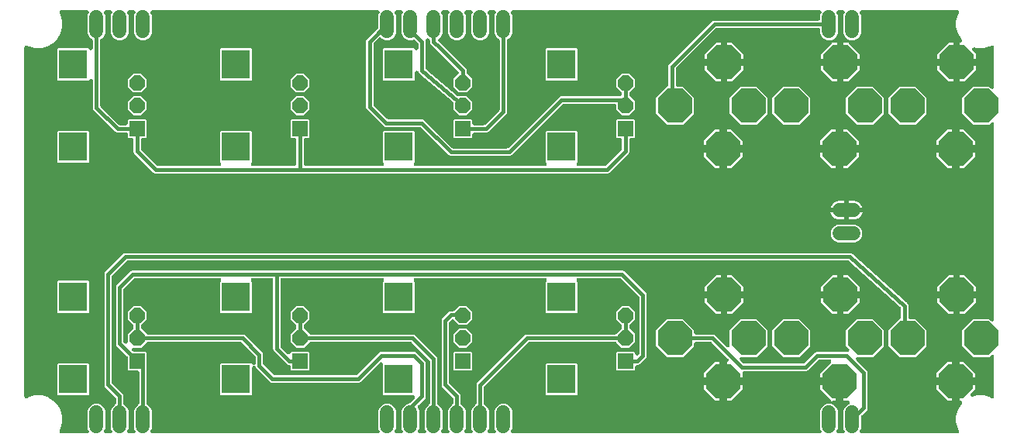
<source format=gbr>
G04 EAGLE Gerber RS-274X export*
G75*
%MOMM*%
%FSLAX34Y34*%
%LPD*%
%INBottom Copper*%
%IPPOS*%
%AMOC8*
5,1,8,0,0,1.08239X$1,22.5*%
G01*
%ADD10R,1.676400X1.676400*%
%ADD11P,1.814519X8X22.500000*%
%ADD12R,3.116000X3.116000*%
%ADD13P,4.058962X8X202.500000*%
%ADD14P,4.058962X8X112.500000*%
%ADD15C,1.524000*%
%ADD16C,0.406400*%
%ADD17R,1.006400X1.006400*%

G36*
X78581Y10162D02*
X78581Y10162D01*
X78595Y10161D01*
X78781Y10182D01*
X78969Y10201D01*
X78981Y10205D01*
X78995Y10206D01*
X79174Y10264D01*
X79354Y10319D01*
X79365Y10325D01*
X79378Y10329D01*
X79543Y10421D01*
X79708Y10511D01*
X79718Y10519D01*
X79730Y10526D01*
X79872Y10648D01*
X80017Y10768D01*
X80025Y10779D01*
X80035Y10787D01*
X80151Y10935D01*
X80269Y11082D01*
X80275Y11094D01*
X80284Y11104D01*
X80368Y11273D01*
X80455Y11439D01*
X80458Y11452D01*
X80464Y11464D01*
X80514Y11645D01*
X80566Y11826D01*
X80567Y11840D01*
X80571Y11853D01*
X80584Y12041D01*
X80599Y12228D01*
X80597Y12241D01*
X80598Y12254D01*
X80574Y12442D01*
X80552Y12627D01*
X80548Y12640D01*
X80546Y12653D01*
X80445Y12969D01*
X79247Y15860D01*
X79247Y34940D01*
X80717Y38488D01*
X83432Y41203D01*
X86980Y42673D01*
X90820Y42673D01*
X94368Y41203D01*
X97083Y38488D01*
X98553Y34940D01*
X98553Y15860D01*
X97355Y12969D01*
X97351Y12956D01*
X97345Y12945D01*
X97294Y12765D01*
X97239Y12584D01*
X97238Y12571D01*
X97234Y12558D01*
X97219Y12370D01*
X97201Y12183D01*
X97202Y12170D01*
X97201Y12156D01*
X97223Y11970D01*
X97242Y11783D01*
X97246Y11770D01*
X97248Y11757D01*
X97306Y11578D01*
X97362Y11398D01*
X97369Y11387D01*
X97373Y11374D01*
X97466Y11209D01*
X97556Y11045D01*
X97564Y11035D01*
X97571Y11023D01*
X97694Y10881D01*
X97815Y10737D01*
X97825Y10729D01*
X97834Y10718D01*
X97982Y10603D01*
X98130Y10486D01*
X98141Y10480D01*
X98152Y10472D01*
X98321Y10388D01*
X98488Y10302D01*
X98500Y10298D01*
X98513Y10292D01*
X98695Y10243D01*
X98875Y10192D01*
X98888Y10191D01*
X98901Y10188D01*
X99232Y10161D01*
X103968Y10161D01*
X103981Y10162D01*
X103995Y10161D01*
X104181Y10182D01*
X104369Y10201D01*
X104381Y10205D01*
X104395Y10206D01*
X104574Y10264D01*
X104754Y10319D01*
X104765Y10325D01*
X104778Y10329D01*
X104943Y10421D01*
X105108Y10511D01*
X105118Y10519D01*
X105130Y10526D01*
X105272Y10648D01*
X105417Y10768D01*
X105425Y10779D01*
X105435Y10787D01*
X105551Y10935D01*
X105669Y11082D01*
X105675Y11094D01*
X105684Y11104D01*
X105768Y11273D01*
X105855Y11439D01*
X105858Y11452D01*
X105864Y11464D01*
X105914Y11645D01*
X105966Y11826D01*
X105967Y11840D01*
X105971Y11853D01*
X105984Y12041D01*
X105999Y12228D01*
X105997Y12241D01*
X105998Y12254D01*
X105974Y12442D01*
X105952Y12627D01*
X105948Y12640D01*
X105946Y12653D01*
X105845Y12969D01*
X104647Y15860D01*
X104647Y34940D01*
X106117Y38488D01*
X108832Y41203D01*
X108981Y41265D01*
X109001Y41275D01*
X109022Y41282D01*
X109178Y41371D01*
X109336Y41455D01*
X109353Y41469D01*
X109373Y41480D01*
X109508Y41597D01*
X109647Y41712D01*
X109661Y41729D01*
X109678Y41743D01*
X109787Y41885D01*
X109900Y42024D01*
X109911Y42044D01*
X109924Y42062D01*
X110004Y42222D01*
X110087Y42381D01*
X110094Y42402D01*
X110104Y42422D01*
X110150Y42595D01*
X110200Y42767D01*
X110202Y42789D01*
X110208Y42811D01*
X110235Y43142D01*
X110235Y48275D01*
X110233Y48302D01*
X110235Y48328D01*
X110213Y48502D01*
X110195Y48676D01*
X110188Y48701D01*
X110184Y48728D01*
X110129Y48893D01*
X110077Y49060D01*
X110064Y49084D01*
X110056Y49109D01*
X109969Y49261D01*
X109885Y49415D01*
X109868Y49435D01*
X109855Y49458D01*
X109640Y49711D01*
X98154Y61198D01*
X97535Y62691D01*
X97535Y184959D01*
X98154Y186452D01*
X118348Y206646D01*
X119841Y207265D01*
X911474Y207265D01*
X911523Y207270D01*
X911587Y207268D01*
X912292Y207307D01*
X912350Y207292D01*
X912378Y207289D01*
X912401Y207284D01*
X912407Y207284D01*
X913042Y207020D01*
X913089Y207006D01*
X913149Y206980D01*
X913815Y206747D01*
X913862Y206710D01*
X913887Y206697D01*
X913906Y206684D01*
X913911Y206681D01*
X914398Y206195D01*
X914436Y206164D01*
X914481Y206117D01*
X973486Y153365D01*
X973628Y153262D01*
X973768Y153155D01*
X973793Y153142D01*
X973812Y153128D01*
X973817Y153126D01*
X974304Y152639D01*
X974342Y152608D01*
X974386Y152561D01*
X974913Y152090D01*
X974942Y152038D01*
X974961Y152017D01*
X974973Y151997D01*
X974977Y151993D01*
X975240Y151357D01*
X975263Y151314D01*
X975286Y151254D01*
X975593Y150617D01*
X975600Y150558D01*
X975609Y150531D01*
X975613Y150508D01*
X975615Y150503D01*
X975615Y149815D01*
X975620Y149766D01*
X975618Y149701D01*
X975657Y148996D01*
X975642Y148939D01*
X975639Y148910D01*
X975634Y148888D01*
X975631Y148805D01*
X975615Y148608D01*
X975615Y137114D01*
X975617Y137096D01*
X975615Y137078D01*
X975636Y136896D01*
X975655Y136713D01*
X975660Y136696D01*
X975662Y136679D01*
X975719Y136504D01*
X975773Y136328D01*
X975781Y136313D01*
X975787Y136296D01*
X975877Y136136D01*
X975965Y135974D01*
X975976Y135961D01*
X975985Y135945D01*
X976105Y135806D01*
X976222Y135665D01*
X976236Y135654D01*
X976248Y135640D01*
X976393Y135528D01*
X976536Y135413D01*
X976552Y135405D01*
X976566Y135394D01*
X976731Y135312D01*
X976893Y135227D01*
X976910Y135222D01*
X976926Y135214D01*
X977105Y135167D01*
X977280Y135116D01*
X977298Y135114D01*
X977315Y135110D01*
X977646Y135083D01*
X983498Y135083D01*
X995673Y122908D01*
X995673Y105692D01*
X983498Y93517D01*
X966282Y93517D01*
X954107Y105692D01*
X954107Y122908D01*
X966820Y135621D01*
X966903Y135690D01*
X966914Y135704D01*
X966928Y135716D01*
X967040Y135861D01*
X967155Y136004D01*
X967163Y136020D01*
X967174Y136034D01*
X967256Y136199D01*
X967341Y136361D01*
X967346Y136378D01*
X967354Y136394D01*
X967401Y136573D01*
X967452Y136748D01*
X967454Y136766D01*
X967458Y136783D01*
X967485Y137114D01*
X967485Y146917D01*
X967477Y147000D01*
X967478Y147084D01*
X967457Y147200D01*
X967445Y147318D01*
X967421Y147398D01*
X967406Y147480D01*
X967362Y147590D01*
X967327Y147703D01*
X967287Y147776D01*
X967256Y147854D01*
X967192Y147953D01*
X967135Y148057D01*
X967082Y148121D01*
X967036Y148191D01*
X966933Y148300D01*
X966878Y148366D01*
X966845Y148392D01*
X966808Y148432D01*
X910670Y198618D01*
X910532Y198719D01*
X910397Y198824D01*
X910370Y198838D01*
X910345Y198856D01*
X910190Y198927D01*
X910036Y199004D01*
X910007Y199011D01*
X909979Y199024D01*
X909813Y199064D01*
X909647Y199108D01*
X909614Y199111D01*
X909588Y199117D01*
X909503Y199120D01*
X909317Y199135D01*
X123175Y199135D01*
X123148Y199133D01*
X123122Y199135D01*
X122948Y199113D01*
X122774Y199095D01*
X122749Y199088D01*
X122722Y199084D01*
X122557Y199029D01*
X122390Y198977D01*
X122366Y198964D01*
X122341Y198956D01*
X122189Y198869D01*
X122035Y198785D01*
X122015Y198768D01*
X121992Y198755D01*
X121739Y198540D01*
X106260Y183061D01*
X106243Y183041D01*
X106222Y183023D01*
X106115Y182885D01*
X106005Y182750D01*
X105992Y182726D01*
X105976Y182705D01*
X105898Y182548D01*
X105816Y182394D01*
X105808Y182369D01*
X105796Y182344D01*
X105751Y182175D01*
X105701Y182008D01*
X105699Y181982D01*
X105692Y181956D01*
X105665Y181625D01*
X105665Y66025D01*
X105667Y65998D01*
X105665Y65972D01*
X105687Y65798D01*
X105705Y65624D01*
X105712Y65599D01*
X105716Y65572D01*
X105771Y65407D01*
X105823Y65240D01*
X105836Y65216D01*
X105844Y65191D01*
X105931Y65039D01*
X106015Y64885D01*
X106032Y64865D01*
X106045Y64842D01*
X106260Y64589D01*
X117746Y53102D01*
X118365Y51609D01*
X118365Y43142D01*
X118367Y43119D01*
X118365Y43097D01*
X118387Y42920D01*
X118405Y42741D01*
X118411Y42720D01*
X118414Y42697D01*
X118470Y42528D01*
X118523Y42356D01*
X118533Y42336D01*
X118540Y42315D01*
X118629Y42160D01*
X118715Y42002D01*
X118729Y41985D01*
X118740Y41966D01*
X118857Y41831D01*
X118972Y41693D01*
X118990Y41679D01*
X119004Y41662D01*
X119146Y41553D01*
X119286Y41440D01*
X119306Y41430D01*
X119324Y41417D01*
X119619Y41265D01*
X119768Y41203D01*
X122483Y38488D01*
X123953Y34940D01*
X123953Y15860D01*
X122755Y12969D01*
X122751Y12956D01*
X122745Y12945D01*
X122694Y12765D01*
X122639Y12584D01*
X122638Y12571D01*
X122634Y12558D01*
X122619Y12370D01*
X122601Y12183D01*
X122602Y12170D01*
X122601Y12156D01*
X122623Y11970D01*
X122642Y11783D01*
X122646Y11770D01*
X122648Y11757D01*
X122706Y11578D01*
X122762Y11398D01*
X122769Y11387D01*
X122773Y11374D01*
X122866Y11209D01*
X122956Y11045D01*
X122964Y11035D01*
X122971Y11023D01*
X123094Y10881D01*
X123215Y10737D01*
X123225Y10729D01*
X123234Y10718D01*
X123382Y10603D01*
X123530Y10486D01*
X123541Y10480D01*
X123552Y10472D01*
X123721Y10388D01*
X123888Y10302D01*
X123900Y10298D01*
X123913Y10292D01*
X124095Y10243D01*
X124275Y10192D01*
X124288Y10191D01*
X124301Y10188D01*
X124632Y10161D01*
X129368Y10161D01*
X129381Y10162D01*
X129395Y10161D01*
X129581Y10182D01*
X129769Y10201D01*
X129781Y10205D01*
X129795Y10206D01*
X129974Y10264D01*
X130154Y10319D01*
X130165Y10325D01*
X130178Y10329D01*
X130343Y10421D01*
X130508Y10511D01*
X130518Y10519D01*
X130530Y10526D01*
X130672Y10648D01*
X130817Y10768D01*
X130825Y10779D01*
X130835Y10787D01*
X130951Y10935D01*
X131069Y11082D01*
X131075Y11094D01*
X131084Y11104D01*
X131168Y11273D01*
X131255Y11439D01*
X131258Y11452D01*
X131264Y11464D01*
X131314Y11645D01*
X131366Y11826D01*
X131367Y11840D01*
X131371Y11853D01*
X131384Y12041D01*
X131399Y12228D01*
X131397Y12241D01*
X131398Y12254D01*
X131374Y12442D01*
X131352Y12627D01*
X131348Y12640D01*
X131346Y12653D01*
X131245Y12969D01*
X130047Y15860D01*
X130047Y34940D01*
X131517Y38488D01*
X134232Y41203D01*
X134381Y41265D01*
X134401Y41275D01*
X134422Y41282D01*
X134578Y41371D01*
X134736Y41455D01*
X134753Y41469D01*
X134773Y41480D01*
X134908Y41597D01*
X135047Y41712D01*
X135061Y41729D01*
X135078Y41743D01*
X135187Y41885D01*
X135300Y42024D01*
X135311Y42044D01*
X135324Y42062D01*
X135404Y42222D01*
X135487Y42381D01*
X135494Y42402D01*
X135504Y42422D01*
X135550Y42595D01*
X135600Y42767D01*
X135602Y42789D01*
X135608Y42811D01*
X135635Y43142D01*
X135635Y76854D01*
X135633Y76872D01*
X135635Y76890D01*
X135614Y77072D01*
X135595Y77255D01*
X135590Y77272D01*
X135588Y77289D01*
X135531Y77464D01*
X135477Y77640D01*
X135469Y77655D01*
X135463Y77672D01*
X135373Y77832D01*
X135285Y77994D01*
X135274Y78007D01*
X135265Y78023D01*
X135145Y78162D01*
X135028Y78303D01*
X135014Y78314D01*
X135002Y78328D01*
X134857Y78440D01*
X134714Y78555D01*
X134698Y78563D01*
X134684Y78574D01*
X134519Y78656D01*
X134357Y78741D01*
X134340Y78746D01*
X134324Y78754D01*
X134145Y78801D01*
X133970Y78852D01*
X133952Y78854D01*
X133935Y78858D01*
X133604Y78885D01*
X124276Y78885D01*
X123085Y80076D01*
X123085Y93061D01*
X123082Y93092D01*
X123084Y93123D01*
X123062Y93292D01*
X123045Y93462D01*
X123036Y93491D01*
X123032Y93522D01*
X122977Y93683D01*
X122927Y93847D01*
X122913Y93874D01*
X122903Y93903D01*
X122817Y94051D01*
X122735Y94201D01*
X122716Y94224D01*
X122700Y94251D01*
X122485Y94503D01*
X112289Y104619D01*
X112267Y104637D01*
X112248Y104659D01*
X112226Y104676D01*
X111438Y105464D01*
X111435Y105466D01*
X111432Y105470D01*
X110857Y106040D01*
X110550Y106782D01*
X110548Y106785D01*
X110547Y106789D01*
X110235Y107533D01*
X110235Y108338D01*
X110235Y108342D01*
X110235Y108346D01*
X110231Y109495D01*
X110235Y109550D01*
X110235Y170759D01*
X110854Y172253D01*
X126197Y187596D01*
X127691Y188215D01*
X663713Y188215D01*
X665207Y187596D01*
X689246Y163557D01*
X689865Y162063D01*
X689865Y94441D01*
X689246Y92948D01*
X681752Y85454D01*
X680259Y84835D01*
X679346Y84835D01*
X679328Y84833D01*
X679310Y84835D01*
X679128Y84814D01*
X678945Y84795D01*
X678928Y84790D01*
X678911Y84788D01*
X678736Y84731D01*
X678560Y84677D01*
X678545Y84669D01*
X678528Y84663D01*
X678368Y84573D01*
X678206Y84485D01*
X678193Y84474D01*
X678177Y84465D01*
X678038Y84345D01*
X677897Y84228D01*
X677886Y84214D01*
X677872Y84202D01*
X677760Y84057D01*
X677645Y83914D01*
X677637Y83898D01*
X677626Y83884D01*
X677544Y83719D01*
X677459Y83557D01*
X677454Y83540D01*
X677446Y83524D01*
X677399Y83345D01*
X677348Y83170D01*
X677346Y83152D01*
X677342Y83135D01*
X677315Y82804D01*
X677315Y80076D01*
X676124Y78885D01*
X657676Y78885D01*
X656485Y80076D01*
X656485Y98524D01*
X657676Y99715D01*
X676124Y99715D01*
X677315Y98524D01*
X677315Y97417D01*
X677316Y97408D01*
X677315Y97399D01*
X677336Y97208D01*
X677355Y97016D01*
X677357Y97008D01*
X677358Y96999D01*
X677416Y96816D01*
X677473Y96631D01*
X677477Y96623D01*
X677480Y96615D01*
X677573Y96446D01*
X677665Y96277D01*
X677670Y96271D01*
X677675Y96263D01*
X677800Y96114D01*
X677922Y95968D01*
X677929Y95963D01*
X677935Y95956D01*
X678088Y95835D01*
X678236Y95716D01*
X678244Y95712D01*
X678251Y95706D01*
X678424Y95618D01*
X678593Y95530D01*
X678602Y95528D01*
X678610Y95524D01*
X678796Y95472D01*
X678980Y95419D01*
X678989Y95418D01*
X678998Y95416D01*
X679190Y95402D01*
X679382Y95386D01*
X679390Y95387D01*
X679399Y95386D01*
X679591Y95411D01*
X679781Y95433D01*
X679790Y95436D01*
X679799Y95437D01*
X679980Y95498D01*
X680164Y95558D01*
X680172Y95562D01*
X680180Y95565D01*
X680346Y95661D01*
X680515Y95756D01*
X680522Y95762D01*
X680529Y95766D01*
X680782Y95981D01*
X681140Y96339D01*
X681157Y96359D01*
X681178Y96377D01*
X681285Y96515D01*
X681395Y96650D01*
X681408Y96674D01*
X681424Y96695D01*
X681502Y96851D01*
X681584Y97006D01*
X681592Y97032D01*
X681604Y97056D01*
X681649Y97225D01*
X681699Y97392D01*
X681701Y97418D01*
X681708Y97444D01*
X681735Y97775D01*
X681735Y158730D01*
X681733Y158756D01*
X681735Y158783D01*
X681713Y158957D01*
X681695Y159130D01*
X681688Y159156D01*
X681684Y159182D01*
X681629Y159348D01*
X681577Y159515D01*
X681564Y159539D01*
X681556Y159564D01*
X681469Y159716D01*
X681385Y159869D01*
X681368Y159890D01*
X681355Y159913D01*
X681140Y160166D01*
X661816Y179490D01*
X661795Y179507D01*
X661778Y179528D01*
X661640Y179635D01*
X661505Y179745D01*
X661481Y179758D01*
X661460Y179774D01*
X661303Y179852D01*
X661149Y179934D01*
X661123Y179942D01*
X661099Y179954D01*
X660930Y179999D01*
X660763Y180049D01*
X660736Y180051D01*
X660710Y180058D01*
X660380Y180085D01*
X615053Y180085D01*
X615044Y180084D01*
X615036Y180085D01*
X614844Y180064D01*
X614653Y180045D01*
X614644Y180043D01*
X614635Y180042D01*
X614453Y179984D01*
X614268Y179927D01*
X614260Y179923D01*
X614251Y179920D01*
X614083Y179827D01*
X613914Y179735D01*
X613907Y179730D01*
X613899Y179725D01*
X613751Y179600D01*
X613604Y179478D01*
X613599Y179471D01*
X613592Y179465D01*
X613471Y179312D01*
X613352Y179164D01*
X613348Y179156D01*
X613342Y179149D01*
X613255Y178977D01*
X613167Y178807D01*
X613164Y178798D01*
X613160Y178790D01*
X613108Y178604D01*
X613055Y178420D01*
X613055Y178411D01*
X613052Y178402D01*
X613038Y178210D01*
X613022Y178018D01*
X613023Y178010D01*
X613023Y178001D01*
X613047Y177808D01*
X613069Y177619D01*
X613072Y177610D01*
X613073Y177601D01*
X613135Y177418D01*
X613194Y177236D01*
X613199Y177228D01*
X613201Y177220D01*
X613297Y177054D01*
X613392Y176885D01*
X613398Y176878D01*
X613402Y176871D01*
X613617Y176618D01*
X614513Y175722D01*
X614513Y142878D01*
X613322Y141687D01*
X580478Y141687D01*
X579287Y142878D01*
X579287Y175722D01*
X580183Y176618D01*
X580189Y176625D01*
X580196Y176630D01*
X580317Y176781D01*
X580438Y176929D01*
X580442Y176937D01*
X580448Y176944D01*
X580536Y177114D01*
X580627Y177285D01*
X580629Y177294D01*
X580633Y177301D01*
X580686Y177486D01*
X580741Y177671D01*
X580742Y177680D01*
X580745Y177688D01*
X580760Y177879D01*
X580778Y178072D01*
X580777Y178081D01*
X580778Y178090D01*
X580755Y178279D01*
X580734Y178472D01*
X580732Y178481D01*
X580731Y178489D01*
X580671Y178671D01*
X580613Y178856D01*
X580609Y178864D01*
X580606Y178872D01*
X580512Y179039D01*
X580418Y179208D01*
X580412Y179215D01*
X580408Y179223D01*
X580283Y179368D01*
X580158Y179515D01*
X580151Y179521D01*
X580145Y179528D01*
X579994Y179644D01*
X579842Y179765D01*
X579834Y179769D01*
X579827Y179774D01*
X579656Y179859D01*
X579483Y179947D01*
X579474Y179950D01*
X579466Y179954D01*
X579281Y180003D01*
X579095Y180055D01*
X579086Y180056D01*
X579077Y180058D01*
X578747Y180085D01*
X437253Y180085D01*
X437244Y180084D01*
X437236Y180085D01*
X437044Y180064D01*
X436853Y180045D01*
X436844Y180043D01*
X436835Y180042D01*
X436653Y179984D01*
X436468Y179927D01*
X436460Y179923D01*
X436451Y179920D01*
X436283Y179827D01*
X436114Y179735D01*
X436107Y179730D01*
X436099Y179725D01*
X435951Y179600D01*
X435804Y179478D01*
X435799Y179471D01*
X435792Y179465D01*
X435671Y179312D01*
X435552Y179164D01*
X435548Y179156D01*
X435542Y179149D01*
X435455Y178977D01*
X435367Y178807D01*
X435364Y178798D01*
X435360Y178790D01*
X435308Y178604D01*
X435255Y178420D01*
X435255Y178411D01*
X435252Y178402D01*
X435238Y178210D01*
X435222Y178018D01*
X435223Y178010D01*
X435223Y178001D01*
X435247Y177808D01*
X435269Y177619D01*
X435272Y177610D01*
X435273Y177601D01*
X435335Y177418D01*
X435394Y177236D01*
X435399Y177228D01*
X435401Y177220D01*
X435497Y177054D01*
X435592Y176885D01*
X435598Y176878D01*
X435602Y176871D01*
X435817Y176618D01*
X436713Y175722D01*
X436713Y142878D01*
X435522Y141687D01*
X402678Y141687D01*
X401487Y142878D01*
X401487Y175722D01*
X402383Y176618D01*
X402389Y176625D01*
X402396Y176630D01*
X402517Y176781D01*
X402638Y176929D01*
X402642Y176937D01*
X402648Y176944D01*
X402736Y177114D01*
X402827Y177285D01*
X402829Y177294D01*
X402833Y177301D01*
X402886Y177486D01*
X402941Y177671D01*
X402942Y177680D01*
X402945Y177688D01*
X402960Y177879D01*
X402978Y178072D01*
X402977Y178081D01*
X402978Y178090D01*
X402955Y178279D01*
X402934Y178472D01*
X402932Y178481D01*
X402931Y178489D01*
X402871Y178671D01*
X402813Y178856D01*
X402809Y178864D01*
X402806Y178872D01*
X402712Y179039D01*
X402618Y179208D01*
X402612Y179215D01*
X402608Y179223D01*
X402483Y179368D01*
X402358Y179515D01*
X402351Y179521D01*
X402345Y179528D01*
X402194Y179644D01*
X402042Y179765D01*
X402034Y179769D01*
X402027Y179774D01*
X401856Y179859D01*
X401683Y179947D01*
X401674Y179950D01*
X401666Y179954D01*
X401481Y180003D01*
X401295Y180055D01*
X401286Y180056D01*
X401277Y180058D01*
X400947Y180085D01*
X291846Y180085D01*
X291828Y180083D01*
X291810Y180085D01*
X291628Y180064D01*
X291445Y180045D01*
X291428Y180040D01*
X291411Y180038D01*
X291236Y179981D01*
X291060Y179927D01*
X291045Y179919D01*
X291028Y179913D01*
X290868Y179823D01*
X290706Y179735D01*
X290693Y179724D01*
X290677Y179715D01*
X290537Y179594D01*
X290397Y179478D01*
X290386Y179464D01*
X290372Y179452D01*
X290260Y179307D01*
X290145Y179164D01*
X290137Y179148D01*
X290126Y179134D01*
X290044Y178969D01*
X289959Y178807D01*
X289954Y178790D01*
X289946Y178774D01*
X289899Y178595D01*
X289848Y178420D01*
X289846Y178402D01*
X289842Y178385D01*
X289815Y178054D01*
X289815Y105667D01*
X289817Y105641D01*
X289815Y105614D01*
X289837Y105440D01*
X289855Y105267D01*
X289862Y105241D01*
X289866Y105215D01*
X289921Y105049D01*
X289973Y104882D01*
X289986Y104858D01*
X289994Y104833D01*
X290081Y104682D01*
X290165Y104528D01*
X290182Y104507D01*
X290195Y104484D01*
X290410Y104231D01*
X297418Y97223D01*
X297425Y97217D01*
X297430Y97211D01*
X297580Y97090D01*
X297729Y96968D01*
X297737Y96964D01*
X297744Y96958D01*
X297914Y96870D01*
X298085Y96779D01*
X298094Y96777D01*
X298101Y96773D01*
X298286Y96720D01*
X298471Y96665D01*
X298480Y96664D01*
X298488Y96661D01*
X298680Y96646D01*
X298872Y96628D01*
X298881Y96629D01*
X298890Y96628D01*
X299079Y96651D01*
X299272Y96672D01*
X299281Y96674D01*
X299289Y96675D01*
X299471Y96735D01*
X299656Y96793D01*
X299664Y96797D01*
X299672Y96800D01*
X299841Y96895D01*
X300008Y96988D01*
X300015Y96994D01*
X300023Y96998D01*
X300169Y97124D01*
X300315Y97248D01*
X300321Y97255D01*
X300328Y97261D01*
X300445Y97413D01*
X300565Y97564D01*
X300569Y97572D01*
X300574Y97579D01*
X300660Y97751D01*
X300747Y97923D01*
X300750Y97932D01*
X300754Y97940D01*
X300804Y98126D01*
X300855Y98311D01*
X300856Y98320D01*
X300858Y98329D01*
X300873Y98512D01*
X302076Y99715D01*
X320524Y99715D01*
X321715Y98524D01*
X321715Y80076D01*
X320524Y78885D01*
X302076Y78885D01*
X300885Y80076D01*
X300885Y83204D01*
X300883Y83222D01*
X300885Y83240D01*
X300864Y83422D01*
X300845Y83605D01*
X300840Y83622D01*
X300838Y83639D01*
X300781Y83814D01*
X300727Y83990D01*
X300719Y84005D01*
X300713Y84022D01*
X300623Y84182D01*
X300535Y84344D01*
X300524Y84357D01*
X300515Y84373D01*
X300395Y84512D01*
X300278Y84653D01*
X300264Y84664D01*
X300252Y84678D01*
X300107Y84790D01*
X299964Y84905D01*
X299948Y84913D01*
X299934Y84924D01*
X299770Y85006D01*
X299607Y85091D01*
X299590Y85096D01*
X299574Y85104D01*
X299395Y85151D01*
X299220Y85202D01*
X299202Y85204D01*
X299185Y85208D01*
X298854Y85235D01*
X298784Y85235D01*
X297290Y85854D01*
X282304Y100840D01*
X281685Y102334D01*
X281685Y178054D01*
X281683Y178072D01*
X281685Y178090D01*
X281664Y178272D01*
X281645Y178455D01*
X281640Y178472D01*
X281638Y178489D01*
X281581Y178664D01*
X281527Y178840D01*
X281519Y178855D01*
X281513Y178872D01*
X281423Y179032D01*
X281335Y179194D01*
X281324Y179207D01*
X281315Y179223D01*
X281195Y179362D01*
X281078Y179503D01*
X281064Y179514D01*
X281052Y179528D01*
X280907Y179640D01*
X280764Y179755D01*
X280748Y179763D01*
X280734Y179774D01*
X280569Y179856D01*
X280407Y179941D01*
X280390Y179946D01*
X280374Y179954D01*
X280195Y180001D01*
X280020Y180052D01*
X280002Y180054D01*
X279985Y180058D01*
X279654Y180085D01*
X259453Y180085D01*
X259444Y180084D01*
X259436Y180085D01*
X259244Y180064D01*
X259053Y180045D01*
X259044Y180043D01*
X259035Y180042D01*
X258853Y179984D01*
X258668Y179927D01*
X258660Y179923D01*
X258651Y179920D01*
X258483Y179827D01*
X258314Y179735D01*
X258307Y179730D01*
X258299Y179725D01*
X258151Y179600D01*
X258004Y179478D01*
X257999Y179471D01*
X257992Y179465D01*
X257871Y179312D01*
X257752Y179164D01*
X257748Y179156D01*
X257742Y179149D01*
X257655Y178977D01*
X257567Y178807D01*
X257564Y178798D01*
X257560Y178790D01*
X257508Y178604D01*
X257455Y178420D01*
X257455Y178411D01*
X257452Y178402D01*
X257438Y178210D01*
X257422Y178018D01*
X257423Y178010D01*
X257423Y178001D01*
X257447Y177808D01*
X257469Y177619D01*
X257472Y177610D01*
X257473Y177601D01*
X257535Y177418D01*
X257594Y177236D01*
X257599Y177228D01*
X257601Y177220D01*
X257697Y177054D01*
X257792Y176885D01*
X257798Y176878D01*
X257802Y176871D01*
X258017Y176618D01*
X258913Y175722D01*
X258913Y142878D01*
X257722Y141687D01*
X224878Y141687D01*
X223687Y142878D01*
X223687Y175722D01*
X224583Y176618D01*
X224589Y176625D01*
X224596Y176630D01*
X224717Y176781D01*
X224838Y176929D01*
X224842Y176937D01*
X224848Y176944D01*
X224936Y177114D01*
X225027Y177285D01*
X225029Y177294D01*
X225033Y177301D01*
X225086Y177486D01*
X225141Y177671D01*
X225142Y177680D01*
X225145Y177688D01*
X225160Y177879D01*
X225178Y178072D01*
X225177Y178081D01*
X225178Y178090D01*
X225155Y178279D01*
X225134Y178472D01*
X225132Y178481D01*
X225131Y178489D01*
X225071Y178671D01*
X225013Y178856D01*
X225009Y178864D01*
X225006Y178872D01*
X224912Y179039D01*
X224818Y179208D01*
X224812Y179215D01*
X224808Y179223D01*
X224683Y179368D01*
X224558Y179515D01*
X224551Y179521D01*
X224545Y179528D01*
X224394Y179644D01*
X224242Y179765D01*
X224234Y179769D01*
X224227Y179774D01*
X224056Y179859D01*
X223883Y179947D01*
X223874Y179950D01*
X223866Y179954D01*
X223681Y180003D01*
X223495Y180055D01*
X223486Y180056D01*
X223477Y180058D01*
X223147Y180085D01*
X131024Y180085D01*
X130998Y180083D01*
X130971Y180085D01*
X130797Y180063D01*
X130623Y180045D01*
X130598Y180038D01*
X130571Y180034D01*
X130406Y179979D01*
X130239Y179927D01*
X130215Y179914D01*
X130190Y179906D01*
X130038Y179819D01*
X129885Y179735D01*
X129864Y179718D01*
X129841Y179705D01*
X129588Y179490D01*
X118960Y168862D01*
X118943Y168842D01*
X118922Y168824D01*
X118815Y168686D01*
X118705Y168551D01*
X118692Y168527D01*
X118676Y168506D01*
X118598Y168349D01*
X118516Y168195D01*
X118508Y168170D01*
X118496Y168145D01*
X118451Y167976D01*
X118401Y167809D01*
X118399Y167783D01*
X118392Y167757D01*
X118365Y167426D01*
X118365Y110889D01*
X118368Y110858D01*
X118366Y110828D01*
X118388Y110659D01*
X118405Y110488D01*
X118414Y110459D01*
X118418Y110429D01*
X118473Y110267D01*
X118523Y110104D01*
X118537Y110076D01*
X118547Y110047D01*
X118633Y109900D01*
X118715Y109749D01*
X118734Y109726D01*
X118750Y109699D01*
X118965Y109447D01*
X119623Y108794D01*
X119627Y108791D01*
X119630Y108787D01*
X119783Y108665D01*
X119936Y108540D01*
X119940Y108538D01*
X119944Y108535D01*
X120115Y108446D01*
X120292Y108353D01*
X120297Y108352D01*
X120301Y108349D01*
X120488Y108296D01*
X120679Y108240D01*
X120683Y108239D01*
X120688Y108238D01*
X120884Y108222D01*
X121080Y108205D01*
X121085Y108206D01*
X121090Y108205D01*
X121284Y108228D01*
X121480Y108250D01*
X121484Y108251D01*
X121489Y108252D01*
X121678Y108314D01*
X121863Y108373D01*
X121867Y108375D01*
X121872Y108377D01*
X122046Y108475D01*
X122215Y108569D01*
X122218Y108572D01*
X122223Y108575D01*
X122371Y108703D01*
X122521Y108831D01*
X122524Y108835D01*
X122528Y108838D01*
X122645Y108990D01*
X122769Y109148D01*
X122771Y109152D01*
X122774Y109156D01*
X122862Y109332D01*
X122950Y109507D01*
X122951Y109512D01*
X122954Y109517D01*
X123005Y109707D01*
X123057Y109896D01*
X123057Y109901D01*
X123058Y109905D01*
X123085Y110236D01*
X123085Y118614D01*
X128840Y124369D01*
X128857Y124390D01*
X128878Y124407D01*
X128985Y124545D01*
X129095Y124680D01*
X129108Y124704D01*
X129124Y124725D01*
X129202Y124882D01*
X129284Y125036D01*
X129292Y125062D01*
X129304Y125086D01*
X129349Y125255D01*
X129399Y125422D01*
X129401Y125449D01*
X129408Y125475D01*
X129435Y125805D01*
X129435Y127795D01*
X129433Y127821D01*
X129435Y127848D01*
X129413Y128022D01*
X129395Y128195D01*
X129388Y128221D01*
X129384Y128247D01*
X129329Y128413D01*
X129277Y128580D01*
X129264Y128604D01*
X129256Y128629D01*
X129169Y128781D01*
X129085Y128934D01*
X129068Y128955D01*
X129055Y128978D01*
X128840Y129231D01*
X123085Y134986D01*
X123085Y143614D01*
X129186Y149715D01*
X137814Y149715D01*
X143915Y143614D01*
X143915Y134986D01*
X138160Y129231D01*
X138143Y129210D01*
X138122Y129193D01*
X138015Y129055D01*
X137905Y128920D01*
X137892Y128896D01*
X137876Y128875D01*
X137798Y128718D01*
X137716Y128564D01*
X137708Y128538D01*
X137696Y128514D01*
X137651Y128345D01*
X137601Y128178D01*
X137599Y128151D01*
X137592Y128125D01*
X137565Y127795D01*
X137565Y125805D01*
X137567Y125779D01*
X137565Y125752D01*
X137587Y125578D01*
X137605Y125405D01*
X137612Y125379D01*
X137616Y125353D01*
X137672Y125186D01*
X137723Y125020D01*
X137736Y124996D01*
X137744Y124971D01*
X137831Y124819D01*
X137915Y124666D01*
X137932Y124645D01*
X137945Y124622D01*
X138160Y124369D01*
X143569Y118960D01*
X143590Y118943D01*
X143607Y118922D01*
X143745Y118815D01*
X143880Y118705D01*
X143904Y118692D01*
X143925Y118676D01*
X144082Y118598D01*
X144236Y118516D01*
X144262Y118508D01*
X144286Y118496D01*
X144455Y118451D01*
X144622Y118401D01*
X144649Y118399D01*
X144675Y118392D01*
X145005Y118365D01*
X249548Y118365D01*
X251042Y117746D01*
X270146Y98642D01*
X270765Y97148D01*
X270765Y86574D01*
X270767Y86548D01*
X270765Y86521D01*
X270787Y86347D01*
X270805Y86173D01*
X270812Y86148D01*
X270816Y86121D01*
X270871Y85956D01*
X270923Y85789D01*
X270936Y85765D01*
X270944Y85740D01*
X271031Y85588D01*
X271115Y85435D01*
X271132Y85414D01*
X271145Y85391D01*
X271360Y85138D01*
X281988Y74510D01*
X282008Y74493D01*
X282026Y74472D01*
X282164Y74365D01*
X282299Y74255D01*
X282323Y74242D01*
X282344Y74226D01*
X282501Y74148D01*
X282655Y74066D01*
X282680Y74058D01*
X282705Y74046D01*
X282874Y74001D01*
X283041Y73951D01*
X283067Y73949D01*
X283093Y73942D01*
X283424Y73915D01*
X372125Y73915D01*
X372152Y73917D01*
X372178Y73915D01*
X372352Y73937D01*
X372526Y73955D01*
X372551Y73962D01*
X372578Y73966D01*
X372743Y74021D01*
X372910Y74073D01*
X372934Y74086D01*
X372959Y74094D01*
X373111Y74181D01*
X373265Y74265D01*
X373285Y74282D01*
X373308Y74295D01*
X373561Y74510D01*
X397748Y98696D01*
X399241Y99315D01*
X436328Y99315D01*
X437822Y98696D01*
X447946Y88572D01*
X448565Y87078D01*
X448565Y49991D01*
X447946Y48498D01*
X440343Y40895D01*
X440329Y40878D01*
X440312Y40863D01*
X440202Y40722D01*
X440088Y40583D01*
X440078Y40564D01*
X440064Y40546D01*
X439983Y40386D01*
X439900Y40228D01*
X439893Y40206D01*
X439883Y40186D01*
X439836Y40014D01*
X439785Y39842D01*
X439783Y39820D01*
X439777Y39798D01*
X439765Y39619D01*
X439748Y39441D01*
X439751Y39419D01*
X439749Y39396D01*
X439773Y39219D01*
X439792Y39041D01*
X439799Y39019D01*
X439802Y38997D01*
X439903Y38681D01*
X441453Y34940D01*
X441453Y15860D01*
X440255Y12969D01*
X440251Y12956D01*
X440245Y12945D01*
X440194Y12765D01*
X440139Y12584D01*
X440138Y12571D01*
X440134Y12558D01*
X440119Y12370D01*
X440101Y12183D01*
X440102Y12170D01*
X440101Y12156D01*
X440123Y11970D01*
X440142Y11783D01*
X440146Y11770D01*
X440148Y11757D01*
X440206Y11578D01*
X440262Y11398D01*
X440269Y11387D01*
X440273Y11374D01*
X440366Y11209D01*
X440456Y11045D01*
X440464Y11035D01*
X440471Y11023D01*
X440594Y10881D01*
X440715Y10737D01*
X440725Y10729D01*
X440734Y10718D01*
X440882Y10603D01*
X441030Y10486D01*
X441041Y10480D01*
X441052Y10472D01*
X441221Y10388D01*
X441388Y10302D01*
X441400Y10298D01*
X441413Y10292D01*
X441595Y10243D01*
X441775Y10192D01*
X441788Y10191D01*
X441801Y10188D01*
X442132Y10161D01*
X446868Y10161D01*
X446881Y10162D01*
X446895Y10161D01*
X447081Y10182D01*
X447269Y10201D01*
X447281Y10205D01*
X447295Y10206D01*
X447474Y10264D01*
X447654Y10319D01*
X447665Y10325D01*
X447678Y10329D01*
X447843Y10421D01*
X448008Y10511D01*
X448018Y10519D01*
X448030Y10526D01*
X448172Y10648D01*
X448317Y10768D01*
X448325Y10779D01*
X448335Y10787D01*
X448451Y10935D01*
X448569Y11082D01*
X448575Y11094D01*
X448584Y11104D01*
X448668Y11273D01*
X448755Y11439D01*
X448758Y11452D01*
X448764Y11464D01*
X448814Y11645D01*
X448866Y11826D01*
X448867Y11840D01*
X448871Y11853D01*
X448884Y12041D01*
X448899Y12228D01*
X448897Y12241D01*
X448898Y12254D01*
X448874Y12442D01*
X448852Y12627D01*
X448848Y12640D01*
X448846Y12653D01*
X448745Y12969D01*
X447547Y15860D01*
X447547Y34940D01*
X449017Y38488D01*
X451732Y41203D01*
X451881Y41265D01*
X451901Y41275D01*
X451922Y41282D01*
X452078Y41371D01*
X452236Y41455D01*
X452253Y41469D01*
X452273Y41480D01*
X452408Y41597D01*
X452547Y41712D01*
X452561Y41729D01*
X452578Y41743D01*
X452687Y41885D01*
X452800Y42024D01*
X452811Y42044D01*
X452824Y42062D01*
X452904Y42222D01*
X452987Y42381D01*
X452994Y42402D01*
X453004Y42422D01*
X453050Y42595D01*
X453100Y42767D01*
X453102Y42789D01*
X453108Y42811D01*
X453135Y43142D01*
X453135Y88880D01*
X453133Y88906D01*
X453135Y88933D01*
X453113Y89107D01*
X453095Y89280D01*
X453088Y89306D01*
X453084Y89332D01*
X453029Y89498D01*
X452977Y89665D01*
X452964Y89689D01*
X452956Y89714D01*
X452869Y89866D01*
X452785Y90019D01*
X452768Y90040D01*
X452755Y90063D01*
X452540Y90316D01*
X433216Y109640D01*
X433195Y109657D01*
X433178Y109678D01*
X433040Y109785D01*
X432905Y109895D01*
X432881Y109908D01*
X432860Y109924D01*
X432703Y110002D01*
X432549Y110084D01*
X432523Y110092D01*
X432499Y110104D01*
X432330Y110149D01*
X432163Y110199D01*
X432136Y110201D01*
X432110Y110208D01*
X431780Y110235D01*
X322805Y110235D01*
X322779Y110233D01*
X322752Y110235D01*
X322578Y110213D01*
X322405Y110195D01*
X322379Y110188D01*
X322353Y110184D01*
X322187Y110129D01*
X322020Y110077D01*
X321996Y110064D01*
X321971Y110056D01*
X321819Y109969D01*
X321666Y109885D01*
X321645Y109868D01*
X321622Y109855D01*
X321369Y109640D01*
X315614Y103885D01*
X306986Y103885D01*
X300885Y109986D01*
X300885Y118614D01*
X306640Y124369D01*
X306657Y124390D01*
X306678Y124407D01*
X306785Y124545D01*
X306895Y124680D01*
X306908Y124704D01*
X306924Y124725D01*
X307002Y124882D01*
X307084Y125036D01*
X307092Y125062D01*
X307104Y125086D01*
X307149Y125255D01*
X307199Y125422D01*
X307201Y125449D01*
X307208Y125475D01*
X307235Y125805D01*
X307235Y127795D01*
X307233Y127821D01*
X307235Y127848D01*
X307213Y128022D01*
X307195Y128195D01*
X307188Y128221D01*
X307184Y128247D01*
X307129Y128413D01*
X307077Y128580D01*
X307064Y128604D01*
X307056Y128629D01*
X306969Y128781D01*
X306885Y128934D01*
X306868Y128955D01*
X306855Y128978D01*
X306640Y129231D01*
X300885Y134986D01*
X300885Y143614D01*
X306986Y149715D01*
X315614Y149715D01*
X321715Y143614D01*
X321715Y134986D01*
X315960Y129231D01*
X315943Y129210D01*
X315922Y129193D01*
X315815Y129055D01*
X315705Y128920D01*
X315692Y128896D01*
X315676Y128875D01*
X315598Y128718D01*
X315516Y128564D01*
X315508Y128538D01*
X315496Y128514D01*
X315451Y128345D01*
X315401Y128178D01*
X315399Y128151D01*
X315392Y128125D01*
X315365Y127795D01*
X315365Y125805D01*
X315367Y125779D01*
X315365Y125752D01*
X315387Y125578D01*
X315405Y125405D01*
X315412Y125379D01*
X315416Y125353D01*
X315472Y125186D01*
X315523Y125020D01*
X315536Y124996D01*
X315544Y124971D01*
X315631Y124819D01*
X315715Y124666D01*
X315732Y124645D01*
X315745Y124622D01*
X315960Y124369D01*
X321369Y118960D01*
X321390Y118943D01*
X321407Y118922D01*
X321545Y118815D01*
X321680Y118705D01*
X321704Y118692D01*
X321725Y118676D01*
X321882Y118598D01*
X322036Y118516D01*
X322062Y118508D01*
X322086Y118496D01*
X322255Y118451D01*
X322422Y118401D01*
X322449Y118399D01*
X322475Y118392D01*
X322805Y118365D01*
X435113Y118365D01*
X436607Y117746D01*
X460646Y93707D01*
X461265Y92213D01*
X461265Y43142D01*
X461267Y43119D01*
X461265Y43097D01*
X461287Y42920D01*
X461305Y42741D01*
X461311Y42720D01*
X461314Y42697D01*
X461370Y42528D01*
X461423Y42356D01*
X461433Y42336D01*
X461440Y42315D01*
X461529Y42160D01*
X461615Y42002D01*
X461629Y41985D01*
X461640Y41966D01*
X461757Y41831D01*
X461872Y41693D01*
X461890Y41679D01*
X461904Y41662D01*
X462046Y41553D01*
X462186Y41440D01*
X462206Y41430D01*
X462224Y41417D01*
X462519Y41265D01*
X462668Y41203D01*
X465383Y38488D01*
X466853Y34940D01*
X466853Y15860D01*
X465655Y12969D01*
X465651Y12956D01*
X465645Y12945D01*
X465594Y12765D01*
X465539Y12584D01*
X465538Y12571D01*
X465534Y12558D01*
X465519Y12370D01*
X465501Y12183D01*
X465502Y12170D01*
X465501Y12156D01*
X465523Y11970D01*
X465542Y11783D01*
X465546Y11770D01*
X465548Y11757D01*
X465606Y11578D01*
X465662Y11398D01*
X465669Y11387D01*
X465673Y11374D01*
X465766Y11209D01*
X465856Y11045D01*
X465864Y11035D01*
X465871Y11023D01*
X465994Y10881D01*
X466115Y10737D01*
X466125Y10729D01*
X466134Y10718D01*
X466282Y10603D01*
X466430Y10486D01*
X466441Y10480D01*
X466452Y10472D01*
X466621Y10388D01*
X466788Y10302D01*
X466800Y10298D01*
X466813Y10292D01*
X466995Y10243D01*
X467175Y10192D01*
X467188Y10191D01*
X467201Y10188D01*
X467532Y10161D01*
X472268Y10161D01*
X472281Y10162D01*
X472295Y10161D01*
X472481Y10182D01*
X472669Y10201D01*
X472681Y10205D01*
X472695Y10206D01*
X472874Y10264D01*
X473054Y10319D01*
X473065Y10325D01*
X473078Y10329D01*
X473243Y10421D01*
X473408Y10511D01*
X473418Y10519D01*
X473430Y10526D01*
X473572Y10648D01*
X473717Y10768D01*
X473725Y10779D01*
X473735Y10787D01*
X473851Y10935D01*
X473969Y11082D01*
X473975Y11094D01*
X473984Y11104D01*
X474068Y11273D01*
X474155Y11439D01*
X474158Y11452D01*
X474164Y11464D01*
X474214Y11645D01*
X474266Y11826D01*
X474267Y11840D01*
X474271Y11853D01*
X474284Y12041D01*
X474299Y12228D01*
X474297Y12241D01*
X474298Y12254D01*
X474274Y12442D01*
X474252Y12627D01*
X474248Y12640D01*
X474246Y12653D01*
X474145Y12969D01*
X472947Y15860D01*
X472947Y34940D01*
X474417Y38488D01*
X477132Y41203D01*
X477281Y41265D01*
X477301Y41275D01*
X477322Y41282D01*
X477478Y41371D01*
X477636Y41455D01*
X477653Y41469D01*
X477673Y41480D01*
X477808Y41597D01*
X477947Y41712D01*
X477961Y41729D01*
X477978Y41743D01*
X478087Y41885D01*
X478200Y42024D01*
X478211Y42044D01*
X478224Y42062D01*
X478304Y42222D01*
X478387Y42381D01*
X478394Y42402D01*
X478404Y42422D01*
X478450Y42595D01*
X478500Y42767D01*
X478502Y42789D01*
X478508Y42811D01*
X478535Y43142D01*
X478535Y48275D01*
X478533Y48302D01*
X478535Y48328D01*
X478513Y48502D01*
X478495Y48676D01*
X478488Y48701D01*
X478484Y48728D01*
X478429Y48893D01*
X478377Y49060D01*
X478364Y49084D01*
X478356Y49109D01*
X478269Y49261D01*
X478185Y49415D01*
X478168Y49435D01*
X478155Y49458D01*
X477940Y49711D01*
X466454Y61198D01*
X465835Y62691D01*
X465835Y134159D01*
X466454Y135652D01*
X473948Y143146D01*
X475441Y143765D01*
X477995Y143765D01*
X478021Y143767D01*
X478048Y143765D01*
X478222Y143787D01*
X478395Y143805D01*
X478421Y143812D01*
X478447Y143816D01*
X478613Y143871D01*
X478780Y143923D01*
X478804Y143936D01*
X478829Y143944D01*
X478981Y144031D01*
X479134Y144115D01*
X479155Y144132D01*
X479178Y144145D01*
X479431Y144360D01*
X484786Y149715D01*
X493414Y149715D01*
X499515Y143614D01*
X499515Y134986D01*
X493414Y128885D01*
X484786Y128885D01*
X479421Y134250D01*
X479407Y134261D01*
X479396Y134275D01*
X479252Y134389D01*
X479110Y134505D01*
X479094Y134514D01*
X479080Y134525D01*
X478916Y134608D01*
X478754Y134694D01*
X478737Y134699D01*
X478721Y134707D01*
X478544Y134756D01*
X478368Y134809D01*
X478350Y134810D01*
X478333Y134815D01*
X478150Y134828D01*
X477967Y134845D01*
X477949Y134843D01*
X477932Y134844D01*
X477750Y134821D01*
X477567Y134802D01*
X477550Y134796D01*
X477532Y134794D01*
X477359Y134736D01*
X477183Y134680D01*
X477167Y134671D01*
X477150Y134666D01*
X476991Y134574D01*
X476831Y134485D01*
X476817Y134474D01*
X476802Y134465D01*
X476549Y134250D01*
X474560Y132261D01*
X474543Y132241D01*
X474522Y132223D01*
X474415Y132085D01*
X474305Y131950D01*
X474292Y131926D01*
X474276Y131905D01*
X474198Y131748D01*
X474116Y131594D01*
X474108Y131569D01*
X474096Y131544D01*
X474051Y131375D01*
X474001Y131208D01*
X473999Y131182D01*
X473992Y131156D01*
X473965Y130825D01*
X473965Y66025D01*
X473967Y65998D01*
X473965Y65972D01*
X473987Y65798D01*
X474005Y65624D01*
X474012Y65599D01*
X474016Y65572D01*
X474071Y65407D01*
X474123Y65240D01*
X474136Y65216D01*
X474144Y65191D01*
X474231Y65039D01*
X474315Y64885D01*
X474332Y64865D01*
X474345Y64842D01*
X474560Y64589D01*
X486046Y53102D01*
X486665Y51609D01*
X486665Y43142D01*
X486667Y43119D01*
X486665Y43097D01*
X486687Y42920D01*
X486705Y42741D01*
X486711Y42720D01*
X486714Y42697D01*
X486770Y42528D01*
X486823Y42356D01*
X486833Y42336D01*
X486840Y42315D01*
X486929Y42160D01*
X487015Y42002D01*
X487029Y41985D01*
X487040Y41966D01*
X487157Y41831D01*
X487272Y41693D01*
X487290Y41679D01*
X487304Y41662D01*
X487446Y41553D01*
X487586Y41440D01*
X487606Y41430D01*
X487624Y41417D01*
X487919Y41265D01*
X488068Y41203D01*
X490783Y38488D01*
X492253Y34940D01*
X492253Y15860D01*
X491055Y12969D01*
X491051Y12956D01*
X491045Y12945D01*
X490994Y12765D01*
X490939Y12584D01*
X490938Y12571D01*
X490934Y12558D01*
X490919Y12370D01*
X490901Y12183D01*
X490902Y12170D01*
X490901Y12156D01*
X490923Y11970D01*
X490942Y11783D01*
X490946Y11770D01*
X490948Y11757D01*
X491006Y11578D01*
X491062Y11398D01*
X491069Y11387D01*
X491073Y11374D01*
X491166Y11209D01*
X491256Y11045D01*
X491264Y11035D01*
X491271Y11023D01*
X491394Y10881D01*
X491515Y10737D01*
X491525Y10729D01*
X491534Y10718D01*
X491682Y10603D01*
X491830Y10486D01*
X491841Y10480D01*
X491852Y10472D01*
X492021Y10388D01*
X492188Y10302D01*
X492200Y10298D01*
X492213Y10292D01*
X492395Y10243D01*
X492575Y10192D01*
X492588Y10191D01*
X492601Y10188D01*
X492932Y10161D01*
X497668Y10161D01*
X497681Y10162D01*
X497695Y10161D01*
X497881Y10182D01*
X498069Y10201D01*
X498081Y10205D01*
X498095Y10206D01*
X498274Y10264D01*
X498454Y10319D01*
X498465Y10325D01*
X498478Y10329D01*
X498643Y10421D01*
X498808Y10511D01*
X498818Y10519D01*
X498830Y10526D01*
X498972Y10648D01*
X499117Y10768D01*
X499125Y10779D01*
X499135Y10787D01*
X499251Y10935D01*
X499369Y11082D01*
X499375Y11094D01*
X499384Y11104D01*
X499468Y11273D01*
X499555Y11439D01*
X499558Y11452D01*
X499564Y11464D01*
X499614Y11645D01*
X499666Y11826D01*
X499667Y11840D01*
X499671Y11853D01*
X499684Y12041D01*
X499699Y12228D01*
X499697Y12241D01*
X499698Y12254D01*
X499674Y12442D01*
X499652Y12627D01*
X499648Y12640D01*
X499646Y12653D01*
X499545Y12969D01*
X498347Y15860D01*
X498347Y34940D01*
X499817Y38488D01*
X502532Y41203D01*
X502681Y41265D01*
X502701Y41275D01*
X502722Y41282D01*
X502878Y41371D01*
X503036Y41455D01*
X503053Y41469D01*
X503073Y41480D01*
X503208Y41597D01*
X503347Y41712D01*
X503361Y41729D01*
X503378Y41743D01*
X503487Y41885D01*
X503600Y42024D01*
X503611Y42044D01*
X503624Y42062D01*
X503704Y42222D01*
X503787Y42381D01*
X503794Y42402D01*
X503804Y42422D01*
X503850Y42595D01*
X503900Y42767D01*
X503902Y42789D01*
X503908Y42811D01*
X503935Y43142D01*
X503935Y63913D01*
X504554Y65407D01*
X556893Y117746D01*
X558387Y118365D01*
X655395Y118365D01*
X655421Y118367D01*
X655448Y118365D01*
X655622Y118387D01*
X655795Y118405D01*
X655821Y118412D01*
X655847Y118416D01*
X656013Y118471D01*
X656180Y118523D01*
X656204Y118536D01*
X656229Y118544D01*
X656381Y118631D01*
X656534Y118715D01*
X656555Y118732D01*
X656578Y118745D01*
X656831Y118960D01*
X662240Y124369D01*
X662257Y124390D01*
X662278Y124407D01*
X662385Y124545D01*
X662495Y124680D01*
X662508Y124704D01*
X662524Y124725D01*
X662602Y124882D01*
X662684Y125036D01*
X662692Y125062D01*
X662704Y125086D01*
X662749Y125255D01*
X662799Y125422D01*
X662801Y125449D01*
X662808Y125475D01*
X662835Y125805D01*
X662835Y127795D01*
X662833Y127821D01*
X662835Y127848D01*
X662813Y128022D01*
X662795Y128195D01*
X662788Y128221D01*
X662784Y128247D01*
X662729Y128413D01*
X662677Y128580D01*
X662664Y128604D01*
X662656Y128629D01*
X662569Y128781D01*
X662485Y128934D01*
X662468Y128955D01*
X662455Y128978D01*
X662240Y129231D01*
X656485Y134986D01*
X656485Y143614D01*
X662586Y149715D01*
X671214Y149715D01*
X677315Y143614D01*
X677315Y134986D01*
X671560Y129231D01*
X671543Y129210D01*
X671522Y129193D01*
X671415Y129055D01*
X671305Y128920D01*
X671292Y128896D01*
X671276Y128875D01*
X671198Y128718D01*
X671116Y128564D01*
X671108Y128538D01*
X671096Y128514D01*
X671051Y128345D01*
X671001Y128178D01*
X670999Y128151D01*
X670992Y128125D01*
X670965Y127795D01*
X670965Y125805D01*
X670967Y125779D01*
X670965Y125752D01*
X670987Y125578D01*
X671005Y125405D01*
X671012Y125379D01*
X671016Y125353D01*
X671072Y125186D01*
X671123Y125020D01*
X671136Y124996D01*
X671144Y124971D01*
X671231Y124819D01*
X671315Y124666D01*
X671332Y124645D01*
X671345Y124622D01*
X671560Y124369D01*
X677315Y118614D01*
X677315Y109986D01*
X671214Y103885D01*
X662586Y103885D01*
X656831Y109640D01*
X656810Y109657D01*
X656793Y109678D01*
X656655Y109785D01*
X656520Y109895D01*
X656496Y109908D01*
X656475Y109924D01*
X656318Y110002D01*
X656164Y110084D01*
X656138Y110092D01*
X656114Y110104D01*
X655945Y110149D01*
X655778Y110199D01*
X655751Y110201D01*
X655725Y110208D01*
X655395Y110235D01*
X561720Y110235D01*
X561694Y110233D01*
X561667Y110235D01*
X561493Y110213D01*
X561320Y110195D01*
X561294Y110188D01*
X561268Y110184D01*
X561102Y110129D01*
X560935Y110077D01*
X560911Y110064D01*
X560886Y110056D01*
X560734Y109969D01*
X560581Y109885D01*
X560560Y109868D01*
X560537Y109855D01*
X560284Y109640D01*
X512660Y62016D01*
X512643Y61995D01*
X512622Y61978D01*
X512515Y61840D01*
X512405Y61704D01*
X512392Y61681D01*
X512376Y61660D01*
X512298Y61503D01*
X512216Y61349D01*
X512208Y61323D01*
X512196Y61299D01*
X512151Y61130D01*
X512101Y60963D01*
X512099Y60936D01*
X512092Y60910D01*
X512065Y60580D01*
X512065Y43142D01*
X512067Y43119D01*
X512065Y43097D01*
X512087Y42920D01*
X512105Y42741D01*
X512111Y42720D01*
X512114Y42697D01*
X512170Y42528D01*
X512223Y42356D01*
X512233Y42336D01*
X512240Y42315D01*
X512329Y42160D01*
X512415Y42002D01*
X512429Y41985D01*
X512440Y41966D01*
X512557Y41831D01*
X512672Y41693D01*
X512690Y41679D01*
X512704Y41662D01*
X512846Y41553D01*
X512986Y41440D01*
X513006Y41430D01*
X513024Y41417D01*
X513319Y41265D01*
X513468Y41203D01*
X516183Y38488D01*
X517653Y34940D01*
X517653Y15860D01*
X516455Y12969D01*
X516451Y12956D01*
X516445Y12945D01*
X516394Y12765D01*
X516339Y12584D01*
X516338Y12571D01*
X516334Y12558D01*
X516319Y12370D01*
X516301Y12183D01*
X516302Y12170D01*
X516301Y12156D01*
X516323Y11970D01*
X516342Y11783D01*
X516346Y11770D01*
X516348Y11757D01*
X516406Y11578D01*
X516462Y11398D01*
X516469Y11387D01*
X516473Y11374D01*
X516566Y11209D01*
X516656Y11045D01*
X516664Y11035D01*
X516671Y11023D01*
X516794Y10881D01*
X516915Y10737D01*
X516925Y10729D01*
X516934Y10718D01*
X517082Y10603D01*
X517230Y10486D01*
X517241Y10480D01*
X517252Y10472D01*
X517421Y10388D01*
X517588Y10302D01*
X517600Y10298D01*
X517613Y10292D01*
X517795Y10243D01*
X517975Y10192D01*
X517988Y10191D01*
X518001Y10188D01*
X518332Y10161D01*
X523068Y10161D01*
X523081Y10162D01*
X523095Y10161D01*
X523281Y10182D01*
X523469Y10201D01*
X523481Y10205D01*
X523495Y10206D01*
X523674Y10264D01*
X523854Y10319D01*
X523865Y10325D01*
X523878Y10329D01*
X524043Y10421D01*
X524208Y10511D01*
X524218Y10519D01*
X524230Y10526D01*
X524372Y10648D01*
X524517Y10768D01*
X524525Y10779D01*
X524535Y10787D01*
X524651Y10935D01*
X524769Y11082D01*
X524775Y11094D01*
X524784Y11104D01*
X524868Y11273D01*
X524955Y11439D01*
X524958Y11452D01*
X524964Y11464D01*
X525014Y11645D01*
X525066Y11826D01*
X525067Y11840D01*
X525071Y11853D01*
X525084Y12041D01*
X525099Y12228D01*
X525097Y12241D01*
X525098Y12254D01*
X525074Y12442D01*
X525052Y12627D01*
X525048Y12640D01*
X525046Y12653D01*
X524945Y12969D01*
X523747Y15860D01*
X523747Y34940D01*
X525217Y38488D01*
X527932Y41203D01*
X531480Y42673D01*
X535320Y42673D01*
X538868Y41203D01*
X541583Y38488D01*
X543053Y34940D01*
X543053Y15860D01*
X541855Y12969D01*
X541851Y12956D01*
X541845Y12945D01*
X541794Y12765D01*
X541739Y12584D01*
X541738Y12571D01*
X541734Y12558D01*
X541719Y12370D01*
X541701Y12183D01*
X541702Y12170D01*
X541701Y12156D01*
X541723Y11970D01*
X541742Y11783D01*
X541746Y11770D01*
X541748Y11757D01*
X541806Y11578D01*
X541862Y11398D01*
X541869Y11387D01*
X541873Y11374D01*
X541966Y11209D01*
X542056Y11045D01*
X542064Y11035D01*
X542071Y11023D01*
X542194Y10881D01*
X542315Y10737D01*
X542325Y10729D01*
X542334Y10718D01*
X542482Y10603D01*
X542630Y10486D01*
X542641Y10480D01*
X542652Y10472D01*
X542821Y10388D01*
X542988Y10302D01*
X543000Y10298D01*
X543013Y10292D01*
X543195Y10243D01*
X543375Y10192D01*
X543388Y10191D01*
X543401Y10188D01*
X543732Y10161D01*
X878668Y10161D01*
X878681Y10162D01*
X878695Y10161D01*
X878881Y10182D01*
X879069Y10201D01*
X879081Y10205D01*
X879095Y10206D01*
X879274Y10264D01*
X879454Y10319D01*
X879465Y10325D01*
X879478Y10329D01*
X879643Y10421D01*
X879808Y10511D01*
X879818Y10519D01*
X879830Y10526D01*
X879972Y10648D01*
X880117Y10768D01*
X880125Y10779D01*
X880135Y10787D01*
X880251Y10935D01*
X880369Y11082D01*
X880375Y11094D01*
X880384Y11104D01*
X880468Y11273D01*
X880555Y11439D01*
X880558Y11452D01*
X880564Y11464D01*
X880614Y11645D01*
X880666Y11826D01*
X880667Y11840D01*
X880671Y11853D01*
X880684Y12041D01*
X880699Y12228D01*
X880697Y12241D01*
X880698Y12254D01*
X880674Y12442D01*
X880652Y12627D01*
X880648Y12640D01*
X880646Y12653D01*
X880545Y12969D01*
X879347Y15860D01*
X879347Y34940D01*
X880817Y38488D01*
X883532Y41203D01*
X887080Y42673D01*
X889774Y42673D01*
X889783Y42674D01*
X889792Y42673D01*
X889985Y42694D01*
X890174Y42713D01*
X890183Y42715D01*
X890192Y42716D01*
X890375Y42774D01*
X890559Y42831D01*
X890567Y42835D01*
X890576Y42838D01*
X890743Y42930D01*
X890913Y43023D01*
X890920Y43028D01*
X890928Y43033D01*
X891075Y43157D01*
X891223Y43280D01*
X891228Y43287D01*
X891235Y43293D01*
X891355Y43445D01*
X891475Y43594D01*
X891479Y43602D01*
X891485Y43609D01*
X891514Y43667D01*
X891528Y43550D01*
X891551Y43353D01*
X891553Y43348D01*
X891553Y43344D01*
X891615Y43159D01*
X891676Y42970D01*
X891678Y42966D01*
X891680Y42962D01*
X891778Y42790D01*
X891874Y42619D01*
X891877Y42616D01*
X891879Y42612D01*
X892011Y42461D01*
X892137Y42315D01*
X892141Y42312D01*
X892144Y42308D01*
X892300Y42188D01*
X892455Y42068D01*
X892459Y42066D01*
X892463Y42063D01*
X892758Y41911D01*
X894468Y41203D01*
X897183Y38488D01*
X898653Y34940D01*
X898653Y15860D01*
X897455Y12969D01*
X897451Y12956D01*
X897445Y12945D01*
X897394Y12765D01*
X897339Y12584D01*
X897338Y12571D01*
X897334Y12558D01*
X897319Y12370D01*
X897301Y12183D01*
X897302Y12170D01*
X897301Y12156D01*
X897323Y11970D01*
X897342Y11783D01*
X897346Y11770D01*
X897348Y11757D01*
X897406Y11578D01*
X897462Y11398D01*
X897469Y11387D01*
X897473Y11374D01*
X897566Y11209D01*
X897656Y11045D01*
X897664Y11035D01*
X897671Y11023D01*
X897794Y10881D01*
X897915Y10737D01*
X897925Y10729D01*
X897934Y10718D01*
X898082Y10603D01*
X898230Y10486D01*
X898241Y10480D01*
X898252Y10472D01*
X898421Y10388D01*
X898588Y10302D01*
X898600Y10298D01*
X898613Y10292D01*
X898795Y10243D01*
X898975Y10192D01*
X898988Y10191D01*
X899001Y10188D01*
X899332Y10161D01*
X904068Y10161D01*
X904081Y10162D01*
X904095Y10161D01*
X904281Y10182D01*
X904469Y10201D01*
X904481Y10205D01*
X904495Y10206D01*
X904674Y10264D01*
X904854Y10319D01*
X904865Y10325D01*
X904878Y10329D01*
X905043Y10421D01*
X905208Y10511D01*
X905218Y10519D01*
X905230Y10526D01*
X905372Y10648D01*
X905517Y10768D01*
X905525Y10779D01*
X905535Y10787D01*
X905651Y10935D01*
X905769Y11082D01*
X905775Y11094D01*
X905784Y11104D01*
X905868Y11273D01*
X905955Y11439D01*
X905958Y11452D01*
X905964Y11464D01*
X906014Y11645D01*
X906066Y11826D01*
X906067Y11840D01*
X906071Y11853D01*
X906084Y12041D01*
X906099Y12228D01*
X906097Y12241D01*
X906098Y12254D01*
X906074Y12442D01*
X906052Y12627D01*
X906048Y12640D01*
X906046Y12653D01*
X905945Y12969D01*
X904747Y15860D01*
X904747Y34940D01*
X906217Y38488D01*
X908932Y41203D01*
X910642Y41911D01*
X910646Y41913D01*
X910650Y41915D01*
X910823Y42008D01*
X910997Y42102D01*
X911000Y42104D01*
X911004Y42107D01*
X911153Y42231D01*
X911307Y42358D01*
X911310Y42361D01*
X911313Y42364D01*
X911436Y42517D01*
X911561Y42671D01*
X911563Y42675D01*
X911566Y42678D01*
X911656Y42851D01*
X911748Y43027D01*
X911749Y43031D01*
X911751Y43035D01*
X911806Y43224D01*
X911861Y43414D01*
X911861Y43418D01*
X911863Y43422D01*
X911879Y43620D01*
X911896Y43815D01*
X911895Y43819D01*
X911896Y43824D01*
X911873Y44018D01*
X911851Y44215D01*
X911849Y44219D01*
X911849Y44223D01*
X911788Y44409D01*
X911727Y44598D01*
X911725Y44602D01*
X911724Y44606D01*
X911626Y44779D01*
X911531Y44950D01*
X911528Y44953D01*
X911526Y44957D01*
X911397Y45106D01*
X911269Y45255D01*
X911266Y45258D01*
X911263Y45262D01*
X911108Y45382D01*
X910952Y45504D01*
X910948Y45506D01*
X910945Y45508D01*
X910767Y45597D01*
X910592Y45684D01*
X910588Y45686D01*
X910584Y45688D01*
X910392Y45739D01*
X910204Y45791D01*
X910200Y45791D01*
X910195Y45792D01*
X909865Y45819D01*
X904413Y45819D01*
X904413Y65078D01*
X904411Y65096D01*
X904413Y65113D01*
X904391Y65296D01*
X904373Y65478D01*
X904368Y65496D01*
X904366Y65513D01*
X904309Y65688D01*
X904255Y65863D01*
X904247Y65879D01*
X904241Y65896D01*
X904151Y66056D01*
X904063Y66217D01*
X904052Y66231D01*
X904043Y66247D01*
X903923Y66386D01*
X903806Y66527D01*
X903792Y66538D01*
X903780Y66551D01*
X903635Y66664D01*
X903492Y66779D01*
X903476Y66787D01*
X903462Y66798D01*
X903297Y66880D01*
X903135Y66965D01*
X903118Y66969D01*
X903101Y66977D01*
X902923Y67025D01*
X902748Y67076D01*
X902730Y67077D01*
X902713Y67082D01*
X902382Y67109D01*
X900349Y67109D01*
X900349Y69142D01*
X900347Y69160D01*
X900349Y69177D01*
X900327Y69360D01*
X900309Y69543D01*
X900304Y69560D01*
X900302Y69577D01*
X900245Y69752D01*
X900191Y69927D01*
X900183Y69943D01*
X900177Y69960D01*
X900087Y70120D01*
X899999Y70282D01*
X899988Y70295D01*
X899979Y70311D01*
X899859Y70450D01*
X899742Y70591D01*
X899728Y70602D01*
X899716Y70615D01*
X899571Y70728D01*
X899428Y70843D01*
X899412Y70851D01*
X899398Y70862D01*
X899233Y70944D01*
X899070Y71029D01*
X899053Y71034D01*
X899037Y71042D01*
X898859Y71089D01*
X898684Y71140D01*
X898666Y71141D01*
X898649Y71146D01*
X898318Y71173D01*
X879059Y71173D01*
X879059Y75929D01*
X890848Y87718D01*
X890854Y87725D01*
X890861Y87730D01*
X890981Y87880D01*
X891103Y88029D01*
X891107Y88037D01*
X891113Y88044D01*
X891201Y88214D01*
X891292Y88385D01*
X891294Y88394D01*
X891298Y88401D01*
X891352Y88586D01*
X891407Y88771D01*
X891407Y88780D01*
X891410Y88788D01*
X891426Y88980D01*
X891443Y89172D01*
X891442Y89181D01*
X891443Y89190D01*
X891421Y89379D01*
X891400Y89572D01*
X891397Y89581D01*
X891396Y89589D01*
X891337Y89771D01*
X891278Y89956D01*
X891274Y89964D01*
X891271Y89972D01*
X891176Y90141D01*
X891083Y90308D01*
X891078Y90315D01*
X891073Y90323D01*
X890948Y90468D01*
X890823Y90615D01*
X890816Y90621D01*
X890810Y90628D01*
X890659Y90745D01*
X890507Y90865D01*
X890499Y90869D01*
X890492Y90874D01*
X890320Y90960D01*
X890148Y91047D01*
X890139Y91050D01*
X890131Y91054D01*
X889945Y91104D01*
X889760Y91155D01*
X889751Y91156D01*
X889743Y91158D01*
X889412Y91185D01*
X878825Y91185D01*
X878798Y91183D01*
X878772Y91185D01*
X878598Y91163D01*
X878424Y91145D01*
X878399Y91138D01*
X878372Y91134D01*
X878207Y91079D01*
X878040Y91027D01*
X878016Y91014D01*
X877991Y91006D01*
X877839Y90919D01*
X877685Y90835D01*
X877665Y90818D01*
X877642Y90805D01*
X877389Y90590D01*
X865902Y79104D01*
X864409Y78485D01*
X796672Y78485D01*
X796654Y78483D01*
X796636Y78485D01*
X796454Y78464D01*
X796271Y78445D01*
X796254Y78440D01*
X796237Y78438D01*
X796062Y78381D01*
X795886Y78327D01*
X795871Y78319D01*
X795854Y78313D01*
X795694Y78223D01*
X795532Y78135D01*
X795519Y78124D01*
X795503Y78115D01*
X795364Y77995D01*
X795223Y77878D01*
X795212Y77864D01*
X795198Y77852D01*
X795086Y77707D01*
X794971Y77564D01*
X794963Y77548D01*
X794952Y77534D01*
X794870Y77369D01*
X794785Y77207D01*
X794780Y77190D01*
X794772Y77174D01*
X794725Y76995D01*
X794674Y76820D01*
X794672Y76802D01*
X794668Y76785D01*
X794641Y76454D01*
X794641Y71173D01*
X777413Y71173D01*
X777413Y88417D01*
X777458Y88422D01*
X777648Y88441D01*
X777656Y88443D01*
X777665Y88444D01*
X777850Y88503D01*
X778033Y88559D01*
X778040Y88563D01*
X778049Y88566D01*
X778218Y88659D01*
X778387Y88751D01*
X778393Y88756D01*
X778401Y88761D01*
X778548Y88885D01*
X778696Y89008D01*
X778701Y89015D01*
X778708Y89021D01*
X778828Y89173D01*
X778948Y89322D01*
X778952Y89330D01*
X778958Y89337D01*
X779046Y89510D01*
X779134Y89679D01*
X779136Y89688D01*
X779140Y89696D01*
X779192Y89882D01*
X779245Y90066D01*
X779246Y90075D01*
X779248Y90084D01*
X779262Y90277D01*
X779278Y90468D01*
X779277Y90476D01*
X779278Y90485D01*
X779253Y90677D01*
X779231Y90867D01*
X779228Y90876D01*
X779227Y90885D01*
X779166Y91068D01*
X779106Y91250D01*
X779102Y91258D01*
X779099Y91266D01*
X779003Y91433D01*
X778908Y91601D01*
X778903Y91608D01*
X778898Y91615D01*
X778683Y91868D01*
X760911Y109640D01*
X760891Y109657D01*
X760873Y109678D01*
X760735Y109785D01*
X760600Y109895D01*
X760576Y109908D01*
X760555Y109924D01*
X760398Y110002D01*
X760244Y110084D01*
X760219Y110092D01*
X760194Y110104D01*
X760025Y110149D01*
X759858Y110199D01*
X759832Y110201D01*
X759806Y110208D01*
X759475Y110235D01*
X743704Y110235D01*
X743686Y110233D01*
X743668Y110235D01*
X743486Y110214D01*
X743303Y110195D01*
X743286Y110190D01*
X743269Y110188D01*
X743094Y110131D01*
X742918Y110077D01*
X742903Y110069D01*
X742886Y110063D01*
X742726Y109973D01*
X742564Y109885D01*
X742551Y109874D01*
X742535Y109865D01*
X742396Y109745D01*
X742255Y109628D01*
X742244Y109614D01*
X742230Y109602D01*
X742118Y109457D01*
X742003Y109314D01*
X741995Y109298D01*
X741984Y109284D01*
X741902Y109119D01*
X741817Y108957D01*
X741812Y108940D01*
X741804Y108924D01*
X741757Y108745D01*
X741706Y108570D01*
X741704Y108552D01*
X741700Y108535D01*
X741673Y108204D01*
X741673Y105692D01*
X729498Y93517D01*
X712282Y93517D01*
X700107Y105692D01*
X700107Y122908D01*
X712282Y135083D01*
X729498Y135083D01*
X741673Y122908D01*
X741673Y120396D01*
X741675Y120378D01*
X741673Y120360D01*
X741694Y120178D01*
X741713Y119995D01*
X741718Y119978D01*
X741720Y119961D01*
X741777Y119786D01*
X741831Y119610D01*
X741839Y119595D01*
X741845Y119578D01*
X741935Y119418D01*
X742023Y119256D01*
X742034Y119243D01*
X742043Y119227D01*
X742163Y119088D01*
X742280Y118947D01*
X742294Y118936D01*
X742306Y118922D01*
X742451Y118810D01*
X742594Y118695D01*
X742610Y118687D01*
X742624Y118676D01*
X742789Y118594D01*
X742951Y118509D01*
X742968Y118504D01*
X742984Y118496D01*
X743163Y118449D01*
X743338Y118398D01*
X743356Y118396D01*
X743373Y118392D01*
X743704Y118365D01*
X762809Y118365D01*
X764302Y117746D01*
X777100Y104949D01*
X777107Y104943D01*
X777112Y104936D01*
X777262Y104816D01*
X777411Y104694D01*
X777419Y104689D01*
X777426Y104684D01*
X777596Y104595D01*
X777767Y104505D01*
X777776Y104502D01*
X777783Y104498D01*
X777968Y104445D01*
X778153Y104390D01*
X778162Y104389D01*
X778170Y104387D01*
X778362Y104371D01*
X778554Y104354D01*
X778563Y104355D01*
X778572Y104354D01*
X778761Y104376D01*
X778954Y104397D01*
X778963Y104400D01*
X778971Y104401D01*
X779153Y104460D01*
X779338Y104519D01*
X779346Y104523D01*
X779354Y104526D01*
X779523Y104621D01*
X779690Y104714D01*
X779697Y104719D01*
X779705Y104724D01*
X779851Y104850D01*
X779997Y104974D01*
X780003Y104981D01*
X780010Y104987D01*
X780127Y105138D01*
X780247Y105290D01*
X780251Y105298D01*
X780256Y105305D01*
X780342Y105477D01*
X780429Y105649D01*
X780432Y105657D01*
X780436Y105665D01*
X780486Y105852D01*
X780537Y106037D01*
X780538Y106046D01*
X780540Y106054D01*
X780567Y106385D01*
X780567Y122908D01*
X792742Y135083D01*
X809958Y135083D01*
X822133Y122908D01*
X822133Y105692D01*
X809958Y93517D01*
X793435Y93517D01*
X793426Y93516D01*
X793417Y93517D01*
X793225Y93496D01*
X793034Y93477D01*
X793026Y93475D01*
X793017Y93474D01*
X792835Y93416D01*
X792649Y93359D01*
X792642Y93355D01*
X792633Y93352D01*
X792465Y93259D01*
X792295Y93167D01*
X792289Y93162D01*
X792281Y93157D01*
X792134Y93033D01*
X791986Y92910D01*
X791981Y92903D01*
X791974Y92897D01*
X791855Y92746D01*
X791734Y92596D01*
X791730Y92588D01*
X791724Y92581D01*
X791636Y92408D01*
X791548Y92239D01*
X791546Y92230D01*
X791542Y92222D01*
X791490Y92036D01*
X791437Y91852D01*
X791436Y91843D01*
X791434Y91834D01*
X791420Y91641D01*
X791404Y91450D01*
X791405Y91442D01*
X791404Y91433D01*
X791429Y91240D01*
X791451Y91051D01*
X791454Y91042D01*
X791455Y91033D01*
X791516Y90850D01*
X791576Y90668D01*
X791580Y90660D01*
X791583Y90652D01*
X791679Y90485D01*
X791774Y90317D01*
X791780Y90310D01*
X791784Y90303D01*
X791999Y90050D01*
X794839Y87210D01*
X794859Y87193D01*
X794877Y87172D01*
X795015Y87066D01*
X795150Y86955D01*
X795174Y86942D01*
X795195Y86926D01*
X795351Y86848D01*
X795506Y86766D01*
X795532Y86758D01*
X795556Y86746D01*
X795724Y86701D01*
X795892Y86651D01*
X795918Y86649D01*
X795944Y86642D01*
X796275Y86615D01*
X861075Y86615D01*
X861102Y86617D01*
X861128Y86615D01*
X861302Y86637D01*
X861476Y86655D01*
X861501Y86662D01*
X861528Y86666D01*
X861693Y86721D01*
X861860Y86773D01*
X861884Y86786D01*
X861909Y86794D01*
X862061Y86881D01*
X862215Y86965D01*
X862235Y86982D01*
X862258Y86995D01*
X862511Y87210D01*
X873998Y98696D01*
X875491Y99315D01*
X909040Y99315D01*
X909049Y99316D01*
X909058Y99315D01*
X909250Y99336D01*
X909441Y99355D01*
X909449Y99357D01*
X909458Y99358D01*
X909641Y99416D01*
X909826Y99473D01*
X909834Y99477D01*
X909842Y99480D01*
X910010Y99573D01*
X910180Y99665D01*
X910187Y99670D01*
X910194Y99675D01*
X910341Y99799D01*
X910489Y99922D01*
X910495Y99929D01*
X910501Y99935D01*
X910620Y100086D01*
X910741Y100236D01*
X910745Y100244D01*
X910751Y100251D01*
X910839Y100424D01*
X910927Y100593D01*
X910929Y100602D01*
X910933Y100610D01*
X910985Y100796D01*
X911038Y100980D01*
X911039Y100989D01*
X911041Y100998D01*
X911055Y101188D01*
X911071Y101382D01*
X911070Y101390D01*
X911071Y101399D01*
X911046Y101592D01*
X911024Y101781D01*
X911021Y101790D01*
X911020Y101799D01*
X910959Y101982D01*
X910899Y102164D01*
X910895Y102172D01*
X910892Y102180D01*
X910796Y102347D01*
X910701Y102515D01*
X910696Y102522D01*
X910691Y102529D01*
X910477Y102782D01*
X907567Y105692D01*
X907567Y122908D01*
X919742Y135083D01*
X936958Y135083D01*
X949133Y122908D01*
X949133Y105692D01*
X936958Y93517D01*
X920435Y93517D01*
X920426Y93516D01*
X920417Y93517D01*
X920224Y93496D01*
X920034Y93477D01*
X920026Y93475D01*
X920017Y93474D01*
X919833Y93416D01*
X919649Y93359D01*
X919642Y93355D01*
X919633Y93352D01*
X919465Y93260D01*
X919295Y93167D01*
X919289Y93162D01*
X919281Y93157D01*
X919134Y93033D01*
X918986Y92910D01*
X918981Y92903D01*
X918974Y92897D01*
X918854Y92745D01*
X918734Y92596D01*
X918730Y92588D01*
X918724Y92581D01*
X918636Y92408D01*
X918548Y92239D01*
X918546Y92230D01*
X918542Y92222D01*
X918490Y92036D01*
X918437Y91852D01*
X918436Y91843D01*
X918434Y91834D01*
X918420Y91641D01*
X918404Y91450D01*
X918405Y91442D01*
X918404Y91433D01*
X918429Y91240D01*
X918451Y91051D01*
X918454Y91042D01*
X918455Y91033D01*
X918516Y90850D01*
X918576Y90668D01*
X918580Y90660D01*
X918583Y90652D01*
X918679Y90485D01*
X918774Y90317D01*
X918779Y90310D01*
X918784Y90303D01*
X918999Y90050D01*
X929117Y79932D01*
X930546Y78502D01*
X931165Y77009D01*
X931165Y37291D01*
X930546Y35798D01*
X924648Y29899D01*
X924631Y29879D01*
X924610Y29861D01*
X924503Y29723D01*
X924393Y29588D01*
X924380Y29564D01*
X924364Y29543D01*
X924286Y29386D01*
X924204Y29232D01*
X924196Y29207D01*
X924184Y29182D01*
X924139Y29013D01*
X924089Y28846D01*
X924087Y28820D01*
X924080Y28794D01*
X924053Y28463D01*
X924053Y15860D01*
X922855Y12969D01*
X922851Y12956D01*
X922845Y12945D01*
X922794Y12765D01*
X922739Y12584D01*
X922738Y12571D01*
X922734Y12558D01*
X922719Y12370D01*
X922701Y12183D01*
X922702Y12170D01*
X922701Y12156D01*
X922723Y11970D01*
X922742Y11783D01*
X922746Y11770D01*
X922748Y11757D01*
X922806Y11578D01*
X922862Y11398D01*
X922869Y11387D01*
X922873Y11374D01*
X922966Y11209D01*
X923056Y11045D01*
X923064Y11035D01*
X923071Y11023D01*
X923194Y10881D01*
X923315Y10737D01*
X923325Y10729D01*
X923334Y10718D01*
X923482Y10603D01*
X923630Y10486D01*
X923641Y10480D01*
X923652Y10472D01*
X923821Y10388D01*
X923988Y10302D01*
X924000Y10298D01*
X924013Y10292D01*
X924195Y10243D01*
X924375Y10192D01*
X924388Y10191D01*
X924401Y10188D01*
X924732Y10161D01*
X1029097Y10161D01*
X1029242Y10175D01*
X1029388Y10182D01*
X1029442Y10195D01*
X1029497Y10201D01*
X1029637Y10244D01*
X1029779Y10279D01*
X1029829Y10302D01*
X1029882Y10319D01*
X1030011Y10388D01*
X1030143Y10451D01*
X1030188Y10484D01*
X1030236Y10511D01*
X1030348Y10604D01*
X1030466Y10691D01*
X1030503Y10733D01*
X1030546Y10768D01*
X1030637Y10882D01*
X1030735Y10991D01*
X1030763Y11039D01*
X1030798Y11082D01*
X1030865Y11212D01*
X1030940Y11338D01*
X1030958Y11390D01*
X1030983Y11439D01*
X1031024Y11580D01*
X1031072Y11718D01*
X1031079Y11773D01*
X1031095Y11826D01*
X1031107Y11972D01*
X1031127Y12117D01*
X1031123Y12172D01*
X1031128Y12228D01*
X1031111Y12373D01*
X1031102Y12519D01*
X1031087Y12572D01*
X1031081Y12627D01*
X1031035Y12766D01*
X1030998Y12908D01*
X1030971Y12965D01*
X1030956Y13010D01*
X1030915Y13083D01*
X1030856Y13208D01*
X1029661Y15277D01*
X1027874Y21947D01*
X1027874Y28853D01*
X1029661Y35523D01*
X1033114Y41503D01*
X1033962Y42352D01*
X1033968Y42359D01*
X1033975Y42364D01*
X1034094Y42513D01*
X1034217Y42663D01*
X1034222Y42671D01*
X1034227Y42678D01*
X1034315Y42848D01*
X1034406Y43019D01*
X1034408Y43028D01*
X1034413Y43035D01*
X1034465Y43218D01*
X1034521Y43405D01*
X1034522Y43414D01*
X1034524Y43422D01*
X1034540Y43613D01*
X1034557Y43806D01*
X1034556Y43815D01*
X1034557Y43824D01*
X1034535Y44013D01*
X1034514Y44206D01*
X1034511Y44215D01*
X1034510Y44223D01*
X1034450Y44406D01*
X1034392Y44590D01*
X1034388Y44598D01*
X1034385Y44606D01*
X1034291Y44773D01*
X1034197Y44942D01*
X1034192Y44949D01*
X1034187Y44957D01*
X1034062Y45102D01*
X1033937Y45249D01*
X1033930Y45255D01*
X1033924Y45262D01*
X1033772Y45379D01*
X1033621Y45499D01*
X1033613Y45503D01*
X1033606Y45508D01*
X1033434Y45594D01*
X1033262Y45681D01*
X1033253Y45684D01*
X1033245Y45688D01*
X1033060Y45737D01*
X1032874Y45789D01*
X1032865Y45790D01*
X1032857Y45792D01*
X1032526Y45819D01*
X1031413Y45819D01*
X1031413Y63047D01*
X1048641Y63047D01*
X1048641Y58291D01*
X1044162Y53813D01*
X1044116Y53756D01*
X1044063Y53706D01*
X1043989Y53600D01*
X1043907Y53501D01*
X1043873Y53436D01*
X1043831Y53377D01*
X1043779Y53259D01*
X1043719Y53145D01*
X1043698Y53075D01*
X1043668Y53008D01*
X1043640Y52883D01*
X1043604Y52760D01*
X1043597Y52687D01*
X1043581Y52615D01*
X1043579Y52487D01*
X1043567Y52359D01*
X1043575Y52286D01*
X1043574Y52212D01*
X1043597Y52086D01*
X1043611Y51958D01*
X1043633Y51888D01*
X1043646Y51816D01*
X1043693Y51697D01*
X1043732Y51574D01*
X1043768Y51510D01*
X1043795Y51442D01*
X1043865Y51335D01*
X1043927Y51222D01*
X1043974Y51166D01*
X1044014Y51105D01*
X1044104Y51013D01*
X1044188Y50915D01*
X1044245Y50870D01*
X1044296Y50817D01*
X1044403Y50745D01*
X1044504Y50666D01*
X1044569Y50632D01*
X1044629Y50591D01*
X1044748Y50541D01*
X1044862Y50483D01*
X1044933Y50463D01*
X1045001Y50435D01*
X1045127Y50410D01*
X1045250Y50375D01*
X1045323Y50370D01*
X1045395Y50355D01*
X1045524Y50355D01*
X1045652Y50346D01*
X1045725Y50355D01*
X1045798Y50355D01*
X1045964Y50385D01*
X1046051Y50396D01*
X1046083Y50407D01*
X1046124Y50414D01*
X1050647Y51626D01*
X1057553Y51626D01*
X1064223Y49839D01*
X1066292Y48644D01*
X1066426Y48584D01*
X1066555Y48517D01*
X1066609Y48501D01*
X1066659Y48478D01*
X1066802Y48446D01*
X1066942Y48405D01*
X1066998Y48401D01*
X1067052Y48388D01*
X1067198Y48384D01*
X1067344Y48372D01*
X1067399Y48379D01*
X1067454Y48377D01*
X1067598Y48402D01*
X1067743Y48419D01*
X1067796Y48436D01*
X1067851Y48446D01*
X1067987Y48499D01*
X1068126Y48544D01*
X1068175Y48571D01*
X1068226Y48591D01*
X1068349Y48670D01*
X1068477Y48742D01*
X1068519Y48778D01*
X1068566Y48808D01*
X1068671Y48910D01*
X1068782Y49005D01*
X1068815Y49049D01*
X1068856Y49087D01*
X1068939Y49208D01*
X1069028Y49323D01*
X1069053Y49373D01*
X1069085Y49419D01*
X1069142Y49553D01*
X1069208Y49684D01*
X1069222Y49737D01*
X1069244Y49788D01*
X1069274Y49931D01*
X1069312Y50073D01*
X1069317Y50136D01*
X1069327Y50182D01*
X1069328Y50266D01*
X1069339Y50403D01*
X1069339Y93994D01*
X1069338Y94003D01*
X1069339Y94012D01*
X1069318Y94204D01*
X1069299Y94395D01*
X1069297Y94403D01*
X1069296Y94412D01*
X1069238Y94595D01*
X1069181Y94780D01*
X1069177Y94788D01*
X1069174Y94796D01*
X1069081Y94964D01*
X1068989Y95134D01*
X1068984Y95141D01*
X1068979Y95148D01*
X1068855Y95295D01*
X1068732Y95443D01*
X1068725Y95449D01*
X1068719Y95455D01*
X1068568Y95574D01*
X1068418Y95695D01*
X1068410Y95699D01*
X1068403Y95705D01*
X1068230Y95793D01*
X1068061Y95881D01*
X1068052Y95883D01*
X1068044Y95887D01*
X1067858Y95939D01*
X1067674Y95992D01*
X1067665Y95993D01*
X1067656Y95995D01*
X1067463Y96009D01*
X1067272Y96025D01*
X1067264Y96024D01*
X1067255Y96025D01*
X1067062Y96000D01*
X1066873Y95978D01*
X1066864Y95975D01*
X1066855Y95974D01*
X1066672Y95913D01*
X1066490Y95853D01*
X1066482Y95849D01*
X1066474Y95846D01*
X1066308Y95751D01*
X1066139Y95655D01*
X1066132Y95650D01*
X1066125Y95645D01*
X1065872Y95431D01*
X1063958Y93517D01*
X1046742Y93517D01*
X1034567Y105692D01*
X1034567Y122908D01*
X1046742Y135083D01*
X1063958Y135083D01*
X1065872Y133169D01*
X1065879Y133164D01*
X1065884Y133157D01*
X1066034Y133037D01*
X1066183Y132914D01*
X1066191Y132910D01*
X1066198Y132905D01*
X1066368Y132816D01*
X1066539Y132726D01*
X1066548Y132723D01*
X1066555Y132719D01*
X1066740Y132666D01*
X1066925Y132611D01*
X1066934Y132610D01*
X1066942Y132608D01*
X1067133Y132592D01*
X1067326Y132575D01*
X1067335Y132576D01*
X1067344Y132575D01*
X1067533Y132597D01*
X1067726Y132618D01*
X1067735Y132621D01*
X1067743Y132622D01*
X1067925Y132681D01*
X1068110Y132740D01*
X1068118Y132744D01*
X1068126Y132747D01*
X1068295Y132842D01*
X1068462Y132934D01*
X1068469Y132940D01*
X1068477Y132945D01*
X1068623Y133070D01*
X1068769Y133195D01*
X1068775Y133202D01*
X1068782Y133208D01*
X1068899Y133359D01*
X1069019Y133511D01*
X1069023Y133519D01*
X1069028Y133526D01*
X1069114Y133698D01*
X1069201Y133870D01*
X1069204Y133878D01*
X1069208Y133886D01*
X1069258Y134072D01*
X1069309Y134258D01*
X1069310Y134266D01*
X1069312Y134275D01*
X1069339Y134606D01*
X1069339Y347994D01*
X1069338Y348003D01*
X1069339Y348012D01*
X1069318Y348204D01*
X1069299Y348395D01*
X1069297Y348403D01*
X1069296Y348412D01*
X1069238Y348595D01*
X1069181Y348780D01*
X1069177Y348788D01*
X1069174Y348796D01*
X1069081Y348964D01*
X1068989Y349134D01*
X1068984Y349141D01*
X1068979Y349148D01*
X1068855Y349295D01*
X1068732Y349443D01*
X1068725Y349449D01*
X1068719Y349455D01*
X1068568Y349574D01*
X1068418Y349695D01*
X1068410Y349699D01*
X1068403Y349705D01*
X1068230Y349793D01*
X1068061Y349881D01*
X1068052Y349883D01*
X1068044Y349887D01*
X1067858Y349939D01*
X1067674Y349992D01*
X1067665Y349993D01*
X1067656Y349995D01*
X1067463Y350009D01*
X1067272Y350025D01*
X1067264Y350024D01*
X1067255Y350025D01*
X1067062Y350000D01*
X1066873Y349978D01*
X1066864Y349975D01*
X1066855Y349974D01*
X1066672Y349913D01*
X1066490Y349853D01*
X1066482Y349849D01*
X1066474Y349846D01*
X1066308Y349751D01*
X1066139Y349655D01*
X1066132Y349650D01*
X1066125Y349645D01*
X1065872Y349431D01*
X1063958Y347517D01*
X1046742Y347517D01*
X1034567Y359692D01*
X1034567Y376908D01*
X1046742Y389083D01*
X1063958Y389083D01*
X1065872Y387169D01*
X1065879Y387164D01*
X1065884Y387157D01*
X1066034Y387037D01*
X1066183Y386914D01*
X1066191Y386910D01*
X1066198Y386905D01*
X1066368Y386816D01*
X1066539Y386726D01*
X1066548Y386723D01*
X1066555Y386719D01*
X1066740Y386666D01*
X1066925Y386611D01*
X1066934Y386610D01*
X1066942Y386608D01*
X1067133Y386592D01*
X1067326Y386575D01*
X1067335Y386576D01*
X1067344Y386575D01*
X1067533Y386597D01*
X1067726Y386618D01*
X1067735Y386621D01*
X1067743Y386622D01*
X1067925Y386681D01*
X1068110Y386740D01*
X1068118Y386744D01*
X1068126Y386747D01*
X1068295Y386842D01*
X1068462Y386934D01*
X1068469Y386940D01*
X1068477Y386945D01*
X1068623Y387070D01*
X1068769Y387195D01*
X1068775Y387202D01*
X1068782Y387208D01*
X1068899Y387359D01*
X1069019Y387511D01*
X1069023Y387519D01*
X1069028Y387526D01*
X1069114Y387698D01*
X1069201Y387870D01*
X1069204Y387878D01*
X1069208Y387886D01*
X1069258Y388072D01*
X1069309Y388258D01*
X1069310Y388266D01*
X1069312Y388275D01*
X1069339Y388606D01*
X1069339Y432197D01*
X1069325Y432342D01*
X1069318Y432488D01*
X1069305Y432542D01*
X1069299Y432597D01*
X1069256Y432737D01*
X1069221Y432879D01*
X1069198Y432929D01*
X1069181Y432982D01*
X1069112Y433111D01*
X1069049Y433243D01*
X1069016Y433288D01*
X1068989Y433336D01*
X1068896Y433448D01*
X1068809Y433566D01*
X1068767Y433603D01*
X1068732Y433646D01*
X1068618Y433737D01*
X1068509Y433835D01*
X1068461Y433863D01*
X1068418Y433898D01*
X1068288Y433965D01*
X1068162Y434040D01*
X1068110Y434058D01*
X1068061Y434083D01*
X1067920Y434124D01*
X1067782Y434172D01*
X1067727Y434179D01*
X1067674Y434195D01*
X1067528Y434207D01*
X1067383Y434227D01*
X1067328Y434223D01*
X1067272Y434228D01*
X1067127Y434211D01*
X1066981Y434202D01*
X1066928Y434187D01*
X1066873Y434181D01*
X1066734Y434135D01*
X1066592Y434098D01*
X1066535Y434071D01*
X1066490Y434056D01*
X1066417Y434015D01*
X1066292Y433956D01*
X1064223Y432761D01*
X1057553Y430974D01*
X1050647Y430974D01*
X1047859Y431721D01*
X1047787Y431733D01*
X1047717Y431754D01*
X1047589Y431765D01*
X1047462Y431786D01*
X1047389Y431783D01*
X1047316Y431790D01*
X1047188Y431776D01*
X1047060Y431772D01*
X1046988Y431755D01*
X1046915Y431747D01*
X1046793Y431708D01*
X1046668Y431678D01*
X1046602Y431647D01*
X1046532Y431625D01*
X1046419Y431563D01*
X1046302Y431509D01*
X1046243Y431466D01*
X1046179Y431430D01*
X1046081Y431347D01*
X1045978Y431271D01*
X1045928Y431217D01*
X1045872Y431170D01*
X1045793Y431069D01*
X1045706Y430974D01*
X1045668Y430911D01*
X1045623Y430854D01*
X1045564Y430739D01*
X1045498Y430629D01*
X1045473Y430560D01*
X1045440Y430495D01*
X1045406Y430371D01*
X1045362Y430250D01*
X1045352Y430178D01*
X1045332Y430107D01*
X1045323Y429979D01*
X1045304Y429852D01*
X1045308Y429779D01*
X1045303Y429706D01*
X1045319Y429578D01*
X1045326Y429450D01*
X1045344Y429379D01*
X1045353Y429306D01*
X1045394Y429184D01*
X1045426Y429060D01*
X1045458Y428994D01*
X1045481Y428924D01*
X1045546Y428813D01*
X1045602Y428697D01*
X1045646Y428639D01*
X1045682Y428576D01*
X1045792Y428446D01*
X1045845Y428377D01*
X1045870Y428355D01*
X1045897Y428323D01*
X1049641Y424579D01*
X1049641Y419509D01*
X1032099Y419509D01*
X1032099Y437051D01*
X1032256Y437051D01*
X1032265Y437052D01*
X1032274Y437051D01*
X1032466Y437072D01*
X1032657Y437091D01*
X1032665Y437093D01*
X1032674Y437094D01*
X1032857Y437152D01*
X1033041Y437209D01*
X1033049Y437213D01*
X1033058Y437216D01*
X1033226Y437309D01*
X1033395Y437401D01*
X1033402Y437406D01*
X1033410Y437411D01*
X1033557Y437535D01*
X1033705Y437658D01*
X1033710Y437665D01*
X1033717Y437671D01*
X1033837Y437823D01*
X1033957Y437972D01*
X1033961Y437980D01*
X1033967Y437987D01*
X1034055Y438160D01*
X1034143Y438329D01*
X1034145Y438338D01*
X1034149Y438346D01*
X1034201Y438531D01*
X1034254Y438716D01*
X1034255Y438725D01*
X1034257Y438734D01*
X1034271Y438926D01*
X1034287Y439118D01*
X1034286Y439126D01*
X1034286Y439135D01*
X1034262Y439326D01*
X1034240Y439517D01*
X1034237Y439526D01*
X1034236Y439535D01*
X1034175Y439717D01*
X1034115Y439900D01*
X1034111Y439908D01*
X1034108Y439916D01*
X1034012Y440084D01*
X1033917Y440251D01*
X1033911Y440258D01*
X1033907Y440265D01*
X1033692Y440518D01*
X1033114Y441097D01*
X1029661Y447077D01*
X1027874Y453747D01*
X1027874Y460653D01*
X1029661Y467323D01*
X1030856Y469392D01*
X1030916Y469526D01*
X1030983Y469655D01*
X1030999Y469709D01*
X1031022Y469759D01*
X1031054Y469902D01*
X1031095Y470042D01*
X1031099Y470098D01*
X1031112Y470152D01*
X1031116Y470298D01*
X1031128Y470444D01*
X1031121Y470499D01*
X1031123Y470554D01*
X1031098Y470698D01*
X1031081Y470843D01*
X1031064Y470896D01*
X1031054Y470951D01*
X1031001Y471087D01*
X1030956Y471226D01*
X1030929Y471275D01*
X1030909Y471326D01*
X1030830Y471449D01*
X1030758Y471577D01*
X1030722Y471619D01*
X1030692Y471666D01*
X1030590Y471771D01*
X1030495Y471882D01*
X1030451Y471915D01*
X1030413Y471956D01*
X1030292Y472039D01*
X1030177Y472128D01*
X1030127Y472153D01*
X1030081Y472185D01*
X1029947Y472242D01*
X1029816Y472308D01*
X1029763Y472322D01*
X1029712Y472344D01*
X1029569Y472374D01*
X1029427Y472412D01*
X1029364Y472417D01*
X1029318Y472427D01*
X1029234Y472428D01*
X1029097Y472439D01*
X924732Y472439D01*
X924719Y472438D01*
X924705Y472439D01*
X924519Y472418D01*
X924331Y472399D01*
X924319Y472395D01*
X924305Y472394D01*
X924126Y472336D01*
X923946Y472281D01*
X923935Y472275D01*
X923922Y472271D01*
X923757Y472179D01*
X923592Y472089D01*
X923582Y472081D01*
X923570Y472074D01*
X923428Y471952D01*
X923283Y471832D01*
X923275Y471821D01*
X923265Y471813D01*
X923149Y471665D01*
X923031Y471518D01*
X923025Y471506D01*
X923016Y471496D01*
X922932Y471327D01*
X922845Y471161D01*
X922842Y471148D01*
X922836Y471136D01*
X922786Y470955D01*
X922734Y470774D01*
X922733Y470760D01*
X922729Y470747D01*
X922716Y470559D01*
X922701Y470372D01*
X922703Y470359D01*
X922702Y470346D01*
X922726Y470158D01*
X922748Y469973D01*
X922752Y469960D01*
X922754Y469947D01*
X922855Y469631D01*
X924053Y466740D01*
X924053Y447660D01*
X922583Y444112D01*
X919868Y441397D01*
X916320Y439927D01*
X912196Y439927D01*
X912187Y439926D01*
X912178Y439927D01*
X911985Y439906D01*
X911796Y439887D01*
X911787Y439885D01*
X911778Y439884D01*
X911595Y439826D01*
X911411Y439769D01*
X911403Y439765D01*
X911394Y439762D01*
X911227Y439670D01*
X911159Y439633D01*
X911134Y439710D01*
X911072Y439900D01*
X911070Y439904D01*
X911068Y439908D01*
X910972Y440077D01*
X910874Y440251D01*
X910871Y440254D01*
X910869Y440258D01*
X910741Y440405D01*
X910611Y440555D01*
X910607Y440558D01*
X910604Y440562D01*
X910447Y440682D01*
X910293Y440802D01*
X910289Y440804D01*
X910285Y440807D01*
X909990Y440959D01*
X908932Y441397D01*
X906217Y444112D01*
X904747Y447660D01*
X904747Y466740D01*
X905945Y469631D01*
X905949Y469644D01*
X905955Y469655D01*
X906006Y469835D01*
X906061Y470016D01*
X906062Y470029D01*
X906066Y470042D01*
X906081Y470230D01*
X906099Y470417D01*
X906098Y470430D01*
X906099Y470444D01*
X906077Y470630D01*
X906058Y470817D01*
X906054Y470830D01*
X906052Y470843D01*
X905994Y471022D01*
X905938Y471202D01*
X905931Y471213D01*
X905927Y471226D01*
X905834Y471391D01*
X905744Y471555D01*
X905736Y471565D01*
X905729Y471577D01*
X905606Y471719D01*
X905485Y471863D01*
X905475Y471871D01*
X905466Y471882D01*
X905318Y471997D01*
X905170Y472114D01*
X905159Y472120D01*
X905148Y472128D01*
X904979Y472212D01*
X904812Y472298D01*
X904800Y472302D01*
X904787Y472308D01*
X904605Y472357D01*
X904425Y472408D01*
X904412Y472409D01*
X904399Y472412D01*
X904068Y472439D01*
X899332Y472439D01*
X899319Y472438D01*
X899305Y472439D01*
X899119Y472418D01*
X898931Y472399D01*
X898919Y472395D01*
X898905Y472394D01*
X898726Y472336D01*
X898546Y472281D01*
X898535Y472275D01*
X898522Y472271D01*
X898357Y472179D01*
X898192Y472089D01*
X898182Y472081D01*
X898170Y472074D01*
X898028Y471952D01*
X897883Y471832D01*
X897875Y471821D01*
X897865Y471813D01*
X897749Y471665D01*
X897631Y471518D01*
X897625Y471506D01*
X897616Y471496D01*
X897532Y471327D01*
X897445Y471161D01*
X897442Y471148D01*
X897436Y471136D01*
X897386Y470955D01*
X897334Y470774D01*
X897333Y470760D01*
X897329Y470747D01*
X897316Y470559D01*
X897301Y470372D01*
X897303Y470359D01*
X897302Y470346D01*
X897326Y470158D01*
X897348Y469973D01*
X897352Y469960D01*
X897354Y469947D01*
X897455Y469631D01*
X898653Y466740D01*
X898653Y447660D01*
X897183Y444112D01*
X894468Y441397D01*
X893410Y440959D01*
X893406Y440957D01*
X893402Y440955D01*
X893229Y440862D01*
X893055Y440768D01*
X893052Y440766D01*
X893048Y440763D01*
X892899Y440639D01*
X892745Y440512D01*
X892742Y440509D01*
X892738Y440506D01*
X892614Y440351D01*
X892491Y440199D01*
X892489Y440195D01*
X892486Y440192D01*
X892396Y440019D01*
X892304Y439843D01*
X892303Y439839D01*
X892301Y439835D01*
X892246Y439646D01*
X892191Y439456D01*
X892190Y439452D01*
X892189Y439448D01*
X892173Y439250D01*
X892158Y439073D01*
X892039Y439211D01*
X891915Y439357D01*
X891908Y439363D01*
X891902Y439370D01*
X891751Y439487D01*
X891599Y439607D01*
X891591Y439611D01*
X891584Y439616D01*
X891413Y439701D01*
X891240Y439789D01*
X891231Y439792D01*
X891223Y439796D01*
X891037Y439846D01*
X890852Y439897D01*
X890843Y439898D01*
X890835Y439900D01*
X890504Y439927D01*
X887080Y439927D01*
X883532Y441397D01*
X880817Y444112D01*
X879347Y447660D01*
X879347Y451104D01*
X879345Y451122D01*
X879347Y451140D01*
X879326Y451322D01*
X879307Y451505D01*
X879302Y451522D01*
X879300Y451539D01*
X879243Y451714D01*
X879189Y451890D01*
X879181Y451905D01*
X879175Y451922D01*
X879085Y452082D01*
X878997Y452244D01*
X878986Y452257D01*
X878977Y452273D01*
X878857Y452412D01*
X878740Y452553D01*
X878726Y452564D01*
X878714Y452578D01*
X878569Y452690D01*
X878426Y452805D01*
X878410Y452813D01*
X878396Y452824D01*
X878231Y452906D01*
X878069Y452991D01*
X878052Y452996D01*
X878036Y453004D01*
X877857Y453051D01*
X877682Y453102D01*
X877664Y453104D01*
X877647Y453108D01*
X877316Y453135D01*
X766304Y453135D01*
X766277Y453133D01*
X766250Y453135D01*
X766077Y453113D01*
X765903Y453095D01*
X765878Y453088D01*
X765851Y453084D01*
X765685Y453029D01*
X765518Y452977D01*
X765495Y452964D01*
X765469Y452956D01*
X765318Y452869D01*
X765164Y452785D01*
X765144Y452768D01*
X765120Y452755D01*
X764867Y452540D01*
X722210Y409883D01*
X722193Y409862D01*
X722172Y409844D01*
X722065Y409706D01*
X721955Y409571D01*
X721942Y409547D01*
X721926Y409526D01*
X721848Y409369D01*
X721766Y409215D01*
X721758Y409190D01*
X721746Y409166D01*
X721701Y408996D01*
X721651Y408829D01*
X721649Y408803D01*
X721642Y408777D01*
X721615Y408446D01*
X721615Y391114D01*
X721617Y391096D01*
X721615Y391078D01*
X721636Y390896D01*
X721655Y390713D01*
X721660Y390696D01*
X721662Y390679D01*
X721719Y390504D01*
X721773Y390328D01*
X721781Y390313D01*
X721787Y390296D01*
X721877Y390136D01*
X721965Y389974D01*
X721976Y389961D01*
X721985Y389945D01*
X722105Y389806D01*
X722222Y389665D01*
X722236Y389654D01*
X722248Y389640D01*
X722393Y389528D01*
X722536Y389413D01*
X722552Y389405D01*
X722566Y389394D01*
X722731Y389312D01*
X722893Y389227D01*
X722910Y389222D01*
X722926Y389214D01*
X723105Y389167D01*
X723280Y389116D01*
X723298Y389114D01*
X723315Y389110D01*
X723646Y389083D01*
X729498Y389083D01*
X741673Y376908D01*
X741673Y359692D01*
X729498Y347517D01*
X712282Y347517D01*
X700107Y359692D01*
X700107Y376908D01*
X712820Y389621D01*
X712903Y389690D01*
X712914Y389704D01*
X712928Y389716D01*
X713040Y389861D01*
X713155Y390004D01*
X713163Y390020D01*
X713174Y390034D01*
X713256Y390199D01*
X713341Y390361D01*
X713346Y390378D01*
X713354Y390394D01*
X713401Y390573D01*
X713452Y390748D01*
X713454Y390766D01*
X713458Y390783D01*
X713485Y391114D01*
X713485Y411780D01*
X714104Y413274D01*
X761476Y460646D01*
X762970Y461265D01*
X877316Y461265D01*
X877334Y461267D01*
X877352Y461265D01*
X877534Y461286D01*
X877717Y461305D01*
X877734Y461310D01*
X877751Y461312D01*
X877926Y461369D01*
X878102Y461423D01*
X878117Y461431D01*
X878134Y461437D01*
X878294Y461527D01*
X878456Y461615D01*
X878469Y461626D01*
X878485Y461635D01*
X878624Y461755D01*
X878765Y461872D01*
X878776Y461886D01*
X878790Y461898D01*
X878902Y462043D01*
X879017Y462186D01*
X879025Y462202D01*
X879036Y462216D01*
X879118Y462381D01*
X879203Y462543D01*
X879208Y462560D01*
X879216Y462576D01*
X879263Y462755D01*
X879314Y462930D01*
X879316Y462948D01*
X879320Y462965D01*
X879347Y463296D01*
X879347Y466740D01*
X880545Y469631D01*
X880549Y469644D01*
X880555Y469655D01*
X880606Y469835D01*
X880661Y470016D01*
X880662Y470029D01*
X880666Y470042D01*
X880681Y470230D01*
X880699Y470417D01*
X880698Y470430D01*
X880699Y470444D01*
X880677Y470630D01*
X880658Y470817D01*
X880654Y470830D01*
X880652Y470843D01*
X880594Y471022D01*
X880538Y471202D01*
X880531Y471213D01*
X880527Y471226D01*
X880434Y471391D01*
X880344Y471555D01*
X880336Y471565D01*
X880329Y471577D01*
X880206Y471719D01*
X880085Y471863D01*
X880075Y471871D01*
X880066Y471882D01*
X879918Y471997D01*
X879770Y472114D01*
X879759Y472120D01*
X879748Y472128D01*
X879579Y472212D01*
X879412Y472298D01*
X879400Y472302D01*
X879387Y472308D01*
X879205Y472357D01*
X879025Y472408D01*
X879012Y472409D01*
X878999Y472412D01*
X878668Y472439D01*
X543732Y472439D01*
X543719Y472438D01*
X543705Y472439D01*
X543519Y472418D01*
X543331Y472399D01*
X543319Y472395D01*
X543305Y472394D01*
X543126Y472336D01*
X542946Y472281D01*
X542935Y472275D01*
X542922Y472271D01*
X542757Y472179D01*
X542592Y472089D01*
X542582Y472081D01*
X542570Y472074D01*
X542428Y471952D01*
X542283Y471832D01*
X542275Y471821D01*
X542265Y471813D01*
X542149Y471665D01*
X542031Y471518D01*
X542025Y471506D01*
X542016Y471496D01*
X541932Y471327D01*
X541845Y471161D01*
X541842Y471148D01*
X541836Y471136D01*
X541786Y470955D01*
X541734Y470774D01*
X541733Y470760D01*
X541729Y470747D01*
X541716Y470559D01*
X541701Y470372D01*
X541703Y470359D01*
X541702Y470346D01*
X541726Y470158D01*
X541748Y469973D01*
X541752Y469960D01*
X541754Y469947D01*
X541855Y469631D01*
X543053Y466740D01*
X543053Y447660D01*
X541583Y444112D01*
X538868Y441397D01*
X538719Y441335D01*
X538699Y441325D01*
X538678Y441318D01*
X538522Y441229D01*
X538364Y441145D01*
X538347Y441131D01*
X538327Y441120D01*
X538192Y441003D01*
X538053Y440888D01*
X538039Y440871D01*
X538022Y440857D01*
X537913Y440715D01*
X537800Y440576D01*
X537789Y440556D01*
X537776Y440538D01*
X537696Y440378D01*
X537613Y440219D01*
X537606Y440198D01*
X537596Y440178D01*
X537550Y440005D01*
X537500Y439833D01*
X537498Y439811D01*
X537492Y439789D01*
X537465Y439458D01*
X537465Y361141D01*
X536846Y359648D01*
X516652Y339454D01*
X515159Y338835D01*
X501546Y338835D01*
X501528Y338833D01*
X501510Y338835D01*
X501328Y338814D01*
X501145Y338795D01*
X501128Y338790D01*
X501111Y338788D01*
X500936Y338731D01*
X500760Y338677D01*
X500745Y338669D01*
X500728Y338663D01*
X500568Y338573D01*
X500406Y338485D01*
X500393Y338474D01*
X500377Y338465D01*
X500238Y338345D01*
X500097Y338228D01*
X500086Y338214D01*
X500072Y338202D01*
X499960Y338057D01*
X499845Y337914D01*
X499837Y337898D01*
X499826Y337884D01*
X499744Y337719D01*
X499659Y337557D01*
X499654Y337540D01*
X499646Y337524D01*
X499599Y337345D01*
X499548Y337170D01*
X499546Y337152D01*
X499542Y337135D01*
X499515Y336804D01*
X499515Y334076D01*
X498324Y332885D01*
X479876Y332885D01*
X478685Y334076D01*
X478685Y352524D01*
X479876Y353715D01*
X498324Y353715D01*
X499515Y352524D01*
X499515Y348996D01*
X499517Y348978D01*
X499515Y348960D01*
X499536Y348778D01*
X499555Y348595D01*
X499560Y348578D01*
X499562Y348561D01*
X499619Y348386D01*
X499673Y348210D01*
X499681Y348195D01*
X499687Y348178D01*
X499777Y348018D01*
X499865Y347856D01*
X499876Y347843D01*
X499885Y347827D01*
X500005Y347688D01*
X500122Y347547D01*
X500136Y347536D01*
X500148Y347522D01*
X500293Y347410D01*
X500436Y347295D01*
X500452Y347287D01*
X500466Y347276D01*
X500631Y347194D01*
X500793Y347109D01*
X500810Y347104D01*
X500826Y347096D01*
X501005Y347049D01*
X501180Y346998D01*
X501198Y346996D01*
X501215Y346992D01*
X501546Y346965D01*
X511825Y346965D01*
X511852Y346967D01*
X511878Y346965D01*
X512052Y346987D01*
X512226Y347005D01*
X512251Y347012D01*
X512278Y347016D01*
X512443Y347071D01*
X512610Y347123D01*
X512634Y347136D01*
X512659Y347144D01*
X512811Y347231D01*
X512965Y347315D01*
X512985Y347332D01*
X513008Y347345D01*
X513261Y347560D01*
X528740Y363039D01*
X528757Y363059D01*
X528778Y363077D01*
X528885Y363215D01*
X528995Y363350D01*
X529008Y363374D01*
X529024Y363395D01*
X529102Y363552D01*
X529184Y363706D01*
X529192Y363731D01*
X529204Y363756D01*
X529249Y363925D01*
X529299Y364092D01*
X529301Y364118D01*
X529308Y364144D01*
X529335Y364475D01*
X529335Y439458D01*
X529333Y439481D01*
X529335Y439503D01*
X529313Y439680D01*
X529295Y439859D01*
X529289Y439880D01*
X529286Y439903D01*
X529230Y440072D01*
X529177Y440244D01*
X529167Y440264D01*
X529160Y440285D01*
X529071Y440440D01*
X528985Y440598D01*
X528971Y440615D01*
X528960Y440634D01*
X528843Y440769D01*
X528728Y440907D01*
X528710Y440921D01*
X528696Y440938D01*
X528554Y441047D01*
X528414Y441160D01*
X528394Y441170D01*
X528376Y441183D01*
X528081Y441335D01*
X527932Y441397D01*
X525217Y444112D01*
X523747Y447660D01*
X523747Y466740D01*
X524945Y469631D01*
X524949Y469644D01*
X524955Y469655D01*
X525006Y469835D01*
X525061Y470016D01*
X525062Y470029D01*
X525066Y470042D01*
X525081Y470230D01*
X525099Y470417D01*
X525098Y470430D01*
X525099Y470444D01*
X525077Y470630D01*
X525058Y470817D01*
X525054Y470830D01*
X525052Y470843D01*
X524994Y471022D01*
X524938Y471202D01*
X524931Y471213D01*
X524927Y471226D01*
X524834Y471391D01*
X524744Y471555D01*
X524736Y471565D01*
X524729Y471577D01*
X524606Y471719D01*
X524485Y471863D01*
X524475Y471871D01*
X524466Y471882D01*
X524318Y471997D01*
X524170Y472114D01*
X524159Y472120D01*
X524148Y472128D01*
X523979Y472212D01*
X523812Y472298D01*
X523800Y472302D01*
X523787Y472308D01*
X523605Y472357D01*
X523425Y472408D01*
X523412Y472409D01*
X523399Y472412D01*
X523068Y472439D01*
X518332Y472439D01*
X518319Y472438D01*
X518305Y472439D01*
X518119Y472418D01*
X517931Y472399D01*
X517919Y472395D01*
X517905Y472394D01*
X517726Y472336D01*
X517546Y472281D01*
X517535Y472275D01*
X517522Y472271D01*
X517357Y472179D01*
X517192Y472089D01*
X517182Y472081D01*
X517170Y472074D01*
X517028Y471952D01*
X516883Y471832D01*
X516875Y471821D01*
X516865Y471813D01*
X516749Y471665D01*
X516631Y471518D01*
X516625Y471506D01*
X516616Y471496D01*
X516532Y471327D01*
X516445Y471161D01*
X516442Y471148D01*
X516436Y471136D01*
X516386Y470955D01*
X516334Y470774D01*
X516333Y470760D01*
X516329Y470747D01*
X516316Y470559D01*
X516301Y470372D01*
X516303Y470359D01*
X516302Y470346D01*
X516326Y470158D01*
X516348Y469973D01*
X516352Y469960D01*
X516354Y469947D01*
X516455Y469631D01*
X517653Y466740D01*
X517653Y447660D01*
X516183Y444112D01*
X513468Y441397D01*
X509920Y439927D01*
X506080Y439927D01*
X502532Y441397D01*
X499817Y444112D01*
X498347Y447660D01*
X498347Y466740D01*
X499545Y469631D01*
X499549Y469644D01*
X499555Y469655D01*
X499606Y469835D01*
X499661Y470016D01*
X499662Y470029D01*
X499666Y470042D01*
X499681Y470230D01*
X499699Y470417D01*
X499698Y470430D01*
X499699Y470444D01*
X499677Y470630D01*
X499658Y470817D01*
X499654Y470830D01*
X499652Y470843D01*
X499594Y471022D01*
X499538Y471202D01*
X499531Y471213D01*
X499527Y471226D01*
X499434Y471391D01*
X499344Y471555D01*
X499336Y471565D01*
X499329Y471577D01*
X499206Y471719D01*
X499085Y471863D01*
X499075Y471871D01*
X499066Y471882D01*
X498918Y471997D01*
X498770Y472114D01*
X498759Y472120D01*
X498748Y472128D01*
X498579Y472212D01*
X498412Y472298D01*
X498400Y472302D01*
X498387Y472308D01*
X498205Y472357D01*
X498025Y472408D01*
X498012Y472409D01*
X497999Y472412D01*
X497668Y472439D01*
X492932Y472439D01*
X492919Y472438D01*
X492905Y472439D01*
X492719Y472418D01*
X492531Y472399D01*
X492519Y472395D01*
X492505Y472394D01*
X492326Y472336D01*
X492146Y472281D01*
X492135Y472275D01*
X492122Y472271D01*
X491957Y472179D01*
X491792Y472089D01*
X491782Y472081D01*
X491770Y472074D01*
X491628Y471952D01*
X491483Y471832D01*
X491475Y471821D01*
X491465Y471813D01*
X491349Y471665D01*
X491231Y471518D01*
X491225Y471506D01*
X491216Y471496D01*
X491132Y471327D01*
X491045Y471161D01*
X491042Y471148D01*
X491036Y471136D01*
X490986Y470955D01*
X490934Y470774D01*
X490933Y470760D01*
X490929Y470747D01*
X490916Y470559D01*
X490901Y470372D01*
X490903Y470359D01*
X490902Y470346D01*
X490926Y470158D01*
X490948Y469973D01*
X490952Y469960D01*
X490954Y469947D01*
X491055Y469631D01*
X492253Y466740D01*
X492253Y447660D01*
X490783Y444112D01*
X488068Y441397D01*
X484520Y439927D01*
X480680Y439927D01*
X477132Y441397D01*
X474417Y444112D01*
X472947Y447660D01*
X472947Y466740D01*
X474145Y469631D01*
X474149Y469644D01*
X474155Y469655D01*
X474206Y469835D01*
X474261Y470016D01*
X474262Y470029D01*
X474266Y470042D01*
X474281Y470230D01*
X474299Y470417D01*
X474298Y470430D01*
X474299Y470444D01*
X474277Y470630D01*
X474258Y470817D01*
X474254Y470830D01*
X474252Y470843D01*
X474194Y471022D01*
X474138Y471202D01*
X474131Y471213D01*
X474127Y471226D01*
X474034Y471391D01*
X473944Y471555D01*
X473936Y471565D01*
X473929Y471577D01*
X473806Y471719D01*
X473685Y471863D01*
X473675Y471871D01*
X473666Y471882D01*
X473518Y471997D01*
X473370Y472114D01*
X473359Y472120D01*
X473348Y472128D01*
X473179Y472212D01*
X473012Y472298D01*
X473000Y472302D01*
X472987Y472308D01*
X472805Y472357D01*
X472625Y472408D01*
X472612Y472409D01*
X472599Y472412D01*
X472268Y472439D01*
X467532Y472439D01*
X467519Y472438D01*
X467505Y472439D01*
X467319Y472418D01*
X467131Y472399D01*
X467119Y472395D01*
X467105Y472394D01*
X466926Y472336D01*
X466746Y472281D01*
X466735Y472275D01*
X466722Y472271D01*
X466557Y472179D01*
X466392Y472089D01*
X466382Y472081D01*
X466370Y472074D01*
X466228Y471952D01*
X466083Y471832D01*
X466075Y471821D01*
X466065Y471813D01*
X465949Y471665D01*
X465831Y471518D01*
X465825Y471506D01*
X465816Y471496D01*
X465732Y471327D01*
X465645Y471161D01*
X465642Y471148D01*
X465636Y471136D01*
X465586Y470955D01*
X465534Y470774D01*
X465533Y470760D01*
X465529Y470747D01*
X465516Y470559D01*
X465501Y470372D01*
X465503Y470359D01*
X465502Y470346D01*
X465526Y470158D01*
X465548Y469973D01*
X465552Y469960D01*
X465554Y469947D01*
X465655Y469631D01*
X466853Y466740D01*
X466853Y447660D01*
X465383Y444112D01*
X462621Y441350D01*
X462610Y441336D01*
X462596Y441325D01*
X462482Y441180D01*
X462366Y441038D01*
X462358Y441023D01*
X462347Y441009D01*
X462263Y440844D01*
X462177Y440683D01*
X462172Y440666D01*
X462164Y440650D01*
X462115Y440472D01*
X462063Y440297D01*
X462061Y440279D01*
X462056Y440262D01*
X462043Y440079D01*
X462026Y439896D01*
X462028Y439878D01*
X462027Y439860D01*
X462050Y439678D01*
X462070Y439496D01*
X462075Y439479D01*
X462077Y439461D01*
X462135Y439287D01*
X462191Y439112D01*
X462200Y439096D01*
X462205Y439079D01*
X462297Y438920D01*
X462386Y438759D01*
X462397Y438746D01*
X462406Y438730D01*
X462621Y438477D01*
X466419Y434679D01*
X466421Y434678D01*
X466423Y434675D01*
X491112Y410131D01*
X491136Y410112D01*
X491156Y410089D01*
X491171Y410077D01*
X491970Y409279D01*
X491972Y409277D01*
X491974Y409274D01*
X492544Y408708D01*
X492852Y407963D01*
X492853Y407961D01*
X492854Y407958D01*
X493165Y407215D01*
X493165Y406407D01*
X493165Y406405D01*
X493165Y406401D01*
X493168Y405238D01*
X493165Y405197D01*
X493165Y404805D01*
X493167Y404779D01*
X493165Y404752D01*
X493187Y404578D01*
X493205Y404405D01*
X493212Y404379D01*
X493216Y404352D01*
X493272Y404187D01*
X493323Y404020D01*
X493336Y403996D01*
X493344Y403971D01*
X493431Y403819D01*
X493515Y403666D01*
X493532Y403645D01*
X493545Y403622D01*
X493760Y403369D01*
X499515Y397614D01*
X499515Y388986D01*
X493414Y382885D01*
X484786Y382885D01*
X478685Y388986D01*
X478685Y397614D01*
X483969Y402897D01*
X483982Y402913D01*
X483998Y402927D01*
X484109Y403069D01*
X484224Y403209D01*
X484233Y403227D01*
X484246Y403243D01*
X484328Y403405D01*
X484412Y403564D01*
X484418Y403584D01*
X484428Y403603D01*
X484476Y403777D01*
X484527Y403950D01*
X484529Y403971D01*
X484534Y403991D01*
X484547Y404171D01*
X484563Y404351D01*
X484561Y404372D01*
X484563Y404393D01*
X484540Y404571D01*
X484520Y404752D01*
X484514Y404771D01*
X484511Y404792D01*
X484453Y404963D01*
X484399Y405135D01*
X484388Y405154D01*
X484382Y405173D01*
X484291Y405329D01*
X484204Y405488D01*
X484190Y405504D01*
X484180Y405522D01*
X483964Y405774D01*
X461538Y428069D01*
X461514Y428088D01*
X461494Y428111D01*
X461479Y428123D01*
X460680Y428921D01*
X460678Y428923D01*
X460676Y428926D01*
X459852Y429744D01*
X459825Y429777D01*
X453754Y435848D01*
X453135Y437341D01*
X453135Y439458D01*
X453133Y439481D01*
X453135Y439503D01*
X453113Y439680D01*
X453095Y439859D01*
X453089Y439880D01*
X453086Y439903D01*
X453030Y440072D01*
X452977Y440244D01*
X452967Y440264D01*
X452960Y440285D01*
X452871Y440440D01*
X452785Y440598D01*
X452771Y440615D01*
X452760Y440634D01*
X452643Y440769D01*
X452528Y440907D01*
X452510Y440921D01*
X452496Y440938D01*
X452354Y441047D01*
X452214Y441160D01*
X452194Y441170D01*
X452176Y441183D01*
X451881Y441335D01*
X451693Y441413D01*
X451663Y441437D01*
X451510Y441562D01*
X451506Y441564D01*
X451503Y441567D01*
X451326Y441660D01*
X451155Y441751D01*
X451150Y441752D01*
X451146Y441754D01*
X450955Y441810D01*
X450769Y441866D01*
X450764Y441866D01*
X450760Y441867D01*
X450567Y441884D01*
X450368Y441902D01*
X450363Y441902D01*
X450359Y441902D01*
X450168Y441881D01*
X449968Y441859D01*
X449963Y441857D01*
X449959Y441857D01*
X449776Y441798D01*
X449584Y441737D01*
X449580Y441735D01*
X449575Y441734D01*
X449406Y441639D01*
X449231Y441543D01*
X449228Y441540D01*
X449224Y441537D01*
X449074Y441409D01*
X448924Y441282D01*
X448921Y441278D01*
X448918Y441276D01*
X448795Y441119D01*
X448675Y440966D01*
X448673Y440962D01*
X448670Y440959D01*
X448579Y440777D01*
X448492Y440607D01*
X448491Y440603D01*
X448489Y440599D01*
X448437Y440408D01*
X448384Y440219D01*
X448384Y440215D01*
X448383Y440210D01*
X448369Y440014D01*
X448355Y439818D01*
X448355Y439813D01*
X448355Y439809D01*
X448381Y439607D01*
X448405Y439418D01*
X448407Y439414D01*
X448407Y439410D01*
X448509Y439094D01*
X448565Y438959D01*
X448565Y409210D01*
X448575Y409104D01*
X448576Y408998D01*
X448595Y408904D01*
X448605Y408809D01*
X448636Y408708D01*
X448657Y408603D01*
X448695Y408516D01*
X448723Y408424D01*
X448773Y408331D01*
X448815Y408233D01*
X448869Y408154D01*
X448915Y408070D01*
X448983Y407989D01*
X449043Y407901D01*
X449124Y407820D01*
X449172Y407761D01*
X449219Y407724D01*
X449277Y407665D01*
X482612Y379188D01*
X482728Y379108D01*
X482838Y379021D01*
X482893Y378993D01*
X482943Y378958D01*
X483072Y378902D01*
X483198Y378839D01*
X483256Y378822D01*
X483312Y378798D01*
X483450Y378769D01*
X483586Y378731D01*
X483646Y378727D01*
X483706Y378714D01*
X483846Y378712D01*
X483987Y378702D01*
X484048Y378710D01*
X484108Y378709D01*
X484138Y378715D01*
X493414Y378715D01*
X499515Y372614D01*
X499515Y363986D01*
X493414Y357885D01*
X484786Y357885D01*
X478685Y363986D01*
X478685Y370915D01*
X478675Y371021D01*
X478674Y371127D01*
X478655Y371220D01*
X478645Y371315D01*
X478614Y371417D01*
X478593Y371521D01*
X478555Y371609D01*
X478527Y371700D01*
X478477Y371794D01*
X478435Y371892D01*
X478381Y371970D01*
X478335Y372054D01*
X478267Y372136D01*
X478207Y372224D01*
X478126Y372305D01*
X478078Y372363D01*
X478031Y372401D01*
X477973Y372459D01*
X442594Y402682D01*
X442469Y402769D01*
X442347Y402863D01*
X442298Y402888D01*
X442264Y402912D01*
X442221Y402930D01*
X441795Y403357D01*
X441744Y403399D01*
X441678Y403465D01*
X441210Y403864D01*
X441158Y403956D01*
X441122Y403998D01*
X441099Y404033D01*
X441067Y404067D01*
X440836Y404623D01*
X440805Y404682D01*
X440770Y404768D01*
X440554Y405191D01*
X440486Y405298D01*
X440425Y405409D01*
X440377Y405467D01*
X440337Y405530D01*
X440249Y405621D01*
X440168Y405718D01*
X440109Y405765D01*
X440057Y405820D01*
X439952Y405891D01*
X439854Y405971D01*
X439787Y406005D01*
X439725Y406048D01*
X439609Y406098D01*
X439497Y406156D01*
X439424Y406177D01*
X439355Y406207D01*
X439231Y406233D01*
X439110Y406268D01*
X439035Y406274D01*
X438961Y406289D01*
X438835Y406290D01*
X438708Y406300D01*
X438634Y406292D01*
X438558Y406292D01*
X438434Y406268D01*
X438309Y406253D01*
X438237Y406230D01*
X438163Y406216D01*
X438046Y406168D01*
X437926Y406129D01*
X437860Y406092D01*
X437791Y406063D01*
X437685Y405993D01*
X437575Y405931D01*
X437518Y405882D01*
X437456Y405840D01*
X437366Y405750D01*
X437270Y405668D01*
X437224Y405608D01*
X437171Y405555D01*
X437101Y405449D01*
X437024Y405349D01*
X436990Y405282D01*
X436949Y405219D01*
X436901Y405102D01*
X436844Y404989D01*
X436825Y404916D01*
X436796Y404847D01*
X436773Y404722D01*
X436740Y404600D01*
X436733Y404513D01*
X436721Y404451D01*
X436722Y404377D01*
X436713Y404269D01*
X436713Y396878D01*
X435522Y395687D01*
X402678Y395687D01*
X401487Y396878D01*
X401487Y429722D01*
X402678Y430913D01*
X435522Y430913D01*
X436968Y429467D01*
X436975Y429461D01*
X436980Y429454D01*
X437130Y429334D01*
X437279Y429212D01*
X437287Y429208D01*
X437294Y429202D01*
X437464Y429114D01*
X437635Y429023D01*
X437644Y429021D01*
X437651Y429017D01*
X437836Y428964D01*
X438021Y428909D01*
X438030Y428908D01*
X438038Y428905D01*
X438229Y428890D01*
X438422Y428872D01*
X438431Y428873D01*
X438440Y428872D01*
X438629Y428895D01*
X438822Y428916D01*
X438831Y428918D01*
X438839Y428919D01*
X439021Y428979D01*
X439206Y429037D01*
X439214Y429041D01*
X439222Y429044D01*
X439389Y429138D01*
X439558Y429232D01*
X439565Y429238D01*
X439573Y429242D01*
X439718Y429367D01*
X439865Y429492D01*
X439871Y429499D01*
X439878Y429505D01*
X439994Y429656D01*
X440115Y429808D01*
X440119Y429816D01*
X440124Y429823D01*
X440210Y429995D01*
X440297Y430167D01*
X440300Y430176D01*
X440304Y430184D01*
X440354Y430370D01*
X440405Y430555D01*
X440406Y430564D01*
X440408Y430573D01*
X440435Y430903D01*
X440435Y435625D01*
X440433Y435652D01*
X440435Y435678D01*
X440413Y435852D01*
X440395Y436026D01*
X440388Y436051D01*
X440384Y436078D01*
X440329Y436243D01*
X440277Y436410D01*
X440264Y436434D01*
X440256Y436459D01*
X440169Y436611D01*
X440085Y436765D01*
X440068Y436785D01*
X440055Y436808D01*
X439840Y437061D01*
X436981Y439921D01*
X436964Y439935D01*
X436949Y439952D01*
X436808Y440062D01*
X436669Y440176D01*
X436650Y440186D01*
X436632Y440200D01*
X436472Y440281D01*
X436314Y440364D01*
X436292Y440371D01*
X436272Y440381D01*
X436099Y440428D01*
X435928Y440479D01*
X435906Y440481D01*
X435884Y440487D01*
X435706Y440499D01*
X435527Y440516D01*
X435504Y440513D01*
X435482Y440515D01*
X435306Y440492D01*
X435127Y440472D01*
X435105Y440465D01*
X435083Y440463D01*
X434767Y440361D01*
X433720Y439927D01*
X429880Y439927D01*
X426332Y441397D01*
X423617Y444112D01*
X422147Y447660D01*
X422147Y466740D01*
X423345Y469631D01*
X423349Y469644D01*
X423355Y469655D01*
X423406Y469835D01*
X423461Y470016D01*
X423462Y470029D01*
X423466Y470042D01*
X423481Y470230D01*
X423499Y470417D01*
X423498Y470430D01*
X423499Y470444D01*
X423477Y470630D01*
X423458Y470817D01*
X423454Y470830D01*
X423452Y470843D01*
X423394Y471022D01*
X423338Y471202D01*
X423331Y471213D01*
X423327Y471226D01*
X423234Y471391D01*
X423144Y471555D01*
X423136Y471565D01*
X423129Y471577D01*
X423006Y471719D01*
X422885Y471863D01*
X422875Y471871D01*
X422866Y471882D01*
X422718Y471997D01*
X422570Y472114D01*
X422559Y472120D01*
X422548Y472128D01*
X422379Y472212D01*
X422212Y472298D01*
X422200Y472302D01*
X422187Y472308D01*
X422005Y472357D01*
X421825Y472408D01*
X421812Y472409D01*
X421799Y472412D01*
X421468Y472439D01*
X416732Y472439D01*
X416719Y472438D01*
X416705Y472439D01*
X416519Y472418D01*
X416331Y472399D01*
X416319Y472395D01*
X416305Y472394D01*
X416126Y472336D01*
X415946Y472281D01*
X415935Y472275D01*
X415922Y472271D01*
X415757Y472179D01*
X415592Y472089D01*
X415582Y472081D01*
X415570Y472074D01*
X415428Y471952D01*
X415283Y471832D01*
X415275Y471821D01*
X415265Y471813D01*
X415149Y471665D01*
X415031Y471518D01*
X415025Y471506D01*
X415016Y471496D01*
X414932Y471327D01*
X414845Y471161D01*
X414842Y471148D01*
X414836Y471136D01*
X414786Y470955D01*
X414734Y470774D01*
X414733Y470760D01*
X414729Y470747D01*
X414716Y470559D01*
X414701Y470372D01*
X414703Y470359D01*
X414702Y470346D01*
X414726Y470158D01*
X414748Y469973D01*
X414752Y469960D01*
X414754Y469947D01*
X414855Y469631D01*
X416053Y466740D01*
X416053Y447660D01*
X414583Y444112D01*
X411868Y441397D01*
X408320Y439927D01*
X404480Y439927D01*
X400932Y441397D01*
X400075Y442254D01*
X400069Y442259D01*
X400066Y442262D01*
X400061Y442265D01*
X400050Y442279D01*
X399906Y442392D01*
X399763Y442509D01*
X399748Y442517D01*
X399734Y442528D01*
X399569Y442612D01*
X399408Y442698D01*
X399391Y442703D01*
X399375Y442711D01*
X399197Y442760D01*
X399022Y442812D01*
X399004Y442814D01*
X398987Y442819D01*
X398804Y442832D01*
X398621Y442849D01*
X398603Y442847D01*
X398585Y442848D01*
X398403Y442825D01*
X398221Y442805D01*
X398204Y442800D01*
X398186Y442798D01*
X398012Y442739D01*
X397837Y442684D01*
X397821Y442675D01*
X397804Y442670D01*
X397645Y442578D01*
X397484Y442489D01*
X397471Y442478D01*
X397455Y442469D01*
X397202Y442254D01*
X392010Y437061D01*
X391993Y437041D01*
X391972Y437023D01*
X391866Y436886D01*
X391755Y436750D01*
X391742Y436726D01*
X391726Y436705D01*
X391648Y436548D01*
X391566Y436394D01*
X391558Y436369D01*
X391546Y436344D01*
X391501Y436175D01*
X391451Y436008D01*
X391449Y435982D01*
X391442Y435956D01*
X391415Y435625D01*
X391415Y369736D01*
X391417Y369709D01*
X391415Y369682D01*
X391437Y369508D01*
X391455Y369335D01*
X391462Y369309D01*
X391466Y369283D01*
X391522Y369117D01*
X391573Y368950D01*
X391586Y368926D01*
X391594Y368901D01*
X391681Y368749D01*
X391765Y368596D01*
X391782Y368576D01*
X391795Y368552D01*
X392010Y368299D01*
X406399Y353910D01*
X406420Y353893D01*
X406437Y353872D01*
X406575Y353765D01*
X406711Y353655D01*
X406734Y353642D01*
X406756Y353626D01*
X406912Y353548D01*
X407066Y353466D01*
X407092Y353458D01*
X407116Y353446D01*
X407285Y353401D01*
X407452Y353351D01*
X407479Y353349D01*
X407505Y353342D01*
X407836Y353315D01*
X445309Y353315D01*
X446802Y352696D01*
X477339Y322160D01*
X477359Y322143D01*
X477377Y322122D01*
X477515Y322015D01*
X477650Y321905D01*
X477674Y321892D01*
X477695Y321876D01*
X477852Y321798D01*
X478006Y321716D01*
X478031Y321708D01*
X478056Y321696D01*
X478225Y321651D01*
X478392Y321601D01*
X478418Y321599D01*
X478444Y321592D01*
X478775Y321565D01*
X537225Y321565D01*
X537252Y321567D01*
X537278Y321565D01*
X537452Y321587D01*
X537626Y321605D01*
X537651Y321612D01*
X537678Y321616D01*
X537843Y321671D01*
X538010Y321723D01*
X538034Y321736D01*
X538059Y321744D01*
X538211Y321831D01*
X538365Y321915D01*
X538385Y321932D01*
X538408Y321945D01*
X538661Y322160D01*
X594598Y378096D01*
X596091Y378715D01*
X660804Y378715D01*
X660822Y378717D01*
X660840Y378715D01*
X661022Y378736D01*
X661205Y378755D01*
X661222Y378760D01*
X661239Y378762D01*
X661414Y378819D01*
X661590Y378873D01*
X661605Y378881D01*
X661622Y378887D01*
X661782Y378977D01*
X661944Y379065D01*
X661957Y379076D01*
X661973Y379085D01*
X662112Y379205D01*
X662253Y379322D01*
X662264Y379336D01*
X662278Y379348D01*
X662390Y379493D01*
X662505Y379636D01*
X662513Y379652D01*
X662524Y379666D01*
X662606Y379831D01*
X662691Y379993D01*
X662696Y380010D01*
X662704Y380026D01*
X662751Y380205D01*
X662802Y380380D01*
X662804Y380398D01*
X662808Y380415D01*
X662835Y380746D01*
X662835Y381795D01*
X662833Y381821D01*
X662835Y381848D01*
X662813Y382022D01*
X662795Y382195D01*
X662788Y382221D01*
X662784Y382248D01*
X662728Y382413D01*
X662677Y382580D01*
X662664Y382604D01*
X662656Y382629D01*
X662569Y382781D01*
X662485Y382934D01*
X662468Y382955D01*
X662455Y382978D01*
X662240Y383231D01*
X656485Y388986D01*
X656485Y397614D01*
X662586Y403715D01*
X671214Y403715D01*
X677315Y397614D01*
X677315Y388986D01*
X671560Y383231D01*
X671543Y383210D01*
X671522Y383193D01*
X671415Y383055D01*
X671305Y382920D01*
X671292Y382896D01*
X671276Y382875D01*
X671198Y382718D01*
X671116Y382564D01*
X671108Y382538D01*
X671096Y382514D01*
X671051Y382345D01*
X671001Y382178D01*
X670999Y382151D01*
X670992Y382125D01*
X670965Y381795D01*
X670965Y379805D01*
X670967Y379779D01*
X670965Y379752D01*
X670987Y379578D01*
X671005Y379405D01*
X671012Y379379D01*
X671016Y379352D01*
X671072Y379187D01*
X671123Y379020D01*
X671136Y378996D01*
X671144Y378971D01*
X671231Y378819D01*
X671315Y378666D01*
X671332Y378645D01*
X671345Y378622D01*
X671560Y378369D01*
X677315Y372614D01*
X677315Y363986D01*
X671214Y357885D01*
X662586Y357885D01*
X656485Y363986D01*
X656485Y368554D01*
X656483Y368572D01*
X656485Y368590D01*
X656464Y368772D01*
X656445Y368955D01*
X656440Y368972D01*
X656438Y368989D01*
X656381Y369164D01*
X656327Y369340D01*
X656319Y369355D01*
X656313Y369372D01*
X656223Y369532D01*
X656135Y369694D01*
X656124Y369707D01*
X656115Y369723D01*
X655995Y369862D01*
X655878Y370003D01*
X655864Y370014D01*
X655852Y370028D01*
X655707Y370140D01*
X655564Y370255D01*
X655548Y370263D01*
X655534Y370274D01*
X655369Y370356D01*
X655207Y370441D01*
X655190Y370446D01*
X655174Y370454D01*
X654995Y370501D01*
X654820Y370552D01*
X654802Y370554D01*
X654785Y370558D01*
X654454Y370585D01*
X599425Y370585D01*
X599398Y370583D01*
X599372Y370585D01*
X599198Y370563D01*
X599024Y370545D01*
X598999Y370538D01*
X598972Y370534D01*
X598807Y370479D01*
X598640Y370427D01*
X598616Y370414D01*
X598591Y370406D01*
X598439Y370319D01*
X598285Y370235D01*
X598265Y370218D01*
X598242Y370205D01*
X597989Y369990D01*
X542052Y314054D01*
X540559Y313435D01*
X475441Y313435D01*
X473948Y314054D01*
X443411Y344590D01*
X443391Y344607D01*
X443373Y344628D01*
X443235Y344735D01*
X443100Y344845D01*
X443076Y344858D01*
X443055Y344874D01*
X442898Y344952D01*
X442744Y345034D01*
X442719Y345042D01*
X442694Y345054D01*
X442525Y345099D01*
X442358Y345149D01*
X442332Y345151D01*
X442306Y345158D01*
X441975Y345185D01*
X404502Y345185D01*
X403008Y345804D01*
X383904Y364908D01*
X383285Y366402D01*
X383285Y438959D01*
X383904Y440452D01*
X396152Y452701D01*
X396169Y452721D01*
X396190Y452739D01*
X396297Y452877D01*
X396407Y453012D01*
X396420Y453036D01*
X396436Y453057D01*
X396514Y453214D01*
X396596Y453368D01*
X396604Y453393D01*
X396616Y453418D01*
X396661Y453587D01*
X396711Y453754D01*
X396713Y453780D01*
X396720Y453806D01*
X396747Y454137D01*
X396747Y466740D01*
X397945Y469631D01*
X397949Y469644D01*
X397955Y469655D01*
X398006Y469835D01*
X398061Y470016D01*
X398062Y470029D01*
X398066Y470042D01*
X398081Y470230D01*
X398099Y470417D01*
X398098Y470430D01*
X398099Y470444D01*
X398077Y470630D01*
X398058Y470817D01*
X398054Y470830D01*
X398052Y470843D01*
X397994Y471022D01*
X397938Y471202D01*
X397931Y471213D01*
X397927Y471226D01*
X397834Y471391D01*
X397744Y471555D01*
X397736Y471565D01*
X397729Y471577D01*
X397606Y471719D01*
X397485Y471863D01*
X397475Y471871D01*
X397466Y471882D01*
X397318Y471997D01*
X397170Y472114D01*
X397159Y472120D01*
X397148Y472128D01*
X396979Y472212D01*
X396812Y472298D01*
X396800Y472302D01*
X396787Y472308D01*
X396605Y472357D01*
X396425Y472408D01*
X396412Y472409D01*
X396399Y472412D01*
X396068Y472439D01*
X150032Y472439D01*
X150019Y472438D01*
X150005Y472439D01*
X149819Y472418D01*
X149631Y472399D01*
X149619Y472395D01*
X149605Y472394D01*
X149426Y472336D01*
X149246Y472281D01*
X149235Y472275D01*
X149222Y472271D01*
X149057Y472179D01*
X148892Y472089D01*
X148882Y472081D01*
X148870Y472074D01*
X148728Y471952D01*
X148583Y471832D01*
X148575Y471821D01*
X148565Y471813D01*
X148449Y471665D01*
X148331Y471518D01*
X148325Y471506D01*
X148316Y471496D01*
X148232Y471327D01*
X148145Y471161D01*
X148142Y471148D01*
X148136Y471136D01*
X148086Y470955D01*
X148034Y470774D01*
X148033Y470760D01*
X148029Y470747D01*
X148016Y470559D01*
X148001Y470372D01*
X148003Y470359D01*
X148002Y470346D01*
X148026Y470158D01*
X148048Y469973D01*
X148052Y469960D01*
X148054Y469947D01*
X148155Y469631D01*
X149353Y466740D01*
X149353Y447660D01*
X147883Y444112D01*
X145168Y441397D01*
X141620Y439927D01*
X137780Y439927D01*
X134232Y441397D01*
X131517Y444112D01*
X130047Y447660D01*
X130047Y466740D01*
X131245Y469631D01*
X131249Y469644D01*
X131255Y469655D01*
X131306Y469835D01*
X131361Y470016D01*
X131362Y470029D01*
X131366Y470042D01*
X131381Y470230D01*
X131399Y470417D01*
X131398Y470430D01*
X131399Y470444D01*
X131377Y470630D01*
X131358Y470817D01*
X131354Y470830D01*
X131352Y470843D01*
X131294Y471022D01*
X131238Y471202D01*
X131231Y471213D01*
X131227Y471226D01*
X131134Y471391D01*
X131044Y471555D01*
X131036Y471565D01*
X131029Y471577D01*
X130906Y471719D01*
X130785Y471863D01*
X130775Y471871D01*
X130766Y471882D01*
X130618Y471997D01*
X130470Y472114D01*
X130459Y472120D01*
X130448Y472128D01*
X130279Y472212D01*
X130112Y472298D01*
X130100Y472302D01*
X130087Y472308D01*
X129905Y472357D01*
X129725Y472408D01*
X129712Y472409D01*
X129699Y472412D01*
X129368Y472439D01*
X124632Y472439D01*
X124619Y472438D01*
X124605Y472439D01*
X124419Y472418D01*
X124231Y472399D01*
X124219Y472395D01*
X124205Y472394D01*
X124026Y472336D01*
X123846Y472281D01*
X123835Y472275D01*
X123822Y472271D01*
X123657Y472179D01*
X123492Y472089D01*
X123482Y472081D01*
X123470Y472074D01*
X123328Y471952D01*
X123183Y471832D01*
X123175Y471821D01*
X123165Y471813D01*
X123049Y471665D01*
X122931Y471518D01*
X122925Y471506D01*
X122916Y471496D01*
X122832Y471327D01*
X122745Y471161D01*
X122742Y471148D01*
X122736Y471136D01*
X122686Y470955D01*
X122634Y470774D01*
X122633Y470760D01*
X122629Y470747D01*
X122616Y470559D01*
X122601Y470372D01*
X122603Y470359D01*
X122602Y470346D01*
X122626Y470158D01*
X122648Y469973D01*
X122652Y469960D01*
X122654Y469947D01*
X122755Y469631D01*
X123953Y466740D01*
X123953Y447660D01*
X122483Y444112D01*
X119768Y441397D01*
X116220Y439927D01*
X112380Y439927D01*
X108832Y441397D01*
X106117Y444112D01*
X104647Y447660D01*
X104647Y466740D01*
X105845Y469631D01*
X105849Y469644D01*
X105855Y469655D01*
X105906Y469835D01*
X105961Y470016D01*
X105962Y470029D01*
X105966Y470042D01*
X105981Y470230D01*
X105999Y470417D01*
X105998Y470430D01*
X105999Y470444D01*
X105977Y470630D01*
X105958Y470817D01*
X105954Y470830D01*
X105952Y470843D01*
X105894Y471022D01*
X105838Y471202D01*
X105831Y471213D01*
X105827Y471226D01*
X105734Y471391D01*
X105644Y471555D01*
X105636Y471565D01*
X105629Y471577D01*
X105506Y471719D01*
X105385Y471863D01*
X105375Y471871D01*
X105366Y471882D01*
X105218Y471997D01*
X105070Y472114D01*
X105059Y472120D01*
X105048Y472128D01*
X104879Y472212D01*
X104712Y472298D01*
X104700Y472302D01*
X104687Y472308D01*
X104505Y472357D01*
X104325Y472408D01*
X104312Y472409D01*
X104299Y472412D01*
X103968Y472439D01*
X99232Y472439D01*
X99219Y472438D01*
X99205Y472439D01*
X99019Y472418D01*
X98831Y472399D01*
X98819Y472395D01*
X98805Y472394D01*
X98626Y472336D01*
X98446Y472281D01*
X98435Y472275D01*
X98422Y472271D01*
X98257Y472179D01*
X98092Y472089D01*
X98082Y472081D01*
X98070Y472074D01*
X97928Y471952D01*
X97783Y471832D01*
X97775Y471821D01*
X97765Y471813D01*
X97649Y471665D01*
X97531Y471518D01*
X97525Y471506D01*
X97516Y471496D01*
X97432Y471327D01*
X97345Y471161D01*
X97342Y471148D01*
X97336Y471136D01*
X97286Y470955D01*
X97234Y470774D01*
X97233Y470760D01*
X97229Y470747D01*
X97216Y470559D01*
X97201Y470372D01*
X97203Y470359D01*
X97202Y470346D01*
X97226Y470158D01*
X97248Y469973D01*
X97252Y469960D01*
X97254Y469947D01*
X97355Y469631D01*
X98553Y466740D01*
X98553Y447660D01*
X97083Y444112D01*
X94368Y441397D01*
X94219Y441335D01*
X94199Y441325D01*
X94178Y441318D01*
X94022Y441229D01*
X93864Y441145D01*
X93847Y441131D01*
X93827Y441120D01*
X93692Y441003D01*
X93553Y440888D01*
X93539Y440871D01*
X93522Y440857D01*
X93413Y440715D01*
X93300Y440576D01*
X93289Y440556D01*
X93276Y440538D01*
X93196Y440378D01*
X93113Y440219D01*
X93106Y440198D01*
X93096Y440178D01*
X93050Y440005D01*
X93000Y439833D01*
X92998Y439811D01*
X92992Y439789D01*
X92965Y439458D01*
X92965Y368320D01*
X92967Y368294D01*
X92965Y368267D01*
X92987Y368093D01*
X93005Y367920D01*
X93012Y367894D01*
X93016Y367868D01*
X93071Y367702D01*
X93123Y367535D01*
X93136Y367511D01*
X93144Y367486D01*
X93231Y367334D01*
X93315Y367181D01*
X93332Y367160D01*
X93345Y367137D01*
X93560Y366884D01*
X112884Y347560D01*
X112905Y347543D01*
X112922Y347522D01*
X113060Y347415D01*
X113195Y347305D01*
X113219Y347292D01*
X113240Y347276D01*
X113397Y347198D01*
X113551Y347116D01*
X113577Y347108D01*
X113601Y347096D01*
X113770Y347051D01*
X113937Y347001D01*
X113964Y346999D01*
X113990Y346992D01*
X114320Y346965D01*
X121054Y346965D01*
X121072Y346967D01*
X121090Y346965D01*
X121272Y346986D01*
X121455Y347005D01*
X121472Y347010D01*
X121489Y347012D01*
X121664Y347069D01*
X121840Y347123D01*
X121855Y347131D01*
X121872Y347137D01*
X122032Y347227D01*
X122194Y347315D01*
X122207Y347326D01*
X122223Y347335D01*
X122362Y347455D01*
X122503Y347572D01*
X122514Y347586D01*
X122528Y347598D01*
X122640Y347743D01*
X122755Y347886D01*
X122763Y347902D01*
X122774Y347916D01*
X122856Y348081D01*
X122941Y348243D01*
X122946Y348260D01*
X122954Y348276D01*
X123001Y348455D01*
X123052Y348630D01*
X123054Y348648D01*
X123058Y348665D01*
X123085Y348996D01*
X123085Y352524D01*
X124276Y353715D01*
X142724Y353715D01*
X143915Y352524D01*
X143915Y334076D01*
X142724Y332885D01*
X139446Y332885D01*
X139428Y332883D01*
X139410Y332885D01*
X139228Y332864D01*
X139045Y332845D01*
X139028Y332840D01*
X139011Y332838D01*
X138836Y332781D01*
X138660Y332727D01*
X138645Y332719D01*
X138628Y332713D01*
X138468Y332623D01*
X138306Y332535D01*
X138293Y332524D01*
X138277Y332515D01*
X138138Y332395D01*
X137997Y332278D01*
X137986Y332264D01*
X137972Y332252D01*
X137860Y332107D01*
X137745Y331964D01*
X137737Y331948D01*
X137726Y331934D01*
X137644Y331769D01*
X137559Y331607D01*
X137554Y331590D01*
X137546Y331574D01*
X137499Y331395D01*
X137448Y331220D01*
X137446Y331202D01*
X137442Y331185D01*
X137415Y330854D01*
X137415Y321055D01*
X137417Y321029D01*
X137415Y321002D01*
X137437Y320828D01*
X137455Y320655D01*
X137462Y320629D01*
X137466Y320603D01*
X137521Y320437D01*
X137573Y320270D01*
X137586Y320246D01*
X137594Y320221D01*
X137681Y320069D01*
X137765Y319916D01*
X137782Y319895D01*
X137795Y319872D01*
X138010Y319619D01*
X154519Y303110D01*
X154540Y303093D01*
X154557Y303072D01*
X154695Y302965D01*
X154831Y302855D01*
X154854Y302842D01*
X154875Y302826D01*
X155032Y302748D01*
X155186Y302666D01*
X155212Y302658D01*
X155236Y302646D01*
X155405Y302601D01*
X155572Y302551D01*
X155599Y302549D01*
X155625Y302542D01*
X155955Y302515D01*
X223147Y302515D01*
X223156Y302516D01*
X223164Y302515D01*
X223356Y302536D01*
X223547Y302555D01*
X223556Y302557D01*
X223565Y302558D01*
X223747Y302616D01*
X223932Y302673D01*
X223940Y302677D01*
X223949Y302680D01*
X224117Y302773D01*
X224286Y302865D01*
X224293Y302870D01*
X224301Y302875D01*
X224449Y303000D01*
X224596Y303122D01*
X224601Y303129D01*
X224608Y303135D01*
X224728Y303287D01*
X224848Y303436D01*
X224852Y303444D01*
X224858Y303451D01*
X224945Y303623D01*
X225033Y303793D01*
X225036Y303802D01*
X225040Y303810D01*
X225092Y303996D01*
X225145Y304180D01*
X225145Y304189D01*
X225148Y304198D01*
X225162Y304390D01*
X225178Y304582D01*
X225177Y304590D01*
X225177Y304599D01*
X225153Y304792D01*
X225131Y304981D01*
X225128Y304990D01*
X225127Y304999D01*
X225065Y305182D01*
X225006Y305364D01*
X225001Y305372D01*
X224999Y305380D01*
X224903Y305546D01*
X224808Y305715D01*
X224802Y305722D01*
X224798Y305729D01*
X224583Y305982D01*
X223687Y306878D01*
X223687Y339722D01*
X224878Y340913D01*
X257722Y340913D01*
X258913Y339722D01*
X258913Y306878D01*
X258017Y305982D01*
X258011Y305975D01*
X258004Y305970D01*
X257883Y305819D01*
X257762Y305671D01*
X257758Y305663D01*
X257752Y305656D01*
X257664Y305486D01*
X257573Y305315D01*
X257571Y305306D01*
X257567Y305299D01*
X257514Y305114D01*
X257459Y304929D01*
X257458Y304920D01*
X257455Y304912D01*
X257440Y304721D01*
X257422Y304528D01*
X257423Y304519D01*
X257422Y304510D01*
X257445Y304321D01*
X257466Y304128D01*
X257468Y304119D01*
X257469Y304111D01*
X257529Y303929D01*
X257587Y303744D01*
X257591Y303736D01*
X257594Y303728D01*
X257688Y303561D01*
X257782Y303392D01*
X257788Y303385D01*
X257792Y303377D01*
X257917Y303232D01*
X258042Y303085D01*
X258049Y303079D01*
X258055Y303072D01*
X258206Y302956D01*
X258358Y302835D01*
X258366Y302831D01*
X258373Y302826D01*
X258544Y302741D01*
X258717Y302653D01*
X258726Y302650D01*
X258734Y302646D01*
X258919Y302597D01*
X259105Y302545D01*
X259114Y302544D01*
X259123Y302542D01*
X259453Y302515D01*
X305054Y302515D01*
X305072Y302517D01*
X305090Y302515D01*
X305272Y302536D01*
X305455Y302555D01*
X305472Y302560D01*
X305489Y302562D01*
X305664Y302619D01*
X305840Y302673D01*
X305855Y302681D01*
X305872Y302687D01*
X306032Y302777D01*
X306194Y302865D01*
X306207Y302876D01*
X306223Y302885D01*
X306362Y303005D01*
X306503Y303122D01*
X306514Y303136D01*
X306528Y303148D01*
X306640Y303293D01*
X306755Y303436D01*
X306763Y303452D01*
X306774Y303466D01*
X306856Y303631D01*
X306941Y303793D01*
X306946Y303810D01*
X306954Y303826D01*
X307001Y304005D01*
X307052Y304180D01*
X307054Y304198D01*
X307058Y304215D01*
X307085Y304546D01*
X307085Y330854D01*
X307083Y330872D01*
X307085Y330890D01*
X307064Y331071D01*
X307045Y331255D01*
X307040Y331272D01*
X307038Y331289D01*
X306981Y331464D01*
X306927Y331640D01*
X306919Y331655D01*
X306913Y331672D01*
X306823Y331832D01*
X306735Y331994D01*
X306724Y332007D01*
X306715Y332023D01*
X306595Y332162D01*
X306478Y332303D01*
X306464Y332314D01*
X306452Y332328D01*
X306307Y332440D01*
X306164Y332555D01*
X306148Y332563D01*
X306134Y332574D01*
X305969Y332656D01*
X305807Y332741D01*
X305790Y332746D01*
X305774Y332754D01*
X305595Y332801D01*
X305420Y332852D01*
X305402Y332854D01*
X305385Y332858D01*
X305054Y332885D01*
X302076Y332885D01*
X300885Y334076D01*
X300885Y352524D01*
X302076Y353715D01*
X320524Y353715D01*
X321715Y352524D01*
X321715Y334076D01*
X320524Y332885D01*
X317396Y332885D01*
X317378Y332883D01*
X317360Y332885D01*
X317178Y332864D01*
X316995Y332845D01*
X316978Y332840D01*
X316961Y332838D01*
X316786Y332781D01*
X316610Y332727D01*
X316595Y332719D01*
X316578Y332713D01*
X316418Y332623D01*
X316256Y332535D01*
X316243Y332524D01*
X316227Y332515D01*
X316088Y332395D01*
X315947Y332278D01*
X315936Y332264D01*
X315922Y332252D01*
X315810Y332107D01*
X315695Y331964D01*
X315687Y331948D01*
X315676Y331934D01*
X315594Y331769D01*
X315509Y331607D01*
X315504Y331590D01*
X315496Y331574D01*
X315449Y331395D01*
X315398Y331220D01*
X315396Y331202D01*
X315392Y331185D01*
X315365Y330854D01*
X315365Y304546D01*
X315367Y304528D01*
X315365Y304510D01*
X315386Y304328D01*
X315405Y304145D01*
X315410Y304128D01*
X315412Y304111D01*
X315469Y303936D01*
X315523Y303760D01*
X315531Y303745D01*
X315537Y303728D01*
X315627Y303568D01*
X315715Y303406D01*
X315726Y303393D01*
X315735Y303377D01*
X315855Y303238D01*
X315972Y303097D01*
X315986Y303086D01*
X315998Y303072D01*
X316143Y302960D01*
X316286Y302845D01*
X316302Y302837D01*
X316316Y302826D01*
X316481Y302744D01*
X316643Y302659D01*
X316660Y302654D01*
X316676Y302646D01*
X316855Y302599D01*
X317030Y302548D01*
X317048Y302546D01*
X317065Y302542D01*
X317396Y302515D01*
X400947Y302515D01*
X400956Y302516D01*
X400964Y302515D01*
X401156Y302536D01*
X401347Y302555D01*
X401356Y302557D01*
X401365Y302558D01*
X401547Y302616D01*
X401732Y302673D01*
X401740Y302677D01*
X401749Y302680D01*
X401917Y302773D01*
X402086Y302865D01*
X402093Y302870D01*
X402101Y302875D01*
X402249Y303000D01*
X402396Y303122D01*
X402401Y303129D01*
X402408Y303135D01*
X402528Y303287D01*
X402648Y303436D01*
X402652Y303444D01*
X402658Y303451D01*
X402745Y303623D01*
X402833Y303793D01*
X402836Y303802D01*
X402840Y303810D01*
X402892Y303996D01*
X402945Y304180D01*
X402945Y304189D01*
X402948Y304198D01*
X402962Y304390D01*
X402978Y304582D01*
X402977Y304590D01*
X402977Y304599D01*
X402953Y304792D01*
X402931Y304981D01*
X402928Y304990D01*
X402927Y304999D01*
X402865Y305182D01*
X402806Y305364D01*
X402801Y305372D01*
X402799Y305380D01*
X402703Y305546D01*
X402608Y305715D01*
X402602Y305722D01*
X402598Y305729D01*
X402383Y305982D01*
X401487Y306878D01*
X401487Y339722D01*
X402678Y340913D01*
X435522Y340913D01*
X436713Y339722D01*
X436713Y306878D01*
X435817Y305982D01*
X435811Y305975D01*
X435804Y305970D01*
X435683Y305819D01*
X435562Y305671D01*
X435558Y305663D01*
X435552Y305656D01*
X435464Y305486D01*
X435373Y305315D01*
X435371Y305306D01*
X435367Y305299D01*
X435314Y305114D01*
X435259Y304929D01*
X435258Y304920D01*
X435255Y304912D01*
X435240Y304721D01*
X435222Y304528D01*
X435223Y304519D01*
X435222Y304510D01*
X435245Y304321D01*
X435266Y304128D01*
X435268Y304119D01*
X435269Y304111D01*
X435329Y303929D01*
X435387Y303744D01*
X435391Y303736D01*
X435394Y303728D01*
X435488Y303561D01*
X435582Y303392D01*
X435588Y303385D01*
X435592Y303377D01*
X435717Y303232D01*
X435842Y303085D01*
X435849Y303079D01*
X435855Y303072D01*
X436006Y302956D01*
X436158Y302835D01*
X436166Y302831D01*
X436173Y302826D01*
X436344Y302741D01*
X436517Y302653D01*
X436526Y302650D01*
X436534Y302646D01*
X436719Y302597D01*
X436905Y302545D01*
X436914Y302544D01*
X436923Y302542D01*
X437253Y302515D01*
X578747Y302515D01*
X578756Y302516D01*
X578764Y302515D01*
X578956Y302536D01*
X579147Y302555D01*
X579156Y302557D01*
X579165Y302558D01*
X579347Y302616D01*
X579532Y302673D01*
X579540Y302677D01*
X579549Y302680D01*
X579717Y302773D01*
X579886Y302865D01*
X579893Y302870D01*
X579901Y302875D01*
X580049Y303000D01*
X580196Y303122D01*
X580201Y303129D01*
X580208Y303135D01*
X580328Y303287D01*
X580448Y303436D01*
X580452Y303444D01*
X580458Y303451D01*
X580545Y303623D01*
X580633Y303793D01*
X580636Y303802D01*
X580640Y303810D01*
X580692Y303996D01*
X580745Y304180D01*
X580745Y304189D01*
X580748Y304198D01*
X580762Y304390D01*
X580778Y304582D01*
X580777Y304590D01*
X580777Y304599D01*
X580753Y304792D01*
X580731Y304981D01*
X580728Y304990D01*
X580727Y304999D01*
X580665Y305182D01*
X580606Y305364D01*
X580601Y305372D01*
X580599Y305380D01*
X580503Y305546D01*
X580408Y305715D01*
X580402Y305722D01*
X580398Y305729D01*
X580183Y305982D01*
X579287Y306878D01*
X579287Y339722D01*
X580478Y340913D01*
X613322Y340913D01*
X614513Y339722D01*
X614513Y306878D01*
X613617Y305982D01*
X613611Y305975D01*
X613604Y305970D01*
X613483Y305819D01*
X613362Y305671D01*
X613358Y305663D01*
X613352Y305656D01*
X613264Y305486D01*
X613173Y305315D01*
X613171Y305306D01*
X613167Y305299D01*
X613114Y305114D01*
X613059Y304929D01*
X613058Y304920D01*
X613055Y304912D01*
X613040Y304721D01*
X613022Y304528D01*
X613023Y304519D01*
X613022Y304510D01*
X613045Y304321D01*
X613066Y304128D01*
X613068Y304119D01*
X613069Y304111D01*
X613129Y303929D01*
X613187Y303744D01*
X613191Y303736D01*
X613194Y303728D01*
X613288Y303561D01*
X613382Y303392D01*
X613388Y303385D01*
X613392Y303377D01*
X613517Y303232D01*
X613642Y303085D01*
X613649Y303079D01*
X613655Y303072D01*
X613806Y302956D01*
X613958Y302835D01*
X613966Y302831D01*
X613973Y302826D01*
X614144Y302741D01*
X614317Y302653D01*
X614326Y302650D01*
X614334Y302646D01*
X614519Y302597D01*
X614705Y302545D01*
X614714Y302544D01*
X614723Y302542D01*
X615053Y302515D01*
X644152Y302515D01*
X644179Y302517D01*
X644205Y302515D01*
X644379Y302537D01*
X644553Y302555D01*
X644578Y302562D01*
X644605Y302566D01*
X644771Y302621D01*
X644938Y302673D01*
X644961Y302686D01*
X644987Y302694D01*
X645138Y302781D01*
X645292Y302865D01*
X645312Y302882D01*
X645335Y302895D01*
X645588Y303110D01*
X662240Y319762D01*
X662257Y319782D01*
X662278Y319800D01*
X662385Y319938D01*
X662495Y320073D01*
X662508Y320097D01*
X662524Y320118D01*
X662602Y320275D01*
X662684Y320429D01*
X662692Y320454D01*
X662704Y320478D01*
X662749Y320648D01*
X662799Y320815D01*
X662801Y320841D01*
X662808Y320867D01*
X662835Y321198D01*
X662835Y330854D01*
X662833Y330872D01*
X662835Y330890D01*
X662814Y331071D01*
X662795Y331255D01*
X662790Y331272D01*
X662788Y331289D01*
X662731Y331464D01*
X662677Y331640D01*
X662669Y331655D01*
X662663Y331672D01*
X662573Y331832D01*
X662485Y331994D01*
X662474Y332007D01*
X662465Y332023D01*
X662345Y332162D01*
X662228Y332303D01*
X662214Y332314D01*
X662202Y332328D01*
X662057Y332440D01*
X661914Y332555D01*
X661898Y332563D01*
X661884Y332574D01*
X661719Y332656D01*
X661557Y332741D01*
X661540Y332746D01*
X661524Y332754D01*
X661345Y332801D01*
X661170Y332852D01*
X661152Y332854D01*
X661135Y332858D01*
X660804Y332885D01*
X657676Y332885D01*
X656485Y334076D01*
X656485Y352524D01*
X657676Y353715D01*
X676124Y353715D01*
X677315Y352524D01*
X677315Y334076D01*
X676124Y332885D01*
X672996Y332885D01*
X672978Y332883D01*
X672960Y332885D01*
X672778Y332864D01*
X672595Y332845D01*
X672578Y332840D01*
X672561Y332838D01*
X672386Y332781D01*
X672210Y332727D01*
X672195Y332719D01*
X672178Y332713D01*
X672018Y332623D01*
X671856Y332535D01*
X671843Y332524D01*
X671827Y332515D01*
X671688Y332395D01*
X671547Y332278D01*
X671536Y332264D01*
X671522Y332252D01*
X671410Y332107D01*
X671295Y331964D01*
X671287Y331948D01*
X671276Y331934D01*
X671194Y331769D01*
X671109Y331607D01*
X671104Y331590D01*
X671096Y331574D01*
X671049Y331395D01*
X670998Y331220D01*
X670996Y331202D01*
X670992Y331185D01*
X670965Y330854D01*
X670965Y317864D01*
X670346Y316370D01*
X648980Y295004D01*
X647486Y294385D01*
X152622Y294385D01*
X151128Y295004D01*
X129904Y316228D01*
X129285Y317722D01*
X129285Y330854D01*
X129283Y330872D01*
X129285Y330890D01*
X129264Y331071D01*
X129245Y331255D01*
X129240Y331272D01*
X129238Y331289D01*
X129181Y331464D01*
X129127Y331640D01*
X129119Y331655D01*
X129113Y331672D01*
X129023Y331832D01*
X128935Y331994D01*
X128924Y332007D01*
X128915Y332023D01*
X128795Y332162D01*
X128678Y332303D01*
X128664Y332314D01*
X128652Y332328D01*
X128507Y332440D01*
X128364Y332555D01*
X128348Y332563D01*
X128334Y332574D01*
X128169Y332656D01*
X128007Y332741D01*
X127990Y332746D01*
X127974Y332754D01*
X127795Y332801D01*
X127620Y332852D01*
X127602Y332854D01*
X127585Y332858D01*
X127254Y332885D01*
X124276Y332885D01*
X123085Y334076D01*
X123085Y336804D01*
X123083Y336822D01*
X123085Y336840D01*
X123064Y337022D01*
X123045Y337205D01*
X123040Y337222D01*
X123038Y337239D01*
X122981Y337414D01*
X122927Y337590D01*
X122919Y337605D01*
X122913Y337622D01*
X122823Y337782D01*
X122735Y337944D01*
X122724Y337957D01*
X122715Y337973D01*
X122595Y338112D01*
X122478Y338253D01*
X122464Y338264D01*
X122452Y338278D01*
X122307Y338390D01*
X122164Y338505D01*
X122148Y338513D01*
X122134Y338524D01*
X121969Y338606D01*
X121807Y338691D01*
X121790Y338696D01*
X121774Y338704D01*
X121595Y338751D01*
X121420Y338802D01*
X121402Y338804D01*
X121385Y338808D01*
X121054Y338835D01*
X110987Y338835D01*
X109493Y339454D01*
X85454Y363493D01*
X84835Y364987D01*
X84835Y395697D01*
X84834Y395706D01*
X84835Y395714D01*
X84814Y395906D01*
X84795Y396097D01*
X84793Y396106D01*
X84792Y396115D01*
X84734Y396297D01*
X84677Y396482D01*
X84673Y396490D01*
X84670Y396499D01*
X84577Y396667D01*
X84485Y396836D01*
X84480Y396843D01*
X84475Y396851D01*
X84350Y396999D01*
X84228Y397146D01*
X84221Y397151D01*
X84215Y397158D01*
X84063Y397278D01*
X83914Y397398D01*
X83906Y397402D01*
X83899Y397408D01*
X83727Y397495D01*
X83557Y397583D01*
X83548Y397586D01*
X83540Y397590D01*
X83354Y397642D01*
X83170Y397695D01*
X83161Y397695D01*
X83152Y397698D01*
X82960Y397712D01*
X82768Y397728D01*
X82760Y397727D01*
X82751Y397727D01*
X82558Y397703D01*
X82369Y397681D01*
X82360Y397678D01*
X82351Y397677D01*
X82168Y397615D01*
X81986Y397556D01*
X81978Y397551D01*
X81970Y397549D01*
X81804Y397453D01*
X81635Y397358D01*
X81628Y397352D01*
X81621Y397348D01*
X81368Y397133D01*
X79922Y395687D01*
X47078Y395687D01*
X45887Y396878D01*
X45887Y429722D01*
X47078Y430913D01*
X79922Y430913D01*
X81368Y429467D01*
X81375Y429461D01*
X81380Y429454D01*
X81530Y429334D01*
X81679Y429212D01*
X81687Y429208D01*
X81694Y429202D01*
X81864Y429114D01*
X82035Y429023D01*
X82044Y429021D01*
X82051Y429017D01*
X82236Y428964D01*
X82421Y428909D01*
X82430Y428908D01*
X82438Y428905D01*
X82629Y428890D01*
X82822Y428872D01*
X82831Y428873D01*
X82840Y428872D01*
X83029Y428895D01*
X83222Y428916D01*
X83231Y428918D01*
X83239Y428919D01*
X83421Y428979D01*
X83606Y429037D01*
X83614Y429041D01*
X83622Y429044D01*
X83789Y429138D01*
X83958Y429232D01*
X83965Y429238D01*
X83973Y429242D01*
X84118Y429367D01*
X84265Y429492D01*
X84271Y429499D01*
X84278Y429505D01*
X84394Y429656D01*
X84515Y429808D01*
X84519Y429816D01*
X84524Y429823D01*
X84610Y429995D01*
X84697Y430167D01*
X84700Y430176D01*
X84704Y430184D01*
X84754Y430370D01*
X84805Y430555D01*
X84806Y430564D01*
X84808Y430573D01*
X84835Y430903D01*
X84835Y439458D01*
X84833Y439481D01*
X84835Y439503D01*
X84813Y439680D01*
X84795Y439859D01*
X84789Y439880D01*
X84786Y439903D01*
X84730Y440072D01*
X84677Y440244D01*
X84667Y440264D01*
X84660Y440285D01*
X84571Y440440D01*
X84485Y440598D01*
X84471Y440615D01*
X84460Y440634D01*
X84343Y440769D01*
X84228Y440907D01*
X84210Y440921D01*
X84196Y440938D01*
X84054Y441047D01*
X83914Y441160D01*
X83894Y441170D01*
X83876Y441183D01*
X83581Y441335D01*
X83432Y441397D01*
X80717Y444112D01*
X79247Y447660D01*
X79247Y466740D01*
X80445Y469631D01*
X80449Y469644D01*
X80455Y469655D01*
X80506Y469835D01*
X80561Y470016D01*
X80562Y470029D01*
X80566Y470042D01*
X80581Y470230D01*
X80599Y470417D01*
X80598Y470430D01*
X80599Y470444D01*
X80577Y470630D01*
X80558Y470817D01*
X80554Y470830D01*
X80552Y470843D01*
X80494Y471022D01*
X80438Y471202D01*
X80431Y471213D01*
X80427Y471226D01*
X80334Y471391D01*
X80244Y471555D01*
X80236Y471565D01*
X80229Y471577D01*
X80106Y471719D01*
X79985Y471863D01*
X79975Y471871D01*
X79966Y471882D01*
X79818Y471997D01*
X79670Y472114D01*
X79659Y472120D01*
X79648Y472128D01*
X79479Y472212D01*
X79312Y472298D01*
X79300Y472302D01*
X79287Y472308D01*
X79105Y472357D01*
X78925Y472408D01*
X78912Y472409D01*
X78899Y472412D01*
X78568Y472439D01*
X50403Y472439D01*
X50258Y472425D01*
X50112Y472418D01*
X50058Y472405D01*
X50003Y472399D01*
X49863Y472356D01*
X49721Y472321D01*
X49671Y472298D01*
X49618Y472281D01*
X49489Y472212D01*
X49357Y472149D01*
X49312Y472116D01*
X49264Y472089D01*
X49152Y471996D01*
X49034Y471909D01*
X48997Y471867D01*
X48954Y471832D01*
X48863Y471718D01*
X48765Y471609D01*
X48737Y471561D01*
X48702Y471518D01*
X48635Y471388D01*
X48560Y471262D01*
X48542Y471210D01*
X48517Y471161D01*
X48476Y471020D01*
X48428Y470882D01*
X48421Y470827D01*
X48405Y470774D01*
X48393Y470628D01*
X48373Y470483D01*
X48377Y470428D01*
X48372Y470372D01*
X48389Y470227D01*
X48398Y470081D01*
X48413Y470028D01*
X48419Y469973D01*
X48465Y469834D01*
X48502Y469692D01*
X48529Y469635D01*
X48544Y469590D01*
X48585Y469517D01*
X48644Y469392D01*
X49839Y467323D01*
X51626Y460653D01*
X51626Y453747D01*
X49839Y447077D01*
X46386Y441097D01*
X41503Y436214D01*
X35523Y432761D01*
X28853Y430974D01*
X21947Y430974D01*
X15277Y432761D01*
X13208Y433956D01*
X13074Y434016D01*
X12945Y434083D01*
X12891Y434099D01*
X12841Y434122D01*
X12698Y434154D01*
X12558Y434195D01*
X12502Y434199D01*
X12448Y434212D01*
X12302Y434216D01*
X12156Y434228D01*
X12101Y434221D01*
X12046Y434223D01*
X11902Y434198D01*
X11757Y434181D01*
X11704Y434164D01*
X11649Y434154D01*
X11513Y434101D01*
X11374Y434056D01*
X11325Y434029D01*
X11274Y434009D01*
X11151Y433930D01*
X11023Y433858D01*
X10981Y433822D01*
X10934Y433792D01*
X10829Y433690D01*
X10718Y433595D01*
X10685Y433551D01*
X10644Y433513D01*
X10561Y433392D01*
X10472Y433277D01*
X10447Y433227D01*
X10415Y433181D01*
X10358Y433047D01*
X10292Y432916D01*
X10278Y432863D01*
X10256Y432812D01*
X10226Y432669D01*
X10188Y432527D01*
X10183Y432464D01*
X10173Y432418D01*
X10172Y432334D01*
X10161Y432197D01*
X10161Y50403D01*
X10175Y50258D01*
X10182Y50112D01*
X10195Y50058D01*
X10201Y50003D01*
X10244Y49863D01*
X10279Y49721D01*
X10302Y49671D01*
X10319Y49618D01*
X10388Y49489D01*
X10451Y49357D01*
X10484Y49312D01*
X10511Y49264D01*
X10604Y49152D01*
X10691Y49034D01*
X10733Y48997D01*
X10768Y48954D01*
X10882Y48863D01*
X10991Y48765D01*
X11039Y48737D01*
X11082Y48702D01*
X11212Y48635D01*
X11338Y48560D01*
X11390Y48542D01*
X11439Y48517D01*
X11580Y48476D01*
X11718Y48428D01*
X11773Y48421D01*
X11826Y48405D01*
X11972Y48393D01*
X12117Y48373D01*
X12172Y48377D01*
X12228Y48372D01*
X12373Y48389D01*
X12519Y48398D01*
X12572Y48413D01*
X12627Y48419D01*
X12766Y48465D01*
X12908Y48502D01*
X12965Y48529D01*
X13010Y48544D01*
X13083Y48585D01*
X13208Y48644D01*
X15277Y49839D01*
X21947Y51626D01*
X28853Y51626D01*
X35523Y49839D01*
X41503Y46386D01*
X46386Y41503D01*
X49839Y35523D01*
X51626Y28853D01*
X51626Y21947D01*
X49839Y15277D01*
X48644Y13208D01*
X48584Y13074D01*
X48517Y12945D01*
X48501Y12891D01*
X48478Y12841D01*
X48446Y12698D01*
X48405Y12558D01*
X48401Y12502D01*
X48388Y12448D01*
X48384Y12302D01*
X48372Y12156D01*
X48379Y12101D01*
X48377Y12046D01*
X48402Y11902D01*
X48419Y11757D01*
X48436Y11704D01*
X48446Y11649D01*
X48499Y11513D01*
X48544Y11374D01*
X48571Y11325D01*
X48591Y11274D01*
X48670Y11151D01*
X48742Y11023D01*
X48778Y10981D01*
X48808Y10934D01*
X48910Y10829D01*
X49005Y10718D01*
X49049Y10685D01*
X49087Y10644D01*
X49208Y10561D01*
X49323Y10472D01*
X49373Y10447D01*
X49419Y10415D01*
X49553Y10358D01*
X49684Y10292D01*
X49737Y10278D01*
X49788Y10256D01*
X49931Y10226D01*
X50073Y10188D01*
X50136Y10183D01*
X50182Y10173D01*
X50266Y10172D01*
X50403Y10161D01*
X78568Y10161D01*
X78581Y10162D01*
G37*
G36*
X396081Y10162D02*
X396081Y10162D01*
X396095Y10161D01*
X396281Y10182D01*
X396469Y10201D01*
X396481Y10205D01*
X396495Y10206D01*
X396674Y10264D01*
X396854Y10319D01*
X396865Y10325D01*
X396878Y10329D01*
X397043Y10421D01*
X397208Y10511D01*
X397218Y10519D01*
X397230Y10526D01*
X397372Y10648D01*
X397517Y10768D01*
X397525Y10779D01*
X397535Y10787D01*
X397651Y10935D01*
X397769Y11082D01*
X397775Y11094D01*
X397784Y11104D01*
X397868Y11273D01*
X397955Y11439D01*
X397958Y11452D01*
X397964Y11464D01*
X398014Y11645D01*
X398066Y11826D01*
X398067Y11840D01*
X398071Y11853D01*
X398084Y12041D01*
X398099Y12228D01*
X398097Y12241D01*
X398098Y12254D01*
X398074Y12442D01*
X398052Y12627D01*
X398048Y12640D01*
X398046Y12653D01*
X397945Y12969D01*
X396747Y15860D01*
X396747Y34940D01*
X398217Y38488D01*
X400932Y41203D01*
X404480Y42673D01*
X408320Y42673D01*
X411868Y41203D01*
X414583Y38488D01*
X416053Y34940D01*
X416053Y15860D01*
X414855Y12969D01*
X414851Y12956D01*
X414845Y12945D01*
X414794Y12765D01*
X414739Y12584D01*
X414738Y12571D01*
X414734Y12558D01*
X414719Y12370D01*
X414701Y12183D01*
X414702Y12170D01*
X414701Y12156D01*
X414723Y11970D01*
X414742Y11783D01*
X414746Y11770D01*
X414748Y11757D01*
X414806Y11578D01*
X414862Y11398D01*
X414869Y11387D01*
X414873Y11374D01*
X414966Y11209D01*
X415056Y11045D01*
X415064Y11035D01*
X415071Y11023D01*
X415194Y10881D01*
X415315Y10737D01*
X415325Y10729D01*
X415334Y10718D01*
X415482Y10603D01*
X415630Y10486D01*
X415641Y10480D01*
X415652Y10472D01*
X415821Y10388D01*
X415988Y10302D01*
X416000Y10298D01*
X416013Y10292D01*
X416195Y10243D01*
X416375Y10192D01*
X416388Y10191D01*
X416401Y10188D01*
X416732Y10161D01*
X421468Y10161D01*
X421481Y10162D01*
X421495Y10161D01*
X421681Y10182D01*
X421869Y10201D01*
X421881Y10205D01*
X421895Y10206D01*
X422074Y10264D01*
X422254Y10319D01*
X422265Y10325D01*
X422278Y10329D01*
X422443Y10421D01*
X422608Y10511D01*
X422618Y10519D01*
X422630Y10526D01*
X422772Y10648D01*
X422917Y10768D01*
X422925Y10779D01*
X422935Y10787D01*
X423051Y10935D01*
X423169Y11082D01*
X423175Y11094D01*
X423184Y11104D01*
X423268Y11273D01*
X423355Y11439D01*
X423358Y11452D01*
X423364Y11464D01*
X423414Y11645D01*
X423466Y11826D01*
X423467Y11840D01*
X423471Y11853D01*
X423484Y12041D01*
X423499Y12228D01*
X423497Y12241D01*
X423498Y12254D01*
X423474Y12442D01*
X423452Y12627D01*
X423448Y12640D01*
X423446Y12653D01*
X423345Y12969D01*
X422147Y15860D01*
X422147Y34940D01*
X423617Y38488D01*
X426332Y41203D01*
X429901Y42682D01*
X430010Y42695D01*
X430184Y42713D01*
X430209Y42720D01*
X430236Y42724D01*
X430401Y42779D01*
X430568Y42831D01*
X430592Y42844D01*
X430617Y42852D01*
X430769Y42939D01*
X430923Y43023D01*
X430943Y43040D01*
X430966Y43053D01*
X431219Y43268D01*
X436171Y48220D01*
X436177Y48227D01*
X436184Y48232D01*
X436304Y48382D01*
X436426Y48531D01*
X436431Y48539D01*
X436436Y48546D01*
X436525Y48716D01*
X436615Y48887D01*
X436618Y48896D01*
X436622Y48903D01*
X436675Y49087D01*
X436730Y49273D01*
X436731Y49282D01*
X436733Y49290D01*
X436749Y49482D01*
X436766Y49674D01*
X436765Y49683D01*
X436766Y49692D01*
X436744Y49881D01*
X436723Y50074D01*
X436720Y50083D01*
X436719Y50091D01*
X436660Y50273D01*
X436601Y50458D01*
X436597Y50466D01*
X436594Y50474D01*
X436499Y50643D01*
X436406Y50810D01*
X436401Y50817D01*
X436396Y50825D01*
X436270Y50971D01*
X436146Y51117D01*
X436139Y51123D01*
X436133Y51130D01*
X435982Y51247D01*
X435830Y51367D01*
X435822Y51371D01*
X435815Y51376D01*
X435643Y51462D01*
X435471Y51549D01*
X435463Y51552D01*
X435455Y51556D01*
X435269Y51606D01*
X435083Y51657D01*
X435074Y51658D01*
X435066Y51660D01*
X434735Y51687D01*
X402678Y51687D01*
X401487Y52878D01*
X401487Y86035D01*
X401486Y86044D01*
X401487Y86053D01*
X401466Y86246D01*
X401447Y86436D01*
X401445Y86444D01*
X401444Y86453D01*
X401385Y86638D01*
X401329Y86821D01*
X401325Y86828D01*
X401322Y86837D01*
X401229Y87006D01*
X401137Y87175D01*
X401132Y87181D01*
X401127Y87189D01*
X401003Y87336D01*
X400880Y87484D01*
X400873Y87489D01*
X400867Y87496D01*
X400715Y87616D01*
X400566Y87736D01*
X400558Y87740D01*
X400551Y87746D01*
X400378Y87834D01*
X400209Y87922D01*
X400200Y87924D01*
X400192Y87928D01*
X400006Y87980D01*
X399822Y88033D01*
X399813Y88034D01*
X399804Y88036D01*
X399611Y88050D01*
X399420Y88066D01*
X399412Y88065D01*
X399403Y88066D01*
X399210Y88041D01*
X399021Y88019D01*
X399012Y88016D01*
X399003Y88015D01*
X398820Y87954D01*
X398638Y87894D01*
X398630Y87890D01*
X398622Y87887D01*
X398455Y87791D01*
X398287Y87696D01*
X398280Y87691D01*
X398273Y87686D01*
X398020Y87471D01*
X376952Y66404D01*
X375459Y65785D01*
X280091Y65785D01*
X278597Y66404D01*
X263254Y81746D01*
X262821Y82793D01*
X262818Y82797D01*
X262817Y82801D01*
X262725Y82971D01*
X262630Y83148D01*
X262628Y83151D01*
X262625Y83155D01*
X262500Y83306D01*
X262374Y83458D01*
X262371Y83461D01*
X262368Y83465D01*
X262215Y83587D01*
X262061Y83712D01*
X262057Y83714D01*
X262054Y83717D01*
X261881Y83807D01*
X261705Y83899D01*
X261701Y83900D01*
X261697Y83902D01*
X261509Y83956D01*
X261318Y84012D01*
X261314Y84013D01*
X261310Y84014D01*
X261112Y84030D01*
X260917Y84047D01*
X260913Y84046D01*
X260908Y84047D01*
X260714Y84024D01*
X260517Y84002D01*
X260513Y84000D01*
X260509Y84000D01*
X260323Y83939D01*
X260134Y83879D01*
X260130Y83876D01*
X260126Y83875D01*
X259954Y83778D01*
X259782Y83682D01*
X259779Y83679D01*
X259775Y83677D01*
X259627Y83549D01*
X259477Y83420D01*
X259474Y83417D01*
X259470Y83414D01*
X259350Y83259D01*
X259228Y83103D01*
X259226Y83099D01*
X259224Y83096D01*
X259136Y82919D01*
X259048Y82744D01*
X259046Y82739D01*
X259044Y82735D01*
X258993Y82544D01*
X258941Y82355D01*
X258941Y82351D01*
X258940Y82346D01*
X258913Y82016D01*
X258913Y52878D01*
X257722Y51687D01*
X224878Y51687D01*
X223687Y52878D01*
X223687Y85722D01*
X224878Y86913D01*
X257722Y86913D01*
X259168Y85467D01*
X259175Y85461D01*
X259180Y85454D01*
X259330Y85334D01*
X259479Y85212D01*
X259487Y85208D01*
X259494Y85202D01*
X259664Y85114D01*
X259835Y85023D01*
X259844Y85021D01*
X259851Y85017D01*
X260036Y84964D01*
X260221Y84909D01*
X260230Y84908D01*
X260238Y84905D01*
X260429Y84890D01*
X260622Y84872D01*
X260631Y84873D01*
X260640Y84872D01*
X260829Y84895D01*
X261022Y84916D01*
X261031Y84918D01*
X261039Y84919D01*
X261221Y84979D01*
X261406Y85037D01*
X261414Y85041D01*
X261422Y85044D01*
X261589Y85138D01*
X261758Y85232D01*
X261765Y85238D01*
X261773Y85242D01*
X261918Y85367D01*
X262065Y85492D01*
X262071Y85499D01*
X262078Y85505D01*
X262194Y85656D01*
X262315Y85808D01*
X262319Y85816D01*
X262324Y85823D01*
X262410Y85995D01*
X262497Y86167D01*
X262500Y86176D01*
X262504Y86184D01*
X262554Y86370D01*
X262605Y86555D01*
X262606Y86564D01*
X262608Y86573D01*
X262635Y86903D01*
X262635Y93814D01*
X262633Y93841D01*
X262635Y93868D01*
X262613Y94042D01*
X262595Y94215D01*
X262588Y94241D01*
X262584Y94267D01*
X262529Y94433D01*
X262477Y94600D01*
X262464Y94624D01*
X262456Y94649D01*
X262369Y94801D01*
X262285Y94954D01*
X262268Y94974D01*
X262255Y94998D01*
X262040Y95251D01*
X247651Y109640D01*
X247630Y109657D01*
X247613Y109678D01*
X247475Y109785D01*
X247339Y109895D01*
X247316Y109908D01*
X247294Y109924D01*
X247138Y110002D01*
X246984Y110084D01*
X246958Y110092D01*
X246934Y110104D01*
X246765Y110149D01*
X246598Y110199D01*
X246571Y110201D01*
X246545Y110208D01*
X246214Y110235D01*
X145005Y110235D01*
X144979Y110233D01*
X144952Y110235D01*
X144778Y110213D01*
X144605Y110195D01*
X144579Y110188D01*
X144553Y110184D01*
X144387Y110129D01*
X144220Y110077D01*
X144196Y110064D01*
X144171Y110056D01*
X144019Y109969D01*
X143866Y109885D01*
X143845Y109868D01*
X143822Y109855D01*
X143569Y109640D01*
X137814Y103885D01*
X129502Y103885D01*
X129489Y103884D01*
X129476Y103885D01*
X129288Y103864D01*
X129102Y103845D01*
X129089Y103842D01*
X129076Y103840D01*
X128896Y103782D01*
X128717Y103727D01*
X128705Y103721D01*
X128693Y103717D01*
X128527Y103625D01*
X128363Y103535D01*
X128353Y103527D01*
X128341Y103521D01*
X128197Y103397D01*
X128053Y103278D01*
X128045Y103268D01*
X128035Y103259D01*
X127918Y103110D01*
X127801Y102964D01*
X127795Y102952D01*
X127787Y102942D01*
X127702Y102774D01*
X127615Y102607D01*
X127612Y102594D01*
X127606Y102582D01*
X127556Y102401D01*
X127504Y102220D01*
X127503Y102207D01*
X127500Y102194D01*
X127487Y102007D01*
X127471Y101818D01*
X127473Y101806D01*
X127472Y101793D01*
X127496Y101605D01*
X127518Y101419D01*
X127522Y101406D01*
X127524Y101393D01*
X127585Y101215D01*
X127643Y101036D01*
X127649Y101024D01*
X127654Y101012D01*
X127748Y100850D01*
X127841Y100685D01*
X127849Y100675D01*
X127856Y100664D01*
X128072Y100412D01*
X128181Y100304D01*
X128198Y100290D01*
X128213Y100272D01*
X128354Y100163D01*
X128493Y100050D01*
X128513Y100040D01*
X128531Y100026D01*
X128691Y99946D01*
X128850Y99863D01*
X128871Y99857D01*
X128892Y99846D01*
X129065Y99800D01*
X129236Y99750D01*
X129258Y99748D01*
X129280Y99742D01*
X129611Y99715D01*
X142724Y99715D01*
X143915Y98524D01*
X143915Y79850D01*
X143908Y79828D01*
X143896Y79804D01*
X143851Y79635D01*
X143801Y79468D01*
X143799Y79441D01*
X143792Y79415D01*
X143765Y79085D01*
X143765Y43142D01*
X143767Y43119D01*
X143765Y43097D01*
X143787Y42920D01*
X143805Y42741D01*
X143811Y42720D01*
X143814Y42697D01*
X143870Y42528D01*
X143923Y42356D01*
X143933Y42336D01*
X143940Y42315D01*
X144029Y42160D01*
X144115Y42002D01*
X144129Y41985D01*
X144140Y41966D01*
X144257Y41831D01*
X144372Y41693D01*
X144390Y41679D01*
X144404Y41662D01*
X144546Y41553D01*
X144686Y41440D01*
X144706Y41430D01*
X144724Y41417D01*
X145019Y41265D01*
X145168Y41203D01*
X147883Y38488D01*
X149353Y34940D01*
X149353Y15860D01*
X148155Y12969D01*
X148151Y12956D01*
X148145Y12945D01*
X148094Y12765D01*
X148039Y12584D01*
X148038Y12571D01*
X148034Y12558D01*
X148019Y12370D01*
X148001Y12183D01*
X148002Y12170D01*
X148001Y12156D01*
X148023Y11970D01*
X148042Y11783D01*
X148046Y11770D01*
X148048Y11757D01*
X148106Y11578D01*
X148162Y11398D01*
X148169Y11387D01*
X148173Y11374D01*
X148266Y11209D01*
X148356Y11045D01*
X148364Y11035D01*
X148371Y11023D01*
X148494Y10881D01*
X148615Y10737D01*
X148625Y10729D01*
X148634Y10718D01*
X148782Y10603D01*
X148930Y10486D01*
X148941Y10480D01*
X148952Y10472D01*
X149121Y10388D01*
X149288Y10302D01*
X149300Y10298D01*
X149313Y10292D01*
X149495Y10243D01*
X149675Y10192D01*
X149688Y10191D01*
X149701Y10188D01*
X150032Y10161D01*
X396068Y10161D01*
X396081Y10162D01*
G37*
%LPC*%
G36*
X792742Y347517D02*
X792742Y347517D01*
X780567Y359692D01*
X780567Y376908D01*
X792742Y389083D01*
X809958Y389083D01*
X822133Y376908D01*
X822133Y359692D01*
X809958Y347517D01*
X792742Y347517D01*
G37*
%LPD*%
%LPC*%
G36*
X839282Y93517D02*
X839282Y93517D01*
X827107Y105692D01*
X827107Y122908D01*
X839282Y135083D01*
X856498Y135083D01*
X868673Y122908D01*
X868673Y105692D01*
X856498Y93517D01*
X839282Y93517D01*
G37*
%LPD*%
%LPC*%
G36*
X839282Y347517D02*
X839282Y347517D01*
X827107Y359692D01*
X827107Y376908D01*
X839282Y389083D01*
X856498Y389083D01*
X868673Y376908D01*
X868673Y359692D01*
X856498Y347517D01*
X839282Y347517D01*
G37*
%LPD*%
%LPC*%
G36*
X919742Y347517D02*
X919742Y347517D01*
X907567Y359692D01*
X907567Y376908D01*
X919742Y389083D01*
X936958Y389083D01*
X949133Y376908D01*
X949133Y359692D01*
X936958Y347517D01*
X919742Y347517D01*
G37*
%LPD*%
%LPC*%
G36*
X966282Y347517D02*
X966282Y347517D01*
X954107Y359692D01*
X954107Y376908D01*
X966282Y389083D01*
X983498Y389083D01*
X995673Y376908D01*
X995673Y359692D01*
X983498Y347517D01*
X966282Y347517D01*
G37*
%LPD*%
%LPC*%
G36*
X580478Y395687D02*
X580478Y395687D01*
X579287Y396878D01*
X579287Y429722D01*
X580478Y430913D01*
X613322Y430913D01*
X614513Y429722D01*
X614513Y396878D01*
X613322Y395687D01*
X580478Y395687D01*
G37*
%LPD*%
%LPC*%
G36*
X224878Y395687D02*
X224878Y395687D01*
X223687Y396878D01*
X223687Y429722D01*
X224878Y430913D01*
X257722Y430913D01*
X258913Y429722D01*
X258913Y396878D01*
X257722Y395687D01*
X224878Y395687D01*
G37*
%LPD*%
%LPC*%
G36*
X47078Y141687D02*
X47078Y141687D01*
X45887Y142878D01*
X45887Y175722D01*
X47078Y176913D01*
X79922Y176913D01*
X81113Y175722D01*
X81113Y142878D01*
X79922Y141687D01*
X47078Y141687D01*
G37*
%LPD*%
%LPC*%
G36*
X47078Y305687D02*
X47078Y305687D01*
X45887Y306878D01*
X45887Y339722D01*
X47078Y340913D01*
X79922Y340913D01*
X81113Y339722D01*
X81113Y306878D01*
X79922Y305687D01*
X47078Y305687D01*
G37*
%LPD*%
%LPC*%
G36*
X580478Y51687D02*
X580478Y51687D01*
X579287Y52878D01*
X579287Y85722D01*
X580478Y86913D01*
X613322Y86913D01*
X614513Y85722D01*
X614513Y52878D01*
X613322Y51687D01*
X580478Y51687D01*
G37*
%LPD*%
%LPC*%
G36*
X47078Y51687D02*
X47078Y51687D01*
X45887Y52878D01*
X45887Y85722D01*
X47078Y86913D01*
X79922Y86913D01*
X81113Y85722D01*
X81113Y52878D01*
X79922Y51687D01*
X47078Y51687D01*
G37*
%LPD*%
%LPC*%
G36*
X898510Y218947D02*
X898510Y218947D01*
X894962Y220417D01*
X892247Y223132D01*
X890777Y226680D01*
X890777Y230520D01*
X892247Y234068D01*
X894962Y236783D01*
X897462Y237819D01*
X898510Y238253D01*
X917590Y238253D01*
X921138Y236783D01*
X923853Y234068D01*
X925323Y230520D01*
X925323Y226680D01*
X923853Y223132D01*
X921138Y220417D01*
X918252Y219221D01*
X917590Y218947D01*
X898510Y218947D01*
G37*
%LPD*%
%LPC*%
G36*
X479876Y78885D02*
X479876Y78885D01*
X478685Y80076D01*
X478685Y98524D01*
X479876Y99715D01*
X498324Y99715D01*
X499515Y98524D01*
X499515Y80076D01*
X498324Y78885D01*
X479876Y78885D01*
G37*
%LPD*%
%LPC*%
G36*
X129186Y382885D02*
X129186Y382885D01*
X123085Y388986D01*
X123085Y397614D01*
X129186Y403715D01*
X137814Y403715D01*
X143915Y397614D01*
X143915Y388986D01*
X137814Y382885D01*
X129186Y382885D01*
G37*
%LPD*%
%LPC*%
G36*
X306986Y382885D02*
X306986Y382885D01*
X300885Y388986D01*
X300885Y397614D01*
X306986Y403715D01*
X315614Y403715D01*
X321715Y397614D01*
X321715Y388986D01*
X315614Y382885D01*
X306986Y382885D01*
G37*
%LPD*%
%LPC*%
G36*
X484786Y103885D02*
X484786Y103885D01*
X478685Y109986D01*
X478685Y118614D01*
X484786Y124715D01*
X493414Y124715D01*
X499515Y118614D01*
X499515Y109986D01*
X493414Y103885D01*
X484786Y103885D01*
G37*
%LPD*%
%LPC*%
G36*
X129186Y357885D02*
X129186Y357885D01*
X123085Y363986D01*
X123085Y372614D01*
X129186Y378715D01*
X137814Y378715D01*
X143915Y372614D01*
X143915Y363986D01*
X137814Y357885D01*
X129186Y357885D01*
G37*
%LPD*%
%LPC*%
G36*
X306986Y357885D02*
X306986Y357885D01*
X300885Y363986D01*
X300885Y372614D01*
X306986Y378715D01*
X315614Y378715D01*
X321715Y372614D01*
X321715Y363986D01*
X315614Y357885D01*
X306986Y357885D01*
G37*
%LPD*%
%LPC*%
G36*
X880059Y419509D02*
X880059Y419509D01*
X880059Y424579D01*
X891940Y436460D01*
X891946Y436467D01*
X891953Y436472D01*
X892073Y436622D01*
X892195Y436771D01*
X892199Y436779D01*
X892205Y436786D01*
X892293Y436956D01*
X892384Y437127D01*
X892386Y437136D01*
X892390Y437143D01*
X892444Y437328D01*
X892499Y437513D01*
X892499Y437522D01*
X892502Y437530D01*
X892518Y437722D01*
X892534Y437904D01*
X892654Y437765D01*
X892783Y437615D01*
X892786Y437612D01*
X892789Y437608D01*
X892944Y437488D01*
X893100Y437366D01*
X893104Y437364D01*
X893107Y437362D01*
X893285Y437273D01*
X893459Y437186D01*
X893464Y437184D01*
X893468Y437182D01*
X893660Y437131D01*
X893848Y437079D01*
X893852Y437079D01*
X893857Y437078D01*
X894187Y437051D01*
X897601Y437051D01*
X897601Y419509D01*
X880059Y419509D01*
G37*
%LPD*%
%LPC*%
G36*
X905099Y419509D02*
X905099Y419509D01*
X905099Y437051D01*
X909213Y437051D01*
X909217Y437051D01*
X909222Y437051D01*
X909416Y437071D01*
X909613Y437091D01*
X909618Y437092D01*
X909622Y437092D01*
X909810Y437151D01*
X909998Y437209D01*
X910002Y437211D01*
X910007Y437212D01*
X910181Y437308D01*
X910249Y437345D01*
X910277Y437260D01*
X910337Y437078D01*
X910341Y437070D01*
X910344Y437062D01*
X910440Y436895D01*
X910535Y436727D01*
X910541Y436720D01*
X910545Y436713D01*
X910760Y436460D01*
X922641Y424579D01*
X922641Y419509D01*
X905099Y419509D01*
G37*
%LPD*%
%LPC*%
G36*
X778099Y419509D02*
X778099Y419509D01*
X778099Y437051D01*
X783169Y437051D01*
X795641Y424579D01*
X795641Y419509D01*
X778099Y419509D01*
G37*
%LPD*%
%LPC*%
G36*
X905099Y165509D02*
X905099Y165509D01*
X905099Y183051D01*
X910169Y183051D01*
X922641Y170579D01*
X922641Y165509D01*
X905099Y165509D01*
G37*
%LPD*%
%LPC*%
G36*
X1032099Y165509D02*
X1032099Y165509D01*
X1032099Y183051D01*
X1037169Y183051D01*
X1049641Y170579D01*
X1049641Y165509D01*
X1032099Y165509D01*
G37*
%LPD*%
%LPC*%
G36*
X778099Y165509D02*
X778099Y165509D01*
X778099Y183051D01*
X783169Y183051D01*
X795641Y170579D01*
X795641Y165509D01*
X778099Y165509D01*
G37*
%LPD*%
%LPC*%
G36*
X880059Y165509D02*
X880059Y165509D01*
X880059Y170579D01*
X892531Y183051D01*
X897601Y183051D01*
X897601Y165509D01*
X880059Y165509D01*
G37*
%LPD*%
%LPC*%
G36*
X753059Y419509D02*
X753059Y419509D01*
X753059Y424579D01*
X765531Y437051D01*
X770601Y437051D01*
X770601Y419509D01*
X753059Y419509D01*
G37*
%LPD*%
%LPC*%
G36*
X1007059Y419509D02*
X1007059Y419509D01*
X1007059Y424579D01*
X1019531Y437051D01*
X1024601Y437051D01*
X1024601Y419509D01*
X1007059Y419509D01*
G37*
%LPD*%
%LPC*%
G36*
X1007059Y165509D02*
X1007059Y165509D01*
X1007059Y170579D01*
X1019531Y183051D01*
X1024601Y183051D01*
X1024601Y165509D01*
X1007059Y165509D01*
G37*
%LPD*%
%LPC*%
G36*
X753059Y165509D02*
X753059Y165509D01*
X753059Y170579D01*
X765531Y183051D01*
X770601Y183051D01*
X770601Y165509D01*
X753059Y165509D01*
G37*
%LPD*%
%LPC*%
G36*
X778099Y394469D02*
X778099Y394469D01*
X778099Y412011D01*
X795641Y412011D01*
X795641Y406941D01*
X783169Y394469D01*
X778099Y394469D01*
G37*
%LPD*%
%LPC*%
G36*
X778099Y140469D02*
X778099Y140469D01*
X778099Y158011D01*
X795641Y158011D01*
X795641Y152941D01*
X783169Y140469D01*
X778099Y140469D01*
G37*
%LPD*%
%LPC*%
G36*
X1032099Y394469D02*
X1032099Y394469D01*
X1032099Y412011D01*
X1049641Y412011D01*
X1049641Y406941D01*
X1037169Y394469D01*
X1032099Y394469D01*
G37*
%LPD*%
%LPC*%
G36*
X905099Y394469D02*
X905099Y394469D01*
X905099Y412011D01*
X922641Y412011D01*
X922641Y406941D01*
X910169Y394469D01*
X905099Y394469D01*
G37*
%LPD*%
%LPC*%
G36*
X1032099Y140469D02*
X1032099Y140469D01*
X1032099Y158011D01*
X1049641Y158011D01*
X1049641Y152941D01*
X1037169Y140469D01*
X1032099Y140469D01*
G37*
%LPD*%
%LPC*%
G36*
X905099Y140469D02*
X905099Y140469D01*
X905099Y158011D01*
X922641Y158011D01*
X922641Y152941D01*
X910169Y140469D01*
X905099Y140469D01*
G37*
%LPD*%
%LPC*%
G36*
X1019531Y140469D02*
X1019531Y140469D01*
X1007059Y152941D01*
X1007059Y158011D01*
X1024601Y158011D01*
X1024601Y140469D01*
X1019531Y140469D01*
G37*
%LPD*%
%LPC*%
G36*
X892531Y394469D02*
X892531Y394469D01*
X880059Y406941D01*
X880059Y412011D01*
X897601Y412011D01*
X897601Y394469D01*
X892531Y394469D01*
G37*
%LPD*%
%LPC*%
G36*
X765531Y394469D02*
X765531Y394469D01*
X753059Y406941D01*
X753059Y412011D01*
X770601Y412011D01*
X770601Y394469D01*
X765531Y394469D01*
G37*
%LPD*%
%LPC*%
G36*
X765531Y140469D02*
X765531Y140469D01*
X753059Y152941D01*
X753059Y158011D01*
X770601Y158011D01*
X770601Y140469D01*
X765531Y140469D01*
G37*
%LPD*%
%LPC*%
G36*
X1019531Y394469D02*
X1019531Y394469D01*
X1007059Y406941D01*
X1007059Y412011D01*
X1024601Y412011D01*
X1024601Y394469D01*
X1019531Y394469D01*
G37*
%LPD*%
%LPC*%
G36*
X892531Y140469D02*
X892531Y140469D01*
X880059Y152941D01*
X880059Y158011D01*
X897601Y158011D01*
X897601Y140469D01*
X892531Y140469D01*
G37*
%LPD*%
%LPC*%
G36*
X891780Y44950D02*
X891780Y44950D01*
X891758Y45139D01*
X891755Y45148D01*
X891754Y45157D01*
X891693Y45340D01*
X891633Y45522D01*
X891629Y45530D01*
X891626Y45538D01*
X891530Y45705D01*
X891435Y45873D01*
X891429Y45880D01*
X891425Y45887D01*
X891210Y46140D01*
X879059Y58291D01*
X879059Y63047D01*
X896287Y63047D01*
X896287Y45819D01*
X893535Y45819D01*
X893531Y45819D01*
X893526Y45819D01*
X893333Y45799D01*
X893135Y45779D01*
X893130Y45778D01*
X893126Y45778D01*
X892940Y45720D01*
X892750Y45661D01*
X892746Y45659D01*
X892742Y45658D01*
X892570Y45564D01*
X892396Y45469D01*
X892392Y45467D01*
X892388Y45464D01*
X892237Y45337D01*
X892087Y45212D01*
X892084Y45208D01*
X892080Y45205D01*
X891957Y45051D01*
X891834Y44898D01*
X891832Y44894D01*
X891829Y44891D01*
X891796Y44825D01*
X891780Y44950D01*
G37*
%LPD*%
%LPC*%
G36*
X904413Y325173D02*
X904413Y325173D01*
X904413Y342401D01*
X909169Y342401D01*
X921641Y329929D01*
X921641Y325173D01*
X904413Y325173D01*
G37*
%LPD*%
%LPC*%
G36*
X1031413Y71173D02*
X1031413Y71173D01*
X1031413Y88401D01*
X1036169Y88401D01*
X1048641Y75929D01*
X1048641Y71173D01*
X1031413Y71173D01*
G37*
%LPD*%
%LPC*%
G36*
X777413Y325173D02*
X777413Y325173D01*
X777413Y342401D01*
X782169Y342401D01*
X794641Y329929D01*
X794641Y325173D01*
X777413Y325173D01*
G37*
%LPD*%
%LPC*%
G36*
X1031413Y325173D02*
X1031413Y325173D01*
X1031413Y342401D01*
X1036169Y342401D01*
X1048641Y329929D01*
X1048641Y325173D01*
X1031413Y325173D01*
G37*
%LPD*%
%LPC*%
G36*
X1006059Y325173D02*
X1006059Y325173D01*
X1006059Y329929D01*
X1018531Y342401D01*
X1023287Y342401D01*
X1023287Y325173D01*
X1006059Y325173D01*
G37*
%LPD*%
%LPC*%
G36*
X752059Y71173D02*
X752059Y71173D01*
X752059Y75929D01*
X764531Y88401D01*
X769287Y88401D01*
X769287Y71173D01*
X752059Y71173D01*
G37*
%LPD*%
%LPC*%
G36*
X752059Y325173D02*
X752059Y325173D01*
X752059Y329929D01*
X764531Y342401D01*
X769287Y342401D01*
X769287Y325173D01*
X752059Y325173D01*
G37*
%LPD*%
%LPC*%
G36*
X1006059Y71173D02*
X1006059Y71173D01*
X1006059Y75929D01*
X1018531Y88401D01*
X1023287Y88401D01*
X1023287Y71173D01*
X1006059Y71173D01*
G37*
%LPD*%
%LPC*%
G36*
X879059Y325173D02*
X879059Y325173D01*
X879059Y329929D01*
X891531Y342401D01*
X896287Y342401D01*
X896287Y325173D01*
X879059Y325173D01*
G37*
%LPD*%
%LPC*%
G36*
X777413Y299819D02*
X777413Y299819D01*
X777413Y317047D01*
X794641Y317047D01*
X794641Y312291D01*
X782169Y299819D01*
X777413Y299819D01*
G37*
%LPD*%
%LPC*%
G36*
X777413Y45819D02*
X777413Y45819D01*
X777413Y63047D01*
X794641Y63047D01*
X794641Y58291D01*
X782169Y45819D01*
X777413Y45819D01*
G37*
%LPD*%
%LPC*%
G36*
X904413Y299819D02*
X904413Y299819D01*
X904413Y317047D01*
X921641Y317047D01*
X921641Y312291D01*
X909169Y299819D01*
X904413Y299819D01*
G37*
%LPD*%
%LPC*%
G36*
X1031413Y299819D02*
X1031413Y299819D01*
X1031413Y317047D01*
X1048641Y317047D01*
X1048641Y312291D01*
X1036169Y299819D01*
X1031413Y299819D01*
G37*
%LPD*%
%LPC*%
G36*
X764531Y299819D02*
X764531Y299819D01*
X752059Y312291D01*
X752059Y317047D01*
X769287Y317047D01*
X769287Y299819D01*
X764531Y299819D01*
G37*
%LPD*%
%LPC*%
G36*
X891531Y299819D02*
X891531Y299819D01*
X879059Y312291D01*
X879059Y317047D01*
X896287Y317047D01*
X896287Y299819D01*
X891531Y299819D01*
G37*
%LPD*%
%LPC*%
G36*
X1018531Y45819D02*
X1018531Y45819D01*
X1006059Y58291D01*
X1006059Y63047D01*
X1023287Y63047D01*
X1023287Y45819D01*
X1018531Y45819D01*
G37*
%LPD*%
%LPC*%
G36*
X1018531Y299819D02*
X1018531Y299819D01*
X1006059Y312291D01*
X1006059Y317047D01*
X1023287Y317047D01*
X1023287Y299819D01*
X1018531Y299819D01*
G37*
%LPD*%
%LPC*%
G36*
X764531Y45819D02*
X764531Y45819D01*
X752059Y58291D01*
X752059Y63047D01*
X769287Y63047D01*
X769287Y45819D01*
X764531Y45819D01*
G37*
%LPD*%
%LPC*%
G36*
X910589Y256539D02*
X910589Y256539D01*
X910589Y264161D01*
X916470Y264161D01*
X918049Y263911D01*
X919570Y263416D01*
X920995Y262690D01*
X922289Y261750D01*
X923420Y260619D01*
X924360Y259325D01*
X925086Y257900D01*
X925529Y256539D01*
X910589Y256539D01*
G37*
%LPD*%
%LPC*%
G36*
X890571Y256539D02*
X890571Y256539D01*
X891014Y257900D01*
X891740Y259325D01*
X892680Y260619D01*
X893811Y261750D01*
X895105Y262690D01*
X896530Y263416D01*
X898051Y263911D01*
X899630Y264161D01*
X905511Y264161D01*
X905511Y256539D01*
X890571Y256539D01*
G37*
%LPD*%
%LPC*%
G36*
X910589Y243839D02*
X910589Y243839D01*
X910589Y251461D01*
X925529Y251461D01*
X925086Y250100D01*
X924360Y248675D01*
X923420Y247381D01*
X922289Y246250D01*
X920995Y245310D01*
X919570Y244584D01*
X918049Y244089D01*
X916470Y243839D01*
X910589Y243839D01*
G37*
%LPD*%
%LPC*%
G36*
X899630Y243839D02*
X899630Y243839D01*
X898051Y244089D01*
X896530Y244584D01*
X895105Y245310D01*
X893811Y246250D01*
X892680Y247381D01*
X891740Y248675D01*
X891014Y250100D01*
X890571Y251461D01*
X905511Y251461D01*
X905511Y243839D01*
X899630Y243839D01*
G37*
%LPD*%
%LPC*%
G36*
X773349Y67109D02*
X773349Y67109D01*
X773349Y67111D01*
X773351Y67111D01*
X773351Y67109D01*
X773349Y67109D01*
G37*
%LPD*%
%LPC*%
G36*
X1027349Y67109D02*
X1027349Y67109D01*
X1027349Y67111D01*
X1027351Y67111D01*
X1027351Y67109D01*
X1027349Y67109D01*
G37*
%LPD*%
%LPC*%
G36*
X1027349Y321109D02*
X1027349Y321109D01*
X1027349Y321111D01*
X1027351Y321111D01*
X1027351Y321109D01*
X1027349Y321109D01*
G37*
%LPD*%
%LPC*%
G36*
X773349Y321109D02*
X773349Y321109D01*
X773349Y321111D01*
X773351Y321111D01*
X773351Y321109D01*
X773349Y321109D01*
G37*
%LPD*%
%LPC*%
G36*
X900349Y321109D02*
X900349Y321109D01*
X900349Y321111D01*
X900351Y321111D01*
X900351Y321109D01*
X900349Y321109D01*
G37*
%LPD*%
D10*
X133500Y89300D03*
D11*
X133500Y114300D03*
X133500Y139300D03*
D12*
X63500Y159300D03*
X63500Y69300D03*
D10*
X311300Y89300D03*
D11*
X311300Y114300D03*
X311300Y139300D03*
D12*
X241300Y159300D03*
X241300Y69300D03*
D10*
X489100Y89300D03*
D11*
X489100Y114300D03*
X489100Y139300D03*
D12*
X419100Y159300D03*
X419100Y69300D03*
D10*
X666900Y89300D03*
D11*
X666900Y114300D03*
X666900Y139300D03*
D12*
X596900Y159300D03*
X596900Y69300D03*
D10*
X133500Y343300D03*
D11*
X133500Y368300D03*
X133500Y393300D03*
D12*
X63500Y413300D03*
X63500Y323300D03*
D10*
X311300Y343300D03*
D11*
X311300Y368300D03*
X311300Y393300D03*
D12*
X241300Y413300D03*
X241300Y323300D03*
D10*
X489100Y343300D03*
D11*
X489100Y368300D03*
X489100Y393300D03*
D12*
X419100Y413300D03*
X419100Y323300D03*
D10*
X666900Y343300D03*
D11*
X666900Y368300D03*
X666900Y393300D03*
D12*
X596900Y413300D03*
X596900Y323300D03*
D13*
X773350Y67110D03*
X774350Y161760D03*
D14*
X801350Y114300D03*
X720890Y114300D03*
D13*
X900350Y67110D03*
X901350Y161760D03*
D14*
X928350Y114300D03*
X847890Y114300D03*
D13*
X1027350Y67110D03*
X1028350Y161760D03*
D14*
X1055350Y114300D03*
X974890Y114300D03*
D13*
X773350Y321110D03*
X774350Y415760D03*
D14*
X801350Y368300D03*
X720890Y368300D03*
D13*
X900350Y321110D03*
X901350Y415760D03*
D14*
X928350Y368300D03*
X847890Y368300D03*
D13*
X1027350Y321110D03*
X1028350Y415760D03*
D14*
X1055350Y368300D03*
X974890Y368300D03*
D15*
X533400Y33020D02*
X533400Y17780D01*
X508000Y17780D02*
X508000Y33020D01*
X482600Y33020D02*
X482600Y17780D01*
X457200Y17780D02*
X457200Y33020D01*
X431800Y33020D02*
X431800Y17780D01*
X406400Y17780D02*
X406400Y33020D01*
X139700Y33020D02*
X139700Y17780D01*
X114300Y17780D02*
X114300Y33020D01*
X88900Y33020D02*
X88900Y17780D01*
X889000Y17780D02*
X889000Y33020D01*
X914400Y33020D02*
X914400Y17780D01*
X406400Y449580D02*
X406400Y464820D01*
X431800Y464820D02*
X431800Y449580D01*
X457200Y449580D02*
X457200Y464820D01*
X482600Y464820D02*
X482600Y449580D01*
X508000Y449580D02*
X508000Y464820D01*
X533400Y464820D02*
X533400Y449580D01*
X914400Y449580D02*
X914400Y464820D01*
X889000Y464820D02*
X889000Y449580D01*
X88900Y449580D02*
X88900Y464820D01*
X114300Y464820D02*
X114300Y449580D01*
X139700Y449580D02*
X139700Y464820D01*
X900430Y254000D02*
X915670Y254000D01*
X915670Y228600D02*
X900430Y228600D01*
D16*
X133500Y139300D02*
X133500Y114300D01*
X248740Y114300D01*
X266700Y96340D01*
X266700Y84049D01*
X280899Y69850D01*
X374650Y69850D01*
X400050Y95250D01*
X435520Y95250D01*
X444500Y86270D01*
X444500Y50800D01*
X431800Y38100D01*
X431800Y25400D01*
X139700Y25400D02*
X139700Y88900D01*
X133500Y88900D01*
X133500Y89300D01*
X114300Y108350D01*
X114300Y169951D01*
X128499Y184150D01*
X311300Y89300D02*
X311300Y88900D01*
X285750Y184150D02*
X128499Y184150D01*
X285750Y184150D02*
X662905Y184150D01*
X685800Y161255D01*
X685800Y95250D01*
X679450Y88900D01*
X666900Y88900D01*
X666900Y89300D01*
X311300Y89300D02*
X299592Y89300D01*
X285750Y103142D01*
X285750Y184150D01*
X482600Y50800D02*
X482600Y25400D01*
X482600Y50800D02*
X469900Y63500D01*
X469900Y133350D01*
X476250Y139700D01*
X489100Y139700D01*
X489100Y139300D01*
X311300Y139300D02*
X311300Y114300D01*
X457200Y91405D02*
X457200Y25400D01*
X457200Y91405D02*
X434305Y114300D01*
X311300Y114300D01*
X666900Y114300D02*
X666900Y139300D01*
X666900Y114300D02*
X559195Y114300D01*
X508000Y63105D01*
X508000Y25400D01*
X720890Y114300D02*
X762000Y114300D01*
X793750Y82550D01*
X863600Y82550D01*
X876300Y95250D01*
X908050Y95250D01*
X927100Y76200D01*
X927100Y38100D01*
X914400Y25400D01*
X114300Y25400D02*
X114300Y50800D01*
X101600Y63500D01*
X101600Y184150D01*
X971550Y114300D02*
X974890Y114300D01*
X971550Y114300D02*
X971550Y149644D01*
X911644Y203200D01*
X120650Y203200D01*
X101600Y184150D01*
X533400Y361950D02*
X533400Y457200D01*
X533400Y361950D02*
X514350Y342900D01*
X489100Y342900D01*
X489100Y343300D01*
X489100Y368300D02*
X444500Y406400D01*
X444500Y438150D01*
X431800Y450850D01*
X431800Y457200D01*
X88900Y457200D02*
X88900Y365795D01*
X111795Y342900D01*
X133500Y342900D01*
X133500Y343300D01*
X133350Y343300D01*
X133350Y318530D01*
X153430Y298450D01*
X311150Y298450D01*
X311300Y298450D01*
X311300Y343300D01*
X311150Y343300D01*
X311150Y298450D01*
X311300Y298450D02*
X646677Y298450D01*
X666900Y318673D01*
X666900Y343300D01*
X457200Y438150D02*
X457200Y457200D01*
X457200Y438150D02*
X463550Y431800D01*
X489100Y406400D01*
X489100Y393300D01*
X666900Y393300D02*
X666900Y374650D01*
X406400Y457200D02*
X387350Y438150D01*
X387350Y367211D01*
X405311Y349250D01*
X444500Y349250D01*
X476250Y317500D01*
X539750Y317500D01*
X596900Y374650D01*
X666900Y374650D01*
X666900Y368300D01*
X717550Y368300D02*
X720890Y368300D01*
X717550Y368300D02*
X717550Y410971D01*
X763779Y457200D01*
X889000Y457200D01*
D17*
X63500Y241300D03*
X292100Y444500D03*
X304800Y31750D03*
X685800Y31750D03*
X679450Y444500D03*
X711200Y292100D03*
X1009650Y260350D03*
X393700Y222250D03*
M02*

</source>
